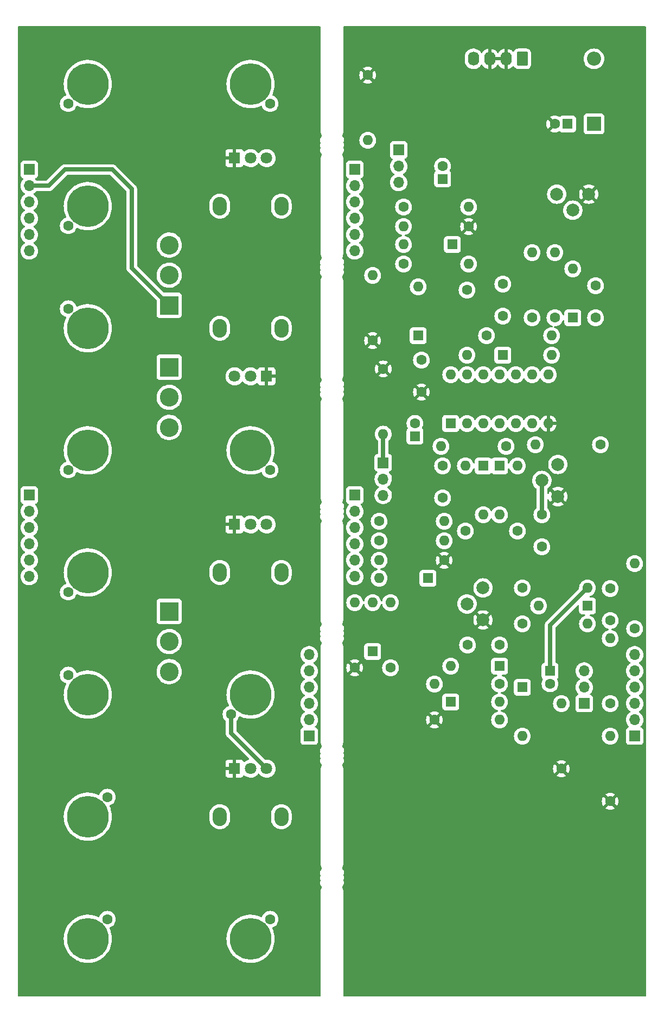
<source format=gbl>
%TF.GenerationSoftware,KiCad,Pcbnew,(6.0.6-0)*%
%TF.CreationDate,2022-09-03T02:13:52+01:00*%
%TF.ProjectId,serge-r5-triple-wave-shaper,73657267-652d-4723-952d-747269706c65,rev?*%
%TF.SameCoordinates,Original*%
%TF.FileFunction,Copper,L2,Bot*%
%TF.FilePolarity,Positive*%
%FSLAX46Y46*%
G04 Gerber Fmt 4.6, Leading zero omitted, Abs format (unit mm)*
G04 Created by KiCad (PCBNEW (6.0.6-0)) date 2022-09-03 02:13:52*
%MOMM*%
%LPD*%
G01*
G04 APERTURE LIST*
G04 Aperture macros list*
%AMRoundRect*
0 Rectangle with rounded corners*
0 $1 Rounding radius*
0 $2 $3 $4 $5 $6 $7 $8 $9 X,Y pos of 4 corners*
0 Add a 4 corners polygon primitive as box body*
4,1,4,$2,$3,$4,$5,$6,$7,$8,$9,$2,$3,0*
0 Add four circle primitives for the rounded corners*
1,1,$1+$1,$2,$3*
1,1,$1+$1,$4,$5*
1,1,$1+$1,$6,$7*
1,1,$1+$1,$8,$9*
0 Add four rect primitives between the rounded corners*
20,1,$1+$1,$2,$3,$4,$5,0*
20,1,$1+$1,$4,$5,$6,$7,0*
20,1,$1+$1,$6,$7,$8,$9,0*
20,1,$1+$1,$8,$9,$2,$3,0*%
G04 Aperture macros list end*
%TA.AperFunction,ComponentPad*%
%ADD10R,2.200000X2.200000*%
%TD*%
%TA.AperFunction,ComponentPad*%
%ADD11O,2.200000X2.200000*%
%TD*%
%TA.AperFunction,ComponentPad*%
%ADD12C,1.600000*%
%TD*%
%TA.AperFunction,ComponentPad*%
%ADD13O,1.600000X1.600000*%
%TD*%
%TA.AperFunction,ComponentPad*%
%ADD14C,2.000000*%
%TD*%
%TA.AperFunction,ComponentPad*%
%ADD15R,1.600000X1.600000*%
%TD*%
%TA.AperFunction,ComponentPad*%
%ADD16RoundRect,0.250000X0.620000X0.845000X-0.620000X0.845000X-0.620000X-0.845000X0.620000X-0.845000X0*%
%TD*%
%TA.AperFunction,ComponentPad*%
%ADD17O,1.740000X2.190000*%
%TD*%
%TA.AperFunction,ComponentPad*%
%ADD18R,1.700000X1.700000*%
%TD*%
%TA.AperFunction,ComponentPad*%
%ADD19O,1.700000X1.700000*%
%TD*%
%TA.AperFunction,ComponentPad*%
%ADD20C,6.500000*%
%TD*%
%TA.AperFunction,ComponentPad*%
%ADD21O,2.200000X2.900000*%
%TD*%
%TA.AperFunction,ComponentPad*%
%ADD22R,1.800000X1.800000*%
%TD*%
%TA.AperFunction,ComponentPad*%
%ADD23C,1.800000*%
%TD*%
%TA.AperFunction,ComponentPad*%
%ADD24R,2.921000X2.921000*%
%TD*%
%TA.AperFunction,ComponentPad*%
%ADD25C,2.921000*%
%TD*%
%TA.AperFunction,Conductor*%
%ADD26C,0.635000*%
%TD*%
G04 APERTURE END LIST*
D10*
%TO.P,D13,1,K*%
%TO.N,+12V*%
X115824000Y-46228000D03*
D11*
%TO.P,D13,2,A*%
%TO.N,Net-(D13-Pad2)*%
X115824000Y-36068000D03*
%TD*%
D12*
%TO.P,R16,1*%
%TO.N,GND*%
X110744000Y-146812000D03*
D13*
%TO.P,R16,2*%
%TO.N,Net-(C5-Pad2)*%
X110744000Y-136652000D03*
%TD*%
D14*
%TO.P,RV7,1,1*%
%TO.N,GND*%
X110196000Y-104354000D03*
%TO.P,RV7,2,2*%
%TO.N,Net-(C9-Pad2)*%
X107696000Y-101854000D03*
%TO.P,RV7,3,3*%
%TO.N,Net-(R25-Pad2)*%
X110196000Y-99354000D03*
%TD*%
D12*
%TO.P,R23,1*%
%TO.N,Net-(D10-Pad1)*%
X95758000Y-109728000D03*
D13*
%TO.P,R23,2*%
%TO.N,Net-(C7-Pad2)*%
X95758000Y-99568000D03*
%TD*%
D12*
%TO.P,R13,1*%
%TO.N,Net-(C3-Pad1)*%
X116840000Y-96266000D03*
D13*
%TO.P,R13,2*%
%TO.N,Net-(R13-Pad2)*%
X106680000Y-96266000D03*
%TD*%
D12*
%TO.P,R1,1*%
%TO.N,GND*%
X90932000Y-139192000D03*
D13*
%TO.P,R1,2*%
%TO.N,Net-(D1-Pad2)*%
X101092000Y-139192000D03*
%TD*%
D15*
%TO.P,D8,1,K*%
%TO.N,Net-(C4-Pad1)*%
X112522000Y-76454000D03*
D13*
%TO.P,D8,2,A*%
%TO.N,Net-(C4-Pad2)*%
X112522000Y-68834000D03*
%TD*%
D12*
%TO.P,R10,1*%
%TO.N,Net-(J12-Pad5)*%
X86106000Y-68072000D03*
D13*
%TO.P,R10,2*%
%TO.N,Net-(C2-Pad1)*%
X96266000Y-68072000D03*
%TD*%
D12*
%TO.P,R27,1*%
%TO.N,GND*%
X82931000Y-84455000D03*
D13*
%TO.P,R27,2*%
%TO.N,Net-(C11-Pad2)*%
X82931000Y-94615000D03*
%TD*%
D12*
%TO.P,R21,1*%
%TO.N,Net-(J18-Pad3)*%
X82296000Y-108204000D03*
D13*
%TO.P,R21,2*%
%TO.N,Net-(C7-Pad1)*%
X92456000Y-108204000D03*
%TD*%
D15*
%TO.P,D2,1,K*%
%TO.N,Net-(D2-Pad1)*%
X104648000Y-134112000D03*
D13*
%TO.P,D2,2,A*%
%TO.N,Net-(D2-Pad2)*%
X104648000Y-141732000D03*
%TD*%
D12*
%TO.P,R11,1*%
%TO.N,Net-(D4-Pad1)*%
X96012000Y-72136000D03*
D13*
%TO.P,R11,2*%
%TO.N,Net-(C2-Pad2)*%
X96012000Y-82296000D03*
%TD*%
D12*
%TO.P,C1,1*%
%TO.N,Net-(C1-Pad1)*%
X118364000Y-123698000D03*
%TO.P,C1,2*%
%TO.N,Net-(C1-Pad2)*%
X118364000Y-118698000D03*
%TD*%
%TO.P,R17,1*%
%TO.N,Net-(R14-Pad2)*%
X106172000Y-76454000D03*
D13*
%TO.P,R17,2*%
%TO.N,Net-(C6-Pad1)*%
X106172000Y-66294000D03*
%TD*%
D12*
%TO.P,R26,1*%
%TO.N,Net-(R25-Pad2)*%
X102108000Y-96520000D03*
D13*
%TO.P,R26,2*%
%TO.N,Net-(C11-Pad1)*%
X91948000Y-96520000D03*
%TD*%
D15*
%TO.P,D3,1,K*%
%TO.N,Net-(D3-Pad1)*%
X88392000Y-79248000D03*
D13*
%TO.P,D3,2,A*%
%TO.N,Net-(D3-Pad2)*%
X88392000Y-71628000D03*
%TD*%
D16*
%TO.P,J19,1,+12V*%
%TO.N,Net-(D13-Pad2)*%
X104648000Y-36068000D03*
D17*
%TO.P,J19,2,GND*%
%TO.N,GND*%
X102108000Y-36068000D03*
%TO.P,J19,3,GND*%
X99568000Y-36068000D03*
%TO.P,J19,4,-12V*%
%TO.N,unconnected-(J19-Pad4)*%
X97028000Y-36068000D03*
%TD*%
D12*
%TO.P,R4,1*%
%TO.N,Net-(J10-Pad6)*%
X122174000Y-124968000D03*
D13*
%TO.P,R4,2*%
%TO.N,Net-(C1-Pad1)*%
X122174000Y-114808000D03*
%TD*%
D12*
%TO.P,R8,1*%
%TO.N,Net-(D1-Pad1)*%
X101092000Y-133604000D03*
D13*
%TO.P,R8,2*%
%TO.N,Net-(C3-Pad1)*%
X90932000Y-133604000D03*
%TD*%
D12*
%TO.P,R15,1*%
%TO.N,Net-(R13-Pad2)*%
X104648000Y-118618000D03*
D13*
%TO.P,R15,2*%
%TO.N,Net-(C5-Pad1)*%
X114808000Y-118618000D03*
%TD*%
D12*
%TO.P,C4,1*%
%TO.N,Net-(C4-Pad1)*%
X116078000Y-76454000D03*
%TO.P,C4,2*%
%TO.N,Net-(C4-Pad2)*%
X116078000Y-71454000D03*
%TD*%
D18*
%TO.P,JP3,1,A*%
%TO.N,Net-(C11-Pad2)*%
X82931000Y-99075000D03*
D19*
%TO.P,JP3,2,C*%
%TO.N,Net-(J18-Pad1)*%
X82931000Y-101615000D03*
%TO.P,JP3,3,B*%
%TO.N,Net-(C11-Pad1)*%
X82931000Y-104155000D03*
%TD*%
D15*
%TO.P,D6,1,K*%
%TO.N,Net-(C3-Pad1)*%
X101092000Y-130810000D03*
D13*
%TO.P,D6,2,A*%
%TO.N,Net-(C3-Pad2)*%
X93472000Y-130810000D03*
%TD*%
D18*
%TO.P,J11,1,Pin_1*%
%TO.N,Net-(J11-Pad1)*%
X27686000Y-53340000D03*
D19*
%TO.P,J11,2,Pin_2*%
%TO.N,Net-(J11-Pad2)*%
X27686000Y-55880000D03*
%TO.P,J11,3,Pin_3*%
%TO.N,Net-(J11-Pad3)*%
X27686000Y-58420000D03*
%TO.P,J11,4,Pin_4*%
%TO.N,Net-(J11-Pad4)*%
X27686000Y-60960000D03*
%TO.P,J11,5,Pin_5*%
%TO.N,Net-(J11-Pad5)*%
X27686000Y-63500000D03*
%TO.P,J11,6,Pin_6*%
%TO.N,Net-(J11-Pad6)*%
X27686000Y-66040000D03*
%TD*%
D12*
%TO.P,C9,1*%
%TO.N,Net-(C9-Pad1)*%
X107696000Y-112188000D03*
%TO.P,C9,2*%
%TO.N,Net-(C9-Pad2)*%
X107696000Y-107188000D03*
%TD*%
%TO.P,C3,1*%
%TO.N,Net-(C3-Pad1)*%
X101092000Y-127508000D03*
%TO.P,C3,2*%
%TO.N,Net-(C3-Pad2)*%
X96092000Y-127508000D03*
%TD*%
%TO.P,R22,1*%
%TO.N,Net-(J18-Pad4)*%
X82296000Y-111252000D03*
D13*
%TO.P,R22,2*%
%TO.N,Net-(C7-Pad1)*%
X92456000Y-111252000D03*
%TD*%
D14*
%TO.P,RV5,1,1*%
%TO.N,GND*%
X115022000Y-57190000D03*
%TO.P,RV5,2,2*%
%TO.N,Net-(C4-Pad2)*%
X112522000Y-59690000D03*
%TO.P,RV5,3,3*%
%TO.N,Net-(R14-Pad2)*%
X110022000Y-57190000D03*
%TD*%
D15*
%TO.P,C10,1*%
%TO.N,+12V*%
X111699112Y-46228000D03*
D12*
%TO.P,C10,2*%
%TO.N,GND*%
X109699112Y-46228000D03*
%TD*%
%TO.P,R19,1*%
%TO.N,GND*%
X78486000Y-131064000D03*
D13*
%TO.P,R19,2*%
%TO.N,Net-(D9-Pad2)*%
X78486000Y-120904000D03*
%TD*%
D15*
%TO.P,D7,1,K*%
%TO.N,Net-(C2-Pad2)*%
X101600000Y-82296000D03*
D13*
%TO.P,D7,2,A*%
%TO.N,Net-(C4-Pad1)*%
X109220000Y-82296000D03*
%TD*%
D12*
%TO.P,R24,1*%
%TO.N,Net-(D9-Pad1)*%
X84074000Y-131064000D03*
D13*
%TO.P,R24,2*%
%TO.N,Net-(C9-Pad1)*%
X84074000Y-120904000D03*
%TD*%
D12*
%TO.P,R9,1*%
%TO.N,Net-(J12-Pad3)*%
X86106000Y-59182000D03*
D13*
%TO.P,R9,2*%
%TO.N,Net-(C2-Pad1)*%
X96266000Y-59182000D03*
%TD*%
D15*
%TO.P,D4,1,K*%
%TO.N,Net-(D4-Pad1)*%
X93726000Y-65024000D03*
D13*
%TO.P,D4,2,A*%
%TO.N,Net-(D4-Pad2)*%
X86106000Y-65024000D03*
%TD*%
D15*
%TO.P,C11,1*%
%TO.N,Net-(C11-Pad1)*%
X87884000Y-94935113D03*
D12*
%TO.P,C11,2*%
%TO.N,Net-(C11-Pad2)*%
X87884000Y-92935113D03*
%TD*%
D15*
%TO.P,D10,1,K*%
%TO.N,Net-(D10-Pad1)*%
X89916000Y-117094000D03*
D13*
%TO.P,D10,2,A*%
%TO.N,Net-(D10-Pad2)*%
X82296000Y-117094000D03*
%TD*%
D18*
%TO.P,J17,1,Pin_1*%
%TO.N,Net-(J13-Pad1)*%
X27686000Y-104140000D03*
D19*
%TO.P,J17,2,Pin_2*%
%TO.N,Net-(J17-Pad2)*%
X27686000Y-106680000D03*
%TO.P,J17,3,Pin_3*%
%TO.N,Net-(J17-Pad3)*%
X27686000Y-109220000D03*
%TO.P,J17,4,Pin_4*%
%TO.N,Net-(J17-Pad4)*%
X27686000Y-111760000D03*
%TO.P,J17,5,Pin_5*%
%TO.N,Net-(J15-Pad1)*%
X27686000Y-114300000D03*
%TO.P,J17,6,Pin_6*%
%TO.N,Net-(J14-Pad1)*%
X27686000Y-116840000D03*
%TD*%
D18*
%TO.P,JP2,1,A*%
%TO.N,Net-(C6-Pad2)*%
X85344000Y-50292000D03*
D19*
%TO.P,JP2,2,C*%
%TO.N,Net-(J12-Pad1)*%
X85344000Y-52832000D03*
%TO.P,JP2,3,B*%
%TO.N,Net-(C6-Pad1)*%
X85344000Y-55372000D03*
%TD*%
D14*
%TO.P,RV4,1,1*%
%TO.N,GND*%
X98512000Y-123618000D03*
%TO.P,RV4,2,2*%
%TO.N,Net-(C3-Pad2)*%
X96012000Y-121118000D03*
%TO.P,RV4,3,3*%
%TO.N,Net-(R13-Pad2)*%
X98512000Y-118618000D03*
%TD*%
D12*
%TO.P,R18,1*%
%TO.N,GND*%
X80518000Y-38608000D03*
D13*
%TO.P,R18,2*%
%TO.N,Net-(C6-Pad2)*%
X80518000Y-48768000D03*
%TD*%
D12*
%TO.P,R7,1*%
%TO.N,Net-(D2-Pad1)*%
X104648000Y-124206000D03*
D13*
%TO.P,R7,2*%
%TO.N,Net-(C1-Pad2)*%
X114808000Y-124206000D03*
%TD*%
D15*
%TO.P,U1,1,+*%
%TO.N,Net-(C1-Pad2)*%
X93467000Y-92954000D03*
D13*
%TO.P,U1,2,+*%
%TO.N,Net-(C7-Pad2)*%
X96007000Y-92954000D03*
%TO.P,U1,3,-*%
%TO.N,Net-(C9-Pad1)*%
X98547000Y-92954000D03*
%TO.P,U1,4*%
%TO.N,Net-(R25-Pad2)*%
X101087000Y-92954000D03*
%TO.P,U1,5*%
%TO.N,Net-(R13-Pad2)*%
X103627000Y-92954000D03*
%TO.P,U1,6,-*%
%TO.N,Net-(C3-Pad1)*%
X106167000Y-92954000D03*
%TO.P,U1,7,GND*%
%TO.N,GND*%
X108707000Y-92954000D03*
%TO.P,U1,8,-*%
%TO.N,Net-(C4-Pad1)*%
X108707000Y-85334000D03*
%TO.P,U1,9*%
%TO.N,Net-(R14-Pad2)*%
X106167000Y-85334000D03*
%TO.P,U1,10*%
%TO.N,unconnected-(U1-Pad10)*%
X103627000Y-85334000D03*
%TO.P,U1,11,-*%
%TO.N,unconnected-(U1-Pad11)*%
X101087000Y-85334000D03*
%TO.P,U1,12,+*%
%TO.N,unconnected-(U1-Pad12)*%
X98547000Y-85334000D03*
%TO.P,U1,13,+*%
%TO.N,Net-(C2-Pad2)*%
X96007000Y-85334000D03*
%TO.P,U1,14,V+*%
%TO.N,+12V*%
X93467000Y-85334000D03*
%TD*%
D12*
%TO.P,R3,1*%
%TO.N,Net-(J10-Pad3)*%
X118364000Y-136652000D03*
D13*
%TO.P,R3,2*%
%TO.N,Net-(C1-Pad1)*%
X118364000Y-126492000D03*
%TD*%
D12*
%TO.P,R2,1*%
%TO.N,GND*%
X118364000Y-151892000D03*
D13*
%TO.P,R2,2*%
%TO.N,Net-(D2-Pad2)*%
X118364000Y-141732000D03*
%TD*%
D15*
%TO.P,C5,1*%
%TO.N,Net-(C5-Pad1)*%
X108966000Y-131572000D03*
D12*
%TO.P,C5,2*%
%TO.N,Net-(C5-Pad2)*%
X108966000Y-133572000D03*
%TD*%
D15*
%TO.P,D1,1,K*%
%TO.N,Net-(D1-Pad1)*%
X93472000Y-136398000D03*
D13*
%TO.P,D1,2,A*%
%TO.N,Net-(D1-Pad2)*%
X101092000Y-136398000D03*
%TD*%
D12*
%TO.P,R14,1*%
%TO.N,Net-(C4-Pad1)*%
X109728000Y-76454000D03*
D13*
%TO.P,R14,2*%
%TO.N,Net-(R14-Pad2)*%
X109728000Y-66294000D03*
%TD*%
D12*
%TO.P,C8,1*%
%TO.N,+12V*%
X88900000Y-83058000D03*
%TO.P,C8,2*%
%TO.N,GND*%
X88900000Y-88058000D03*
%TD*%
%TO.P,C7,1*%
%TO.N,Net-(C7-Pad1)*%
X92202000Y-104568000D03*
%TO.P,C7,2*%
%TO.N,Net-(C7-Pad2)*%
X92202000Y-99568000D03*
%TD*%
%TO.P,R25,1*%
%TO.N,Net-(C9-Pad1)*%
X103886000Y-109728000D03*
D13*
%TO.P,R25,2*%
%TO.N,Net-(R25-Pad2)*%
X103886000Y-99568000D03*
%TD*%
D18*
%TO.P,JP1,1,A*%
%TO.N,Net-(C5-Pad2)*%
X114300000Y-136652000D03*
D19*
%TO.P,JP1,2,C*%
%TO.N,Net-(J10-Pad4)*%
X114300000Y-134112000D03*
%TO.P,JP1,3,B*%
%TO.N,Net-(C5-Pad1)*%
X114300000Y-131572000D03*
%TD*%
D12*
%TO.P,R12,1*%
%TO.N,Net-(D3-Pad1)*%
X99060000Y-79248000D03*
D13*
%TO.P,R12,2*%
%TO.N,Net-(C4-Pad1)*%
X109220000Y-79248000D03*
%TD*%
D18*
%TO.P,J9,1,Pin_1*%
%TO.N,Net-(J3-Pad1)*%
X71374000Y-141732000D03*
D19*
%TO.P,J9,2,Pin_2*%
%TO.N,Net-(J2-Pad1)*%
X71374000Y-139192000D03*
%TO.P,J9,3,Pin_3*%
%TO.N,Net-(J9-Pad3)*%
X71374000Y-136652000D03*
%TO.P,J9,4,Pin_4*%
%TO.N,Net-(J1-Pad1)*%
X71374000Y-134112000D03*
%TO.P,J9,5,Pin_5*%
%TO.N,Net-(J9-Pad5)*%
X71374000Y-131572000D03*
%TO.P,J9,6,Pin_6*%
%TO.N,Net-(J9-Pad6)*%
X71374000Y-129032000D03*
%TD*%
D15*
%TO.P,D12,1,K*%
%TO.N,Net-(C9-Pad1)*%
X101092000Y-99568000D03*
D13*
%TO.P,D12,2,A*%
%TO.N,Net-(C9-Pad2)*%
X101092000Y-107188000D03*
%TD*%
D15*
%TO.P,D5,1,K*%
%TO.N,Net-(C1-Pad2)*%
X114808000Y-121412000D03*
D13*
%TO.P,D5,2,A*%
%TO.N,Net-(C3-Pad1)*%
X107188000Y-121412000D03*
%TD*%
D12*
%TO.P,R5,1*%
%TO.N,GND*%
X81280000Y-80010000D03*
D13*
%TO.P,R5,2*%
%TO.N,Net-(D3-Pad2)*%
X81280000Y-69850000D03*
%TD*%
D15*
%TO.P,C6,1*%
%TO.N,Net-(C6-Pad1)*%
X92202000Y-54803113D03*
D12*
%TO.P,C6,2*%
%TO.N,Net-(C6-Pad2)*%
X92202000Y-52803113D03*
%TD*%
%TO.P,C2,1*%
%TO.N,Net-(C2-Pad1)*%
X101600000Y-71200000D03*
%TO.P,C2,2*%
%TO.N,Net-(C2-Pad2)*%
X101600000Y-76200000D03*
%TD*%
%TO.P,R20,1*%
%TO.N,GND*%
X92456000Y-114300000D03*
D13*
%TO.P,R20,2*%
%TO.N,Net-(D10-Pad2)*%
X82296000Y-114300000D03*
%TD*%
D15*
%TO.P,D11,1,K*%
%TO.N,Net-(C7-Pad2)*%
X98552000Y-99568000D03*
D13*
%TO.P,D11,2,A*%
%TO.N,Net-(C9-Pad1)*%
X98552000Y-107188000D03*
%TD*%
D12*
%TO.P,R6,1*%
%TO.N,GND*%
X96266000Y-62230000D03*
D13*
%TO.P,R6,2*%
%TO.N,Net-(D4-Pad2)*%
X86106000Y-62230000D03*
%TD*%
D15*
%TO.P,D9,1,K*%
%TO.N,Net-(D9-Pad1)*%
X81280000Y-128524000D03*
D13*
%TO.P,D9,2,A*%
%TO.N,Net-(D9-Pad2)*%
X81280000Y-120904000D03*
%TD*%
D20*
%TO.P,J6,1*%
%TO.N,Net-(J11-Pad6)*%
X36830000Y-78105000D03*
D12*
X33782000Y-75057000D03*
%TD*%
D18*
%TO.P,J12,1,Pin_1*%
%TO.N,Net-(J12-Pad1)*%
X78486000Y-53340000D03*
D19*
%TO.P,J12,2,Pin_2*%
%TO.N,Net-(C6-Pad1)*%
X78486000Y-55880000D03*
%TO.P,J12,3,Pin_3*%
%TO.N,Net-(J12-Pad3)*%
X78486000Y-58420000D03*
%TO.P,J12,4,Pin_4*%
%TO.N,Net-(D4-Pad2)*%
X78486000Y-60960000D03*
%TO.P,J12,5,Pin_5*%
%TO.N,Net-(J12-Pad5)*%
X78486000Y-63500000D03*
%TO.P,J12,6,Pin_6*%
%TO.N,Net-(D3-Pad2)*%
X78486000Y-66040000D03*
%TD*%
D18*
%TO.P,J18,1,Pin_1*%
%TO.N,Net-(J18-Pad1)*%
X78486000Y-104140000D03*
D19*
%TO.P,J18,2,Pin_2*%
%TO.N,Net-(C11-Pad1)*%
X78486000Y-106680000D03*
%TO.P,J18,3,Pin_3*%
%TO.N,Net-(J18-Pad3)*%
X78486000Y-109220000D03*
%TO.P,J18,4,Pin_4*%
%TO.N,Net-(J18-Pad4)*%
X78486000Y-111760000D03*
%TO.P,J18,5,Pin_5*%
%TO.N,Net-(D10-Pad2)*%
X78486000Y-114300000D03*
%TO.P,J18,6,Pin_6*%
%TO.N,Net-(D9-Pad2)*%
X78486000Y-116840000D03*
%TD*%
D21*
%TO.P,RV6,*%
%TO.N,*%
X57430000Y-116205000D03*
X67030000Y-116205000D03*
D22*
%TO.P,RV6,1,1*%
%TO.N,GND*%
X59730000Y-108705000D03*
D23*
%TO.P,RV6,2,2*%
%TO.N,Net-(J17-Pad3)*%
X62230000Y-108705000D03*
%TO.P,RV6,3,3*%
%TO.N,Net-(J16-Pad1)*%
X64730000Y-108705000D03*
%TD*%
D12*
%TO.P,J16,1*%
%TO.N,Net-(J16-Pad1)*%
X65278000Y-100203000D03*
D20*
X62230000Y-97155000D03*
%TD*%
%TO.P,J3,1*%
%TO.N,Net-(J3-Pad1)*%
X62230000Y-173355000D03*
D12*
X65278000Y-170307000D03*
%TD*%
D24*
%TO.P,SW2,1,A*%
%TO.N,Net-(J11-Pad5)*%
X49530000Y-84175600D03*
D25*
%TO.P,SW2,2,B*%
%TO.N,Net-(J17-Pad2)*%
X49530000Y-88874600D03*
%TO.P,SW2,3,C*%
%TO.N,unconnected-(SW2-Pad3)*%
X49530000Y-93573600D03*
%TD*%
D24*
%TO.P,SW3,1,A*%
%TO.N,Net-(J17-Pad4)*%
X49530000Y-122275600D03*
D25*
%TO.P,SW3,2,B*%
%TO.N,Net-(J9-Pad5)*%
X49530000Y-126974600D03*
%TO.P,SW3,3,C*%
%TO.N,unconnected-(SW3-Pad3)*%
X49530000Y-131673600D03*
%TD*%
D12*
%TO.P,J4,1*%
%TO.N,Net-(J4-Pad1)*%
X59182000Y-138303000D03*
D20*
X62230000Y-135255000D03*
%TD*%
%TO.P,J15,1*%
%TO.N,Net-(J15-Pad1)*%
X36830000Y-116205000D03*
D12*
X33782000Y-119253000D03*
%TD*%
%TO.P,J1,1*%
%TO.N,Net-(J1-Pad1)*%
X39878000Y-151257000D03*
D20*
X36830000Y-154305000D03*
%TD*%
D12*
%TO.P,J5,1*%
%TO.N,Net-(J11-Pad1)*%
X33782000Y-43053000D03*
D20*
X36830000Y-40005000D03*
%TD*%
%TO.P,J13,1*%
%TO.N,Net-(J13-Pad1)*%
X36830000Y-97155000D03*
D12*
X33782000Y-100203000D03*
%TD*%
%TO.P,J7,1*%
%TO.N,Net-(J11-Pad4)*%
X33782000Y-62103000D03*
D20*
X36830000Y-59055000D03*
%TD*%
D21*
%TO.P,RV2,*%
%TO.N,*%
X57430000Y-78105000D03*
X67030000Y-78105000D03*
D22*
%TO.P,RV2,1,1*%
%TO.N,GND*%
X64730000Y-85605000D03*
D23*
%TO.P,RV2,2,2*%
%TO.N,Net-(J9-Pad6)*%
X62230000Y-85605000D03*
%TO.P,RV2,3,3*%
%TO.N,Net-(RV2-Pad3)*%
X59730000Y-85605000D03*
%TD*%
D24*
%TO.P,SW1,1,A*%
%TO.N,Net-(J11-Pad2)*%
X49530000Y-74523600D03*
D25*
%TO.P,SW1,2,B*%
%TO.N,Net-(RV2-Pad3)*%
X49530000Y-69824600D03*
%TO.P,SW1,3,C*%
%TO.N,Net-(J17-Pad2)*%
X49530000Y-65125600D03*
%TD*%
D12*
%TO.P,J14,1*%
%TO.N,Net-(J14-Pad1)*%
X33782000Y-132207000D03*
D20*
X36830000Y-135255000D03*
%TD*%
D12*
%TO.P,J8,1*%
%TO.N,Net-(J8-Pad1)*%
X65278000Y-43053000D03*
D20*
X62230000Y-40005000D03*
%TD*%
D21*
%TO.P,RV1,*%
%TO.N,*%
X67030000Y-154305000D03*
X57430000Y-154305000D03*
D22*
%TO.P,RV1,1,1*%
%TO.N,GND*%
X59730000Y-146805000D03*
D23*
%TO.P,RV1,2,2*%
%TO.N,Net-(J9-Pad3)*%
X62230000Y-146805000D03*
%TO.P,RV1,3,3*%
%TO.N,Net-(J4-Pad1)*%
X64730000Y-146805000D03*
%TD*%
D21*
%TO.P,RV3,*%
%TO.N,*%
X67030000Y-59055000D03*
X57430000Y-59055000D03*
D22*
%TO.P,RV3,1,1*%
%TO.N,GND*%
X59730000Y-51555000D03*
D23*
%TO.P,RV3,2,2*%
%TO.N,Net-(J11-Pad3)*%
X62230000Y-51555000D03*
%TO.P,RV3,3,3*%
%TO.N,Net-(J8-Pad1)*%
X64730000Y-51555000D03*
%TD*%
D12*
%TO.P,J2,1*%
%TO.N,Net-(J2-Pad1)*%
X39878000Y-170307000D03*
D20*
X36830000Y-173355000D03*
%TD*%
D18*
%TO.P,J10,1,Pin_1*%
%TO.N,Net-(D2-Pad2)*%
X122174000Y-141732000D03*
D19*
%TO.P,J10,2,Pin_2*%
%TO.N,Net-(D1-Pad2)*%
X122174000Y-139192000D03*
%TO.P,J10,3,Pin_3*%
%TO.N,Net-(J10-Pad3)*%
X122174000Y-136652000D03*
%TO.P,J10,4,Pin_4*%
%TO.N,Net-(J10-Pad4)*%
X122174000Y-134112000D03*
%TO.P,J10,5,Pin_5*%
%TO.N,Net-(C5-Pad1)*%
X122174000Y-131572000D03*
%TO.P,J10,6,Pin_6*%
%TO.N,Net-(J10-Pad6)*%
X122174000Y-129032000D03*
%TD*%
D26*
%TO.N,Net-(C5-Pad1)*%
X108966000Y-124460000D02*
X108966000Y-131572000D01*
X114808000Y-118618000D02*
X108966000Y-124460000D01*
%TO.N,Net-(C9-Pad2)*%
X107696000Y-107188000D02*
X107696000Y-101854000D01*
%TO.N,Net-(C11-Pad2)*%
X82931000Y-99075011D02*
X82931000Y-94615000D01*
%TO.N,Net-(J4-Pad1)*%
X59182000Y-138303000D02*
X59182000Y-141257000D01*
X59182000Y-141257000D02*
X64730000Y-146805000D01*
%TO.N,Net-(J11-Pad2)*%
X33274000Y-53340000D02*
X40640000Y-53340000D01*
X43688000Y-56388000D02*
X43688000Y-68681600D01*
X27686000Y-55880000D02*
X30734000Y-55880000D01*
X30734000Y-55880000D02*
X33274000Y-53340000D01*
X40640000Y-53340000D02*
X43688000Y-56388000D01*
X43688000Y-68681600D02*
X49530000Y-74523600D01*
%TD*%
%TA.AperFunction,Conductor*%
%TO.N,GND*%
G36*
X123795018Y-30990000D02*
G01*
X123809853Y-30992310D01*
X123809855Y-30992310D01*
X123818724Y-30993691D01*
X123824508Y-30992935D01*
X123890868Y-31013307D01*
X123936700Y-31067528D01*
X123945165Y-31108873D01*
X123946309Y-31108723D01*
X123946309Y-31108724D01*
X123946329Y-31108873D01*
X123950436Y-31140283D01*
X123951500Y-31156621D01*
X123951500Y-182195633D01*
X123950000Y-182215018D01*
X123946309Y-182238724D01*
X123947065Y-182244508D01*
X123926693Y-182310868D01*
X123872472Y-182356700D01*
X123831127Y-182365165D01*
X123831277Y-182366309D01*
X123831276Y-182366309D01*
X123799714Y-182370436D01*
X123783379Y-182371500D01*
X76884367Y-182371500D01*
X76864982Y-182370000D01*
X76850148Y-182367690D01*
X76850145Y-182367690D01*
X76841276Y-182366309D01*
X76836065Y-182366990D01*
X76769984Y-182346706D01*
X76724150Y-182292486D01*
X76713671Y-182249778D01*
X76713729Y-182245000D01*
X76709773Y-182217376D01*
X76708500Y-182199514D01*
X76708500Y-166169250D01*
X76710246Y-166148345D01*
X76712770Y-166133344D01*
X76712770Y-166133341D01*
X76713576Y-166128552D01*
X76713729Y-166116000D01*
X76712992Y-166110851D01*
X76712041Y-166101984D01*
X76695215Y-165866735D01*
X76694894Y-165862247D01*
X76640817Y-165613659D01*
X76551913Y-165375297D01*
X76528904Y-165333159D01*
X76513813Y-165263786D01*
X76538624Y-165197266D01*
X76548020Y-165186122D01*
X76636452Y-165092772D01*
X76636455Y-165092768D01*
X76641490Y-165087453D01*
X76730326Y-164934510D01*
X76781595Y-164765233D01*
X76792547Y-164588702D01*
X76762594Y-164414386D01*
X76704919Y-164278841D01*
X76696653Y-164208328D01*
X76711906Y-164166222D01*
X76726650Y-164140839D01*
X76726651Y-164140838D01*
X76730326Y-164134510D01*
X76781595Y-163965233D01*
X76792547Y-163788702D01*
X76762594Y-163614386D01*
X76704919Y-163478841D01*
X76696653Y-163408328D01*
X76711906Y-163366222D01*
X76726650Y-163340839D01*
X76726651Y-163340838D01*
X76730326Y-163334510D01*
X76738085Y-163308894D01*
X76779473Y-163172239D01*
X76781595Y-163165233D01*
X76792547Y-162988702D01*
X76775851Y-162891534D01*
X76763834Y-162821602D01*
X76763834Y-162821601D01*
X76762594Y-162814386D01*
X76693343Y-162651636D01*
X76689010Y-162645748D01*
X76689007Y-162645743D01*
X76592846Y-162515077D01*
X76588508Y-162509182D01*
X76557934Y-162483207D01*
X76518971Y-162423860D01*
X76518278Y-162352867D01*
X76528927Y-162326799D01*
X76549759Y-162288648D01*
X76549760Y-162288647D01*
X76551913Y-162284703D01*
X76640817Y-162046341D01*
X76694894Y-161797753D01*
X76710659Y-161577332D01*
X76712084Y-161565418D01*
X76712768Y-161561355D01*
X76712768Y-161561353D01*
X76713576Y-161556552D01*
X76713729Y-161544000D01*
X76709773Y-161516376D01*
X76708500Y-161498514D01*
X76708500Y-152978062D01*
X117642493Y-152978062D01*
X117651789Y-152990077D01*
X117702994Y-153025931D01*
X117712489Y-153031414D01*
X117909947Y-153123490D01*
X117920239Y-153127236D01*
X118130688Y-153183625D01*
X118141481Y-153185528D01*
X118358525Y-153204517D01*
X118369475Y-153204517D01*
X118586519Y-153185528D01*
X118597312Y-153183625D01*
X118807761Y-153127236D01*
X118818053Y-153123490D01*
X119015511Y-153031414D01*
X119025006Y-153025931D01*
X119077048Y-152989491D01*
X119085424Y-152979012D01*
X119078356Y-152965566D01*
X118376812Y-152264022D01*
X118362868Y-152256408D01*
X118361035Y-152256539D01*
X118354420Y-152260790D01*
X117648923Y-152966287D01*
X117642493Y-152978062D01*
X76708500Y-152978062D01*
X76708500Y-151897475D01*
X117051483Y-151897475D01*
X117070472Y-152114519D01*
X117072375Y-152125312D01*
X117128764Y-152335761D01*
X117132510Y-152346053D01*
X117224586Y-152543511D01*
X117230069Y-152553006D01*
X117266509Y-152605048D01*
X117276988Y-152613424D01*
X117290434Y-152606356D01*
X117991978Y-151904812D01*
X117998356Y-151893132D01*
X118728408Y-151893132D01*
X118728539Y-151894965D01*
X118732790Y-151901580D01*
X119438287Y-152607077D01*
X119450062Y-152613507D01*
X119462077Y-152604211D01*
X119497931Y-152553006D01*
X119503414Y-152543511D01*
X119595490Y-152346053D01*
X119599236Y-152335761D01*
X119655625Y-152125312D01*
X119657528Y-152114519D01*
X119676517Y-151897475D01*
X119676517Y-151886525D01*
X119657528Y-151669481D01*
X119655625Y-151658688D01*
X119599236Y-151448239D01*
X119595490Y-151437947D01*
X119503414Y-151240489D01*
X119497931Y-151230994D01*
X119461491Y-151178952D01*
X119451012Y-151170576D01*
X119437566Y-151177644D01*
X118736022Y-151879188D01*
X118728408Y-151893132D01*
X117998356Y-151893132D01*
X117999592Y-151890868D01*
X117999461Y-151889035D01*
X117995210Y-151882420D01*
X117289713Y-151176923D01*
X117277938Y-151170493D01*
X117265923Y-151179789D01*
X117230069Y-151230994D01*
X117224586Y-151240489D01*
X117132510Y-151437947D01*
X117128764Y-151448239D01*
X117072375Y-151658688D01*
X117070472Y-151669481D01*
X117051483Y-151886525D01*
X117051483Y-151897475D01*
X76708500Y-151897475D01*
X76708500Y-150804988D01*
X117642576Y-150804988D01*
X117649644Y-150818434D01*
X118351188Y-151519978D01*
X118365132Y-151527592D01*
X118366965Y-151527461D01*
X118373580Y-151523210D01*
X119079077Y-150817713D01*
X119085507Y-150805938D01*
X119076211Y-150793923D01*
X119025006Y-150758069D01*
X119015511Y-150752586D01*
X118818053Y-150660510D01*
X118807761Y-150656764D01*
X118597312Y-150600375D01*
X118586519Y-150598472D01*
X118369475Y-150579483D01*
X118358525Y-150579483D01*
X118141481Y-150598472D01*
X118130688Y-150600375D01*
X117920239Y-150656764D01*
X117909947Y-150660510D01*
X117712489Y-150752586D01*
X117702994Y-150758069D01*
X117650952Y-150794509D01*
X117642576Y-150804988D01*
X76708500Y-150804988D01*
X76708500Y-147898062D01*
X110022493Y-147898062D01*
X110031789Y-147910077D01*
X110082994Y-147945931D01*
X110092489Y-147951414D01*
X110289947Y-148043490D01*
X110300239Y-148047236D01*
X110510688Y-148103625D01*
X110521481Y-148105528D01*
X110738525Y-148124517D01*
X110749475Y-148124517D01*
X110966519Y-148105528D01*
X110977312Y-148103625D01*
X111187761Y-148047236D01*
X111198053Y-148043490D01*
X111395511Y-147951414D01*
X111405006Y-147945931D01*
X111457048Y-147909491D01*
X111465424Y-147899012D01*
X111458356Y-147885566D01*
X110756812Y-147184022D01*
X110742868Y-147176408D01*
X110741035Y-147176539D01*
X110734420Y-147180790D01*
X110028923Y-147886287D01*
X110022493Y-147898062D01*
X76708500Y-147898062D01*
X76708500Y-147119250D01*
X76710246Y-147098345D01*
X76712770Y-147083344D01*
X76712770Y-147083341D01*
X76713576Y-147078552D01*
X76713729Y-147066000D01*
X76712992Y-147060851D01*
X76712041Y-147051984D01*
X76695268Y-146817475D01*
X109431483Y-146817475D01*
X109450472Y-147034519D01*
X109452375Y-147045312D01*
X109508764Y-147255761D01*
X109512510Y-147266053D01*
X109604586Y-147463511D01*
X109610069Y-147473006D01*
X109646509Y-147525048D01*
X109656988Y-147533424D01*
X109670434Y-147526356D01*
X110371978Y-146824812D01*
X110378356Y-146813132D01*
X111108408Y-146813132D01*
X111108539Y-146814965D01*
X111112790Y-146821580D01*
X111818287Y-147527077D01*
X111830062Y-147533507D01*
X111842077Y-147524211D01*
X111877931Y-147473006D01*
X111883414Y-147463511D01*
X111975490Y-147266053D01*
X111979236Y-147255761D01*
X112035625Y-147045312D01*
X112037528Y-147034519D01*
X112056517Y-146817475D01*
X112056517Y-146806525D01*
X112037528Y-146589481D01*
X112035625Y-146578688D01*
X111979236Y-146368239D01*
X111975490Y-146357947D01*
X111883414Y-146160489D01*
X111877931Y-146150994D01*
X111841491Y-146098952D01*
X111831012Y-146090576D01*
X111817566Y-146097644D01*
X111116022Y-146799188D01*
X111108408Y-146813132D01*
X110378356Y-146813132D01*
X110379592Y-146810868D01*
X110379461Y-146809035D01*
X110375210Y-146802420D01*
X109669713Y-146096923D01*
X109657938Y-146090493D01*
X109645923Y-146099789D01*
X109610069Y-146150994D01*
X109604586Y-146160489D01*
X109512510Y-146357947D01*
X109508764Y-146368239D01*
X109452375Y-146578688D01*
X109450472Y-146589481D01*
X109431483Y-146806525D01*
X109431483Y-146817475D01*
X76695268Y-146817475D01*
X76695215Y-146816735D01*
X76694894Y-146812247D01*
X76652726Y-146618402D01*
X76641774Y-146568056D01*
X76641772Y-146568050D01*
X76640817Y-146563659D01*
X76551913Y-146325297D01*
X76528904Y-146283159D01*
X76513813Y-146213786D01*
X76538624Y-146147266D01*
X76548020Y-146136122D01*
X76636452Y-146042772D01*
X76636455Y-146042768D01*
X76641490Y-146037453D01*
X76730326Y-145884510D01*
X76778640Y-145724988D01*
X110022576Y-145724988D01*
X110029644Y-145738434D01*
X110731188Y-146439978D01*
X110745132Y-146447592D01*
X110746965Y-146447461D01*
X110753580Y-146443210D01*
X111459077Y-145737713D01*
X111465507Y-145725938D01*
X111456211Y-145713923D01*
X111405006Y-145678069D01*
X111395511Y-145672586D01*
X111198053Y-145580510D01*
X111187761Y-145576764D01*
X110977312Y-145520375D01*
X110966519Y-145518472D01*
X110749475Y-145499483D01*
X110738525Y-145499483D01*
X110521481Y-145518472D01*
X110510688Y-145520375D01*
X110300239Y-145576764D01*
X110289947Y-145580510D01*
X110092489Y-145672586D01*
X110082994Y-145678069D01*
X110030952Y-145714509D01*
X110022576Y-145724988D01*
X76778640Y-145724988D01*
X76781595Y-145715233D01*
X76792547Y-145538702D01*
X76762594Y-145364386D01*
X76704919Y-145228841D01*
X76696653Y-145158328D01*
X76711906Y-145116222D01*
X76726650Y-145090839D01*
X76726651Y-145090838D01*
X76730326Y-145084510D01*
X76781595Y-144915233D01*
X76792547Y-144738702D01*
X76762594Y-144564386D01*
X76704919Y-144428841D01*
X76696653Y-144358328D01*
X76711906Y-144316222D01*
X76726650Y-144290839D01*
X76726651Y-144290838D01*
X76730326Y-144284510D01*
X76738085Y-144258894D01*
X76779473Y-144122239D01*
X76781595Y-144115233D01*
X76792547Y-143938702D01*
X76775851Y-143841534D01*
X76763834Y-143771602D01*
X76763834Y-143771601D01*
X76762594Y-143764386D01*
X76693343Y-143601636D01*
X76689010Y-143595748D01*
X76689007Y-143595743D01*
X76592846Y-143465077D01*
X76588508Y-143459182D01*
X76557934Y-143433207D01*
X76518971Y-143373860D01*
X76518278Y-143302867D01*
X76528927Y-143276799D01*
X76549759Y-143238648D01*
X76549760Y-143238647D01*
X76551913Y-143234703D01*
X76617109Y-143059905D01*
X76639244Y-143000559D01*
X76639245Y-143000556D01*
X76640817Y-142996341D01*
X76647356Y-142966284D01*
X76693938Y-142752147D01*
X76694894Y-142747753D01*
X76710659Y-142527332D01*
X76712084Y-142515418D01*
X76712768Y-142511355D01*
X76712768Y-142511353D01*
X76713576Y-142506552D01*
X76713729Y-142494000D01*
X76709773Y-142466376D01*
X76708500Y-142448514D01*
X76708500Y-141732000D01*
X103334502Y-141732000D01*
X103354457Y-141960087D01*
X103413716Y-142181243D01*
X103416039Y-142186224D01*
X103416039Y-142186225D01*
X103508151Y-142383762D01*
X103508154Y-142383767D01*
X103510477Y-142388749D01*
X103641802Y-142576300D01*
X103803700Y-142738198D01*
X103808208Y-142741355D01*
X103808211Y-142741357D01*
X103823621Y-142752147D01*
X103991251Y-142869523D01*
X103996233Y-142871846D01*
X103996238Y-142871849D01*
X104165212Y-142950642D01*
X104198757Y-142966284D01*
X104204065Y-142967706D01*
X104204067Y-142967707D01*
X104414598Y-143024119D01*
X104414600Y-143024119D01*
X104419913Y-143025543D01*
X104648000Y-143045498D01*
X104876087Y-143025543D01*
X104881400Y-143024119D01*
X104881402Y-143024119D01*
X105091933Y-142967707D01*
X105091935Y-142967706D01*
X105097243Y-142966284D01*
X105130788Y-142950642D01*
X105299762Y-142871849D01*
X105299767Y-142871846D01*
X105304749Y-142869523D01*
X105472379Y-142752147D01*
X105487789Y-142741357D01*
X105487792Y-142741355D01*
X105492300Y-142738198D01*
X105654198Y-142576300D01*
X105785523Y-142388749D01*
X105787846Y-142383767D01*
X105787849Y-142383762D01*
X105879961Y-142186225D01*
X105879961Y-142186224D01*
X105882284Y-142181243D01*
X105941543Y-141960087D01*
X105961498Y-141732000D01*
X117050502Y-141732000D01*
X117070457Y-141960087D01*
X117129716Y-142181243D01*
X117132039Y-142186224D01*
X117132039Y-142186225D01*
X117224151Y-142383762D01*
X117224154Y-142383767D01*
X117226477Y-142388749D01*
X117357802Y-142576300D01*
X117519700Y-142738198D01*
X117524208Y-142741355D01*
X117524211Y-142741357D01*
X117539621Y-142752147D01*
X117707251Y-142869523D01*
X117712233Y-142871846D01*
X117712238Y-142871849D01*
X117881212Y-142950642D01*
X117914757Y-142966284D01*
X117920065Y-142967706D01*
X117920067Y-142967707D01*
X118130598Y-143024119D01*
X118130600Y-143024119D01*
X118135913Y-143025543D01*
X118364000Y-143045498D01*
X118592087Y-143025543D01*
X118597400Y-143024119D01*
X118597402Y-143024119D01*
X118807933Y-142967707D01*
X118807935Y-142967706D01*
X118813243Y-142966284D01*
X118846788Y-142950642D01*
X119015762Y-142871849D01*
X119015767Y-142871846D01*
X119020749Y-142869523D01*
X119188379Y-142752147D01*
X119203789Y-142741357D01*
X119203792Y-142741355D01*
X119208300Y-142738198D01*
X119370198Y-142576300D01*
X119501523Y-142388749D01*
X119503846Y-142383767D01*
X119503849Y-142383762D01*
X119595961Y-142186225D01*
X119595961Y-142186224D01*
X119598284Y-142181243D01*
X119657543Y-141960087D01*
X119677498Y-141732000D01*
X119657543Y-141503913D01*
X119598284Y-141282757D01*
X119595961Y-141277775D01*
X119503849Y-141080238D01*
X119503846Y-141080233D01*
X119501523Y-141075251D01*
X119370198Y-140887700D01*
X119208300Y-140725802D01*
X119203792Y-140722645D01*
X119203789Y-140722643D01*
X119068780Y-140628109D01*
X119020749Y-140594477D01*
X119015767Y-140592154D01*
X119015762Y-140592151D01*
X118818225Y-140500039D01*
X118818224Y-140500039D01*
X118813243Y-140497716D01*
X118807935Y-140496294D01*
X118807933Y-140496293D01*
X118597402Y-140439881D01*
X118597400Y-140439881D01*
X118592087Y-140438457D01*
X118364000Y-140418502D01*
X118135913Y-140438457D01*
X118130600Y-140439881D01*
X118130598Y-140439881D01*
X117920067Y-140496293D01*
X117920065Y-140496294D01*
X117914757Y-140497716D01*
X117909776Y-140500039D01*
X117909775Y-140500039D01*
X117712238Y-140592151D01*
X117712233Y-140592154D01*
X117707251Y-140594477D01*
X117659220Y-140628109D01*
X117524211Y-140722643D01*
X117524208Y-140722645D01*
X117519700Y-140725802D01*
X117357802Y-140887700D01*
X117226477Y-141075251D01*
X117224154Y-141080233D01*
X117224151Y-141080238D01*
X117132039Y-141277775D01*
X117129716Y-141282757D01*
X117070457Y-141503913D01*
X117050502Y-141732000D01*
X105961498Y-141732000D01*
X105941543Y-141503913D01*
X105882284Y-141282757D01*
X105879961Y-141277775D01*
X105787849Y-141080238D01*
X105787846Y-141080233D01*
X105785523Y-141075251D01*
X105654198Y-140887700D01*
X105492300Y-140725802D01*
X105487792Y-140722645D01*
X105487789Y-140722643D01*
X105352780Y-140628109D01*
X105304749Y-140594477D01*
X105299767Y-140592154D01*
X105299762Y-140592151D01*
X105102225Y-140500039D01*
X105102224Y-140500039D01*
X105097243Y-140497716D01*
X105091935Y-140496294D01*
X105091933Y-140496293D01*
X104881402Y-140439881D01*
X104881400Y-140439881D01*
X104876087Y-140438457D01*
X104648000Y-140418502D01*
X104419913Y-140438457D01*
X104414600Y-140439881D01*
X104414598Y-140439881D01*
X104204067Y-140496293D01*
X104204065Y-140496294D01*
X104198757Y-140497716D01*
X104193776Y-140500039D01*
X104193775Y-140500039D01*
X103996238Y-140592151D01*
X103996233Y-140592154D01*
X103991251Y-140594477D01*
X103943220Y-140628109D01*
X103808211Y-140722643D01*
X103808208Y-140722645D01*
X103803700Y-140725802D01*
X103641802Y-140887700D01*
X103510477Y-141075251D01*
X103508154Y-141080233D01*
X103508151Y-141080238D01*
X103416039Y-141277775D01*
X103413716Y-141282757D01*
X103354457Y-141503913D01*
X103334502Y-141732000D01*
X76708500Y-141732000D01*
X76708500Y-140278062D01*
X90210493Y-140278062D01*
X90219789Y-140290077D01*
X90270994Y-140325931D01*
X90280489Y-140331414D01*
X90477947Y-140423490D01*
X90488239Y-140427236D01*
X90698688Y-140483625D01*
X90709481Y-140485528D01*
X90926525Y-140504517D01*
X90937475Y-140504517D01*
X91154519Y-140485528D01*
X91165312Y-140483625D01*
X91375761Y-140427236D01*
X91386053Y-140423490D01*
X91583511Y-140331414D01*
X91593006Y-140325931D01*
X91645048Y-140289491D01*
X91653424Y-140279012D01*
X91646356Y-140265566D01*
X90944812Y-139564022D01*
X90930868Y-139556408D01*
X90929035Y-139556539D01*
X90922420Y-139560790D01*
X90216923Y-140266287D01*
X90210493Y-140278062D01*
X76708500Y-140278062D01*
X76708500Y-139197475D01*
X89619483Y-139197475D01*
X89638472Y-139414519D01*
X89640375Y-139425312D01*
X89696764Y-139635761D01*
X89700510Y-139646053D01*
X89792586Y-139843511D01*
X89798069Y-139853006D01*
X89834509Y-139905048D01*
X89844988Y-139913424D01*
X89858434Y-139906356D01*
X90559978Y-139204812D01*
X90566356Y-139193132D01*
X91296408Y-139193132D01*
X91296539Y-139194965D01*
X91300790Y-139201580D01*
X92006287Y-139907077D01*
X92018062Y-139913507D01*
X92030077Y-139904211D01*
X92065931Y-139853006D01*
X92071414Y-139843511D01*
X92163490Y-139646053D01*
X92167236Y-139635761D01*
X92223625Y-139425312D01*
X92225528Y-139414519D01*
X92244517Y-139197475D01*
X92244517Y-139192000D01*
X99778502Y-139192000D01*
X99798457Y-139420087D01*
X99799881Y-139425400D01*
X99799881Y-139425402D01*
X99847851Y-139604425D01*
X99857716Y-139641243D01*
X99860039Y-139646224D01*
X99860039Y-139646225D01*
X99952151Y-139843762D01*
X99952154Y-139843767D01*
X99954477Y-139848749D01*
X99957634Y-139853257D01*
X100061078Y-140000990D01*
X100085802Y-140036300D01*
X100247700Y-140198198D01*
X100252208Y-140201355D01*
X100252211Y-140201357D01*
X100297649Y-140233173D01*
X100435251Y-140329523D01*
X100440233Y-140331846D01*
X100440238Y-140331849D01*
X100636765Y-140423490D01*
X100642757Y-140426284D01*
X100648065Y-140427706D01*
X100648067Y-140427707D01*
X100858598Y-140484119D01*
X100858600Y-140484119D01*
X100863913Y-140485543D01*
X101092000Y-140505498D01*
X101320087Y-140485543D01*
X101325400Y-140484119D01*
X101325402Y-140484119D01*
X101535933Y-140427707D01*
X101535935Y-140427706D01*
X101541243Y-140426284D01*
X101547235Y-140423490D01*
X101743762Y-140331849D01*
X101743767Y-140331846D01*
X101748749Y-140329523D01*
X101886351Y-140233173D01*
X101931789Y-140201357D01*
X101931792Y-140201355D01*
X101936300Y-140198198D01*
X102098198Y-140036300D01*
X102122923Y-140000990D01*
X102226366Y-139853257D01*
X102229523Y-139848749D01*
X102231846Y-139843767D01*
X102231849Y-139843762D01*
X102323961Y-139646225D01*
X102323961Y-139646224D01*
X102326284Y-139641243D01*
X102336150Y-139604425D01*
X102384119Y-139425402D01*
X102384119Y-139425400D01*
X102385543Y-139420087D01*
X102405498Y-139192000D01*
X102402584Y-139158695D01*
X120811251Y-139158695D01*
X120811548Y-139163848D01*
X120811548Y-139163851D01*
X120817011Y-139258590D01*
X120824110Y-139381715D01*
X120825247Y-139386761D01*
X120825248Y-139386767D01*
X120833935Y-139425312D01*
X120873222Y-139599639D01*
X120957266Y-139806616D01*
X121073987Y-139997088D01*
X121220250Y-140165938D01*
X121224230Y-140169242D01*
X121228981Y-140173187D01*
X121268616Y-140232090D01*
X121270113Y-140303071D01*
X121232997Y-140363593D01*
X121192724Y-140388112D01*
X121077295Y-140431385D01*
X120960739Y-140518739D01*
X120873385Y-140635295D01*
X120822255Y-140771684D01*
X120815500Y-140833866D01*
X120815500Y-142630134D01*
X120822255Y-142692316D01*
X120873385Y-142828705D01*
X120960739Y-142945261D01*
X121077295Y-143032615D01*
X121213684Y-143083745D01*
X121275866Y-143090500D01*
X123072134Y-143090500D01*
X123134316Y-143083745D01*
X123270705Y-143032615D01*
X123387261Y-142945261D01*
X123474615Y-142828705D01*
X123525745Y-142692316D01*
X123532500Y-142630134D01*
X123532500Y-140833866D01*
X123525745Y-140771684D01*
X123474615Y-140635295D01*
X123387261Y-140518739D01*
X123270705Y-140431385D01*
X123249645Y-140423490D01*
X123152203Y-140386960D01*
X123095439Y-140344318D01*
X123070739Y-140277756D01*
X123085947Y-140208408D01*
X123107493Y-140179727D01*
X123208435Y-140079137D01*
X123212096Y-140075489D01*
X123243498Y-140031789D01*
X123339435Y-139898277D01*
X123342453Y-139894077D01*
X123362628Y-139853257D01*
X123439136Y-139698453D01*
X123439137Y-139698451D01*
X123441430Y-139693811D01*
X123506370Y-139480069D01*
X123535529Y-139258590D01*
X123537156Y-139192000D01*
X123518852Y-138969361D01*
X123464431Y-138752702D01*
X123375354Y-138547840D01*
X123254014Y-138360277D01*
X123103670Y-138195051D01*
X123099619Y-138191852D01*
X123099615Y-138191848D01*
X122932414Y-138059800D01*
X122932410Y-138059798D01*
X122928359Y-138056598D01*
X122887053Y-138033796D01*
X122837084Y-137983364D01*
X122822312Y-137913921D01*
X122847428Y-137847516D01*
X122874780Y-137820909D01*
X122940395Y-137774106D01*
X123053860Y-137693173D01*
X123085788Y-137661357D01*
X123197400Y-137550134D01*
X123212096Y-137535489D01*
X123243498Y-137491789D01*
X123339435Y-137358277D01*
X123342453Y-137354077D01*
X123362628Y-137313257D01*
X123439136Y-137158453D01*
X123439137Y-137158451D01*
X123441430Y-137153811D01*
X123506370Y-136940069D01*
X123535529Y-136718590D01*
X123537156Y-136652000D01*
X123518852Y-136429361D01*
X123464431Y-136212702D01*
X123375354Y-136007840D01*
X123254014Y-135820277D01*
X123103670Y-135655051D01*
X123099619Y-135651852D01*
X123099615Y-135651848D01*
X122932414Y-135519800D01*
X122932410Y-135519798D01*
X122928359Y-135516598D01*
X122887053Y-135493796D01*
X122837084Y-135443364D01*
X122822312Y-135373921D01*
X122847428Y-135307516D01*
X122874780Y-135280909D01*
X122939508Y-135234739D01*
X123053860Y-135153173D01*
X123062832Y-135144233D01*
X123185175Y-135022316D01*
X123212096Y-134995489D01*
X123271594Y-134912689D01*
X123339435Y-134818277D01*
X123342453Y-134814077D01*
X123345602Y-134807707D01*
X123439136Y-134618453D01*
X123439137Y-134618451D01*
X123441430Y-134613811D01*
X123506370Y-134400069D01*
X123535529Y-134178590D01*
X123537156Y-134112000D01*
X123518852Y-133889361D01*
X123464431Y-133672702D01*
X123375354Y-133467840D01*
X123254014Y-133280277D01*
X123103670Y-133115051D01*
X123099619Y-133111852D01*
X123099615Y-133111848D01*
X122932414Y-132979800D01*
X122932410Y-132979798D01*
X122928359Y-132976598D01*
X122887053Y-132953796D01*
X122837084Y-132903364D01*
X122822312Y-132833921D01*
X122847428Y-132767516D01*
X122874780Y-132740909D01*
X122918603Y-132709650D01*
X123053860Y-132613173D01*
X123212096Y-132455489D01*
X123271594Y-132372689D01*
X123339435Y-132278277D01*
X123342453Y-132274077D01*
X123348209Y-132262432D01*
X123439136Y-132078453D01*
X123439137Y-132078451D01*
X123441430Y-132073811D01*
X123506370Y-131860069D01*
X123535529Y-131638590D01*
X123537156Y-131572000D01*
X123518852Y-131349361D01*
X123464431Y-131132702D01*
X123375354Y-130927840D01*
X123254014Y-130740277D01*
X123103670Y-130575051D01*
X123099619Y-130571852D01*
X123099615Y-130571848D01*
X122932414Y-130439800D01*
X122932410Y-130439798D01*
X122928359Y-130436598D01*
X122887053Y-130413796D01*
X122837084Y-130363364D01*
X122822312Y-130293921D01*
X122847428Y-130227516D01*
X122874780Y-130200909D01*
X122918603Y-130169650D01*
X123053860Y-130073173D01*
X123212096Y-129915489D01*
X123271995Y-129832131D01*
X123339435Y-129738277D01*
X123342453Y-129734077D01*
X123362932Y-129692642D01*
X123439136Y-129538453D01*
X123439137Y-129538451D01*
X123441430Y-129533811D01*
X123506370Y-129320069D01*
X123535529Y-129098590D01*
X123537156Y-129032000D01*
X123518852Y-128809361D01*
X123464431Y-128592702D01*
X123375354Y-128387840D01*
X123254014Y-128200277D01*
X123103670Y-128035051D01*
X123099619Y-128031852D01*
X123099615Y-128031848D01*
X122932414Y-127899800D01*
X122932410Y-127899798D01*
X122928359Y-127896598D01*
X122732789Y-127788638D01*
X122727920Y-127786914D01*
X122727916Y-127786912D01*
X122527087Y-127715795D01*
X122527083Y-127715794D01*
X122522212Y-127714069D01*
X122517119Y-127713162D01*
X122517116Y-127713161D01*
X122307373Y-127675800D01*
X122307367Y-127675799D01*
X122302284Y-127674894D01*
X122228452Y-127673992D01*
X122084081Y-127672228D01*
X122084079Y-127672228D01*
X122078911Y-127672165D01*
X121858091Y-127705955D01*
X121645756Y-127775357D01*
X121447607Y-127878507D01*
X121443474Y-127881610D01*
X121443471Y-127881612D01*
X121273100Y-128009530D01*
X121268965Y-128012635D01*
X121114629Y-128174138D01*
X120988743Y-128358680D01*
X120894688Y-128561305D01*
X120834989Y-128776570D01*
X120811251Y-128998695D01*
X120811548Y-129003848D01*
X120811548Y-129003851D01*
X120817011Y-129098590D01*
X120824110Y-129221715D01*
X120825247Y-129226761D01*
X120825248Y-129226767D01*
X120845119Y-129314939D01*
X120873222Y-129439639D01*
X120957266Y-129646616D01*
X120959965Y-129651020D01*
X121071182Y-129832510D01*
X121073987Y-129837088D01*
X121220250Y-130005938D01*
X121392126Y-130148632D01*
X121462595Y-130189811D01*
X121465445Y-130191476D01*
X121514169Y-130243114D01*
X121527240Y-130312897D01*
X121500509Y-130378669D01*
X121460055Y-130412027D01*
X121447607Y-130418507D01*
X121443474Y-130421610D01*
X121443471Y-130421612D01*
X121294180Y-130533703D01*
X121268965Y-130552635D01*
X121214361Y-130609775D01*
X121135806Y-130691978D01*
X121114629Y-130714138D01*
X120988743Y-130898680D01*
X120973003Y-130932590D01*
X120913381Y-131061035D01*
X120894688Y-131101305D01*
X120834989Y-131316570D01*
X120811251Y-131538695D01*
X120811548Y-131543848D01*
X120811548Y-131543851D01*
X120821270Y-131712460D01*
X120824110Y-131761715D01*
X120825247Y-131766761D01*
X120825248Y-131766767D01*
X120835510Y-131812301D01*
X120873222Y-131979639D01*
X120957266Y-132186616D01*
X121003726Y-132262432D01*
X121062001Y-132357528D01*
X121073987Y-132377088D01*
X121220250Y-132545938D01*
X121392126Y-132688632D01*
X121459635Y-132728081D01*
X121465445Y-132731476D01*
X121514169Y-132783114D01*
X121527240Y-132852897D01*
X121500509Y-132918669D01*
X121460055Y-132952027D01*
X121447607Y-132958507D01*
X121443474Y-132961610D01*
X121443471Y-132961612D01*
X121294180Y-133073703D01*
X121268965Y-133092635D01*
X121114629Y-133254138D01*
X120988743Y-133438680D01*
X120973003Y-133472590D01*
X120929400Y-133566525D01*
X120894688Y-133641305D01*
X120834989Y-133856570D01*
X120811251Y-134078695D01*
X120811548Y-134083848D01*
X120811548Y-134083851D01*
X120817011Y-134178590D01*
X120824110Y-134301715D01*
X120825247Y-134306761D01*
X120825248Y-134306767D01*
X120845119Y-134394939D01*
X120873222Y-134519639D01*
X120957266Y-134726616D01*
X121004663Y-134803961D01*
X121054629Y-134885498D01*
X121073987Y-134917088D01*
X121220250Y-135085938D01*
X121392126Y-135228632D01*
X121452025Y-135263634D01*
X121465445Y-135271476D01*
X121514169Y-135323114D01*
X121527240Y-135392897D01*
X121500509Y-135458669D01*
X121460055Y-135492027D01*
X121453307Y-135495540D01*
X121447607Y-135498507D01*
X121443474Y-135501610D01*
X121443471Y-135501612D01*
X121273100Y-135629530D01*
X121268965Y-135632635D01*
X121114629Y-135794138D01*
X121111715Y-135798410D01*
X121111714Y-135798411D01*
X121102300Y-135812211D01*
X120988743Y-135978680D01*
X120894688Y-136181305D01*
X120834989Y-136396570D01*
X120811251Y-136618695D01*
X120811548Y-136623848D01*
X120811548Y-136623851D01*
X120817011Y-136718590D01*
X120824110Y-136841715D01*
X120825247Y-136846761D01*
X120825248Y-136846767D01*
X120833955Y-136885402D01*
X120873222Y-137059639D01*
X120911461Y-137153811D01*
X120950329Y-137249531D01*
X120957266Y-137266616D01*
X120959965Y-137271020D01*
X121066399Y-137444705D01*
X121073987Y-137457088D01*
X121220250Y-137625938D01*
X121392126Y-137768632D01*
X121462595Y-137809811D01*
X121465445Y-137811476D01*
X121514169Y-137863114D01*
X121527240Y-137932897D01*
X121500509Y-137998669D01*
X121460055Y-138032027D01*
X121447607Y-138038507D01*
X121443474Y-138041610D01*
X121443471Y-138041612D01*
X121373019Y-138094509D01*
X121268965Y-138172635D01*
X121114629Y-138334138D01*
X121111715Y-138338410D01*
X121111714Y-138338411D01*
X121102300Y-138352211D01*
X120988743Y-138518680D01*
X120894688Y-138721305D01*
X120834989Y-138936570D01*
X120811251Y-139158695D01*
X102402584Y-139158695D01*
X102385543Y-138963913D01*
X102379593Y-138941707D01*
X102327707Y-138748067D01*
X102327706Y-138748065D01*
X102326284Y-138742757D01*
X102314092Y-138716610D01*
X102231849Y-138540238D01*
X102231846Y-138540233D01*
X102229523Y-138535251D01*
X102156098Y-138430389D01*
X102101357Y-138352211D01*
X102101355Y-138352208D01*
X102098198Y-138347700D01*
X101936300Y-138185802D01*
X101931792Y-138182645D01*
X101931789Y-138182643D01*
X101805920Y-138094509D01*
X101748749Y-138054477D01*
X101743767Y-138052154D01*
X101743762Y-138052151D01*
X101546225Y-137960039D01*
X101546224Y-137960039D01*
X101541243Y-137957716D01*
X101535935Y-137956294D01*
X101535933Y-137956293D01*
X101388196Y-137916707D01*
X101327573Y-137879755D01*
X101296552Y-137815894D01*
X101304980Y-137745400D01*
X101350183Y-137690653D01*
X101388196Y-137673293D01*
X101535933Y-137633707D01*
X101535935Y-137633706D01*
X101541243Y-137632284D01*
X101563231Y-137622031D01*
X101743762Y-137537849D01*
X101743767Y-137537846D01*
X101748749Y-137535523D01*
X101855193Y-137460990D01*
X101931789Y-137407357D01*
X101931792Y-137407355D01*
X101936300Y-137404198D01*
X102098198Y-137242300D01*
X102229523Y-137054749D01*
X102231846Y-137049767D01*
X102231849Y-137049762D01*
X102323961Y-136852225D01*
X102323961Y-136852224D01*
X102326284Y-136847243D01*
X102361655Y-136715240D01*
X102378600Y-136652000D01*
X109430502Y-136652000D01*
X109450457Y-136880087D01*
X109451881Y-136885400D01*
X109451881Y-136885402D01*
X109499851Y-137064425D01*
X109509716Y-137101243D01*
X109512039Y-137106224D01*
X109512039Y-137106225D01*
X109604151Y-137303762D01*
X109604154Y-137303767D01*
X109606477Y-137308749D01*
X109609634Y-137313257D01*
X109713078Y-137460990D01*
X109737802Y-137496300D01*
X109899700Y-137658198D01*
X109904208Y-137661355D01*
X109904211Y-137661357D01*
X109944445Y-137689529D01*
X110087251Y-137789523D01*
X110092233Y-137791846D01*
X110092238Y-137791849D01*
X110261212Y-137870642D01*
X110294757Y-137886284D01*
X110300065Y-137887706D01*
X110300067Y-137887707D01*
X110510598Y-137944119D01*
X110510600Y-137944119D01*
X110515913Y-137945543D01*
X110744000Y-137965498D01*
X110972087Y-137945543D01*
X110977400Y-137944119D01*
X110977402Y-137944119D01*
X111187933Y-137887707D01*
X111187935Y-137887706D01*
X111193243Y-137886284D01*
X111226788Y-137870642D01*
X111395762Y-137791849D01*
X111395767Y-137791846D01*
X111400749Y-137789523D01*
X111543555Y-137689529D01*
X111583789Y-137661357D01*
X111583792Y-137661355D01*
X111588300Y-137658198D01*
X111750198Y-137496300D01*
X111774923Y-137460990D01*
X111878366Y-137313257D01*
X111881523Y-137308749D01*
X111883846Y-137303767D01*
X111883849Y-137303762D01*
X111975961Y-137106225D01*
X111975961Y-137106224D01*
X111978284Y-137101243D01*
X111988150Y-137064425D01*
X112036119Y-136885402D01*
X112036119Y-136885400D01*
X112037543Y-136880087D01*
X112057498Y-136652000D01*
X112037543Y-136423913D01*
X112030600Y-136398000D01*
X111979707Y-136208067D01*
X111979706Y-136208065D01*
X111978284Y-136202757D01*
X111960490Y-136164598D01*
X111883849Y-136000238D01*
X111883846Y-136000233D01*
X111881523Y-135995251D01*
X111808098Y-135890389D01*
X111753357Y-135812211D01*
X111753355Y-135812208D01*
X111750198Y-135807700D01*
X111588300Y-135645802D01*
X111583792Y-135642645D01*
X111583789Y-135642643D01*
X111456765Y-135553700D01*
X111400749Y-135514477D01*
X111395767Y-135512154D01*
X111395762Y-135512151D01*
X111198225Y-135420039D01*
X111198224Y-135420039D01*
X111193243Y-135417716D01*
X111187935Y-135416294D01*
X111187933Y-135416293D01*
X110977402Y-135359881D01*
X110977400Y-135359881D01*
X110972087Y-135358457D01*
X110744000Y-135338502D01*
X110515913Y-135358457D01*
X110510600Y-135359881D01*
X110510598Y-135359881D01*
X110300067Y-135416293D01*
X110300065Y-135416294D01*
X110294757Y-135417716D01*
X110289776Y-135420039D01*
X110289775Y-135420039D01*
X110092238Y-135512151D01*
X110092233Y-135512154D01*
X110087251Y-135514477D01*
X110031235Y-135553700D01*
X109904211Y-135642643D01*
X109904208Y-135642645D01*
X109899700Y-135645802D01*
X109737802Y-135807700D01*
X109734645Y-135812208D01*
X109734643Y-135812211D01*
X109679902Y-135890389D01*
X109606477Y-135995251D01*
X109604154Y-136000233D01*
X109604151Y-136000238D01*
X109527510Y-136164598D01*
X109509716Y-136202757D01*
X109508294Y-136208065D01*
X109508293Y-136208067D01*
X109457400Y-136398000D01*
X109450457Y-136423913D01*
X109430502Y-136652000D01*
X102378600Y-136652000D01*
X102384119Y-136631402D01*
X102384119Y-136631400D01*
X102385543Y-136626087D01*
X102405498Y-136398000D01*
X102385543Y-136169913D01*
X102343388Y-136012590D01*
X102327707Y-135954067D01*
X102327706Y-135954065D01*
X102326284Y-135948757D01*
X102268397Y-135824617D01*
X102231849Y-135746238D01*
X102231846Y-135746233D01*
X102229523Y-135741251D01*
X102151295Y-135629530D01*
X102101357Y-135558211D01*
X102101355Y-135558208D01*
X102098198Y-135553700D01*
X101936300Y-135391802D01*
X101931792Y-135388645D01*
X101931789Y-135388643D01*
X101838204Y-135323114D01*
X101748749Y-135260477D01*
X101743767Y-135258154D01*
X101743762Y-135258151D01*
X101546225Y-135166039D01*
X101546224Y-135166039D01*
X101541243Y-135163716D01*
X101535935Y-135162294D01*
X101535933Y-135162293D01*
X101446348Y-135138289D01*
X101388196Y-135122707D01*
X101327573Y-135085755D01*
X101296552Y-135021894D01*
X101303936Y-134960134D01*
X103339500Y-134960134D01*
X103346255Y-135022316D01*
X103397385Y-135158705D01*
X103484739Y-135275261D01*
X103601295Y-135362615D01*
X103737684Y-135413745D01*
X103799866Y-135420500D01*
X105496134Y-135420500D01*
X105558316Y-135413745D01*
X105694705Y-135362615D01*
X105811261Y-135275261D01*
X105898615Y-135158705D01*
X105949745Y-135022316D01*
X105956500Y-134960134D01*
X105956500Y-133572000D01*
X107652502Y-133572000D01*
X107672457Y-133800087D01*
X107673881Y-133805400D01*
X107673881Y-133805402D01*
X107682456Y-133837402D01*
X107731716Y-134021243D01*
X107734039Y-134026224D01*
X107734039Y-134026225D01*
X107826151Y-134223762D01*
X107826154Y-134223767D01*
X107828477Y-134228749D01*
X107883106Y-134306767D01*
X107951906Y-134405023D01*
X107959802Y-134416300D01*
X108121700Y-134578198D01*
X108126208Y-134581355D01*
X108126211Y-134581357D01*
X108171912Y-134613357D01*
X108309251Y-134709523D01*
X108314233Y-134711846D01*
X108314238Y-134711849D01*
X108511775Y-134803961D01*
X108516757Y-134806284D01*
X108522065Y-134807706D01*
X108522067Y-134807707D01*
X108732598Y-134864119D01*
X108732600Y-134864119D01*
X108737913Y-134865543D01*
X108966000Y-134885498D01*
X109194087Y-134865543D01*
X109199400Y-134864119D01*
X109199402Y-134864119D01*
X109409933Y-134807707D01*
X109409935Y-134807706D01*
X109415243Y-134806284D01*
X109420225Y-134803961D01*
X109617762Y-134711849D01*
X109617767Y-134711846D01*
X109622749Y-134709523D01*
X109760088Y-134613357D01*
X109805789Y-134581357D01*
X109805792Y-134581355D01*
X109810300Y-134578198D01*
X109972198Y-134416300D01*
X109980095Y-134405023D01*
X110048894Y-134306767D01*
X110103523Y-134228749D01*
X110105846Y-134223767D01*
X110105849Y-134223762D01*
X110173494Y-134078695D01*
X112937251Y-134078695D01*
X112937548Y-134083848D01*
X112937548Y-134083851D01*
X112943011Y-134178590D01*
X112950110Y-134301715D01*
X112951247Y-134306761D01*
X112951248Y-134306767D01*
X112971119Y-134394939D01*
X112999222Y-134519639D01*
X113083266Y-134726616D01*
X113130663Y-134803961D01*
X113180629Y-134885498D01*
X113199987Y-134917088D01*
X113346250Y-135085938D01*
X113350985Y-135089869D01*
X113354981Y-135093187D01*
X113394616Y-135152090D01*
X113396113Y-135223071D01*
X113358997Y-135283593D01*
X113318725Y-135308112D01*
X113237660Y-135338502D01*
X113203295Y-135351385D01*
X113086739Y-135438739D01*
X112999385Y-135555295D01*
X112948255Y-135691684D01*
X112941500Y-135753866D01*
X112941500Y-137550134D01*
X112948255Y-137612316D01*
X112999385Y-137748705D01*
X113086739Y-137865261D01*
X113203295Y-137952615D01*
X113339684Y-138003745D01*
X113401866Y-138010500D01*
X115198134Y-138010500D01*
X115260316Y-138003745D01*
X115396705Y-137952615D01*
X115513261Y-137865261D01*
X115600615Y-137748705D01*
X115651745Y-137612316D01*
X115658500Y-137550134D01*
X115658500Y-136652000D01*
X117050502Y-136652000D01*
X117070457Y-136880087D01*
X117071881Y-136885400D01*
X117071881Y-136885402D01*
X117119851Y-137064425D01*
X117129716Y-137101243D01*
X117132039Y-137106224D01*
X117132039Y-137106225D01*
X117224151Y-137303762D01*
X117224154Y-137303767D01*
X117226477Y-137308749D01*
X117229634Y-137313257D01*
X117333078Y-137460990D01*
X117357802Y-137496300D01*
X117519700Y-137658198D01*
X117524208Y-137661355D01*
X117524211Y-137661357D01*
X117564445Y-137689529D01*
X117707251Y-137789523D01*
X117712233Y-137791846D01*
X117712238Y-137791849D01*
X117881212Y-137870642D01*
X117914757Y-137886284D01*
X117920065Y-137887706D01*
X117920067Y-137887707D01*
X118130598Y-137944119D01*
X118130600Y-137944119D01*
X118135913Y-137945543D01*
X118364000Y-137965498D01*
X118592087Y-137945543D01*
X118597400Y-137944119D01*
X118597402Y-137944119D01*
X118807933Y-137887707D01*
X118807935Y-137887706D01*
X118813243Y-137886284D01*
X118846788Y-137870642D01*
X119015762Y-137791849D01*
X119015767Y-137791846D01*
X119020749Y-137789523D01*
X119163555Y-137689529D01*
X119203789Y-137661357D01*
X119203792Y-137661355D01*
X119208300Y-137658198D01*
X119370198Y-137496300D01*
X119394923Y-137460990D01*
X119498366Y-137313257D01*
X119501523Y-137308749D01*
X119503846Y-137303767D01*
X119503849Y-137303762D01*
X119595961Y-137106225D01*
X119595961Y-137106224D01*
X119598284Y-137101243D01*
X119608150Y-137064425D01*
X119656119Y-136885402D01*
X119656119Y-136885400D01*
X119657543Y-136880087D01*
X119677498Y-136652000D01*
X119657543Y-136423913D01*
X119650600Y-136398000D01*
X119599707Y-136208067D01*
X119599706Y-136208065D01*
X119598284Y-136202757D01*
X119580490Y-136164598D01*
X119503849Y-136000238D01*
X119503846Y-136000233D01*
X119501523Y-135995251D01*
X119428098Y-135890389D01*
X119373357Y-135812211D01*
X119373355Y-135812208D01*
X119370198Y-135807700D01*
X119208300Y-135645802D01*
X119203792Y-135642645D01*
X119203789Y-135642643D01*
X119076765Y-135553700D01*
X119020749Y-135514477D01*
X119015767Y-135512154D01*
X119015762Y-135512151D01*
X118818225Y-135420039D01*
X118818224Y-135420039D01*
X118813243Y-135417716D01*
X118807935Y-135416294D01*
X118807933Y-135416293D01*
X118597402Y-135359881D01*
X118597400Y-135359881D01*
X118592087Y-135358457D01*
X118364000Y-135338502D01*
X118135913Y-135358457D01*
X118130600Y-135359881D01*
X118130598Y-135359881D01*
X117920067Y-135416293D01*
X117920065Y-135416294D01*
X117914757Y-135417716D01*
X117909776Y-135420039D01*
X117909775Y-135420039D01*
X117712238Y-135512151D01*
X117712233Y-135512154D01*
X117707251Y-135514477D01*
X117651235Y-135553700D01*
X117524211Y-135642643D01*
X117524208Y-135642645D01*
X117519700Y-135645802D01*
X117357802Y-135807700D01*
X117354645Y-135812208D01*
X117354643Y-135812211D01*
X117299902Y-135890389D01*
X117226477Y-135995251D01*
X117224154Y-136000233D01*
X117224151Y-136000238D01*
X117147510Y-136164598D01*
X117129716Y-136202757D01*
X117128294Y-136208065D01*
X117128293Y-136208067D01*
X117077400Y-136398000D01*
X117070457Y-136423913D01*
X117050502Y-136652000D01*
X115658500Y-136652000D01*
X115658500Y-135753866D01*
X115651745Y-135691684D01*
X115600615Y-135555295D01*
X115513261Y-135438739D01*
X115396705Y-135351385D01*
X115369905Y-135341338D01*
X115278203Y-135306960D01*
X115221439Y-135264318D01*
X115196739Y-135197756D01*
X115211947Y-135128408D01*
X115233493Y-135099727D01*
X115338096Y-134995489D01*
X115397594Y-134912689D01*
X115465435Y-134818277D01*
X115468453Y-134814077D01*
X115471602Y-134807707D01*
X115565136Y-134618453D01*
X115565137Y-134618451D01*
X115567430Y-134613811D01*
X115632370Y-134400069D01*
X115661529Y-134178590D01*
X115663156Y-134112000D01*
X115644852Y-133889361D01*
X115590431Y-133672702D01*
X115501354Y-133467840D01*
X115380014Y-133280277D01*
X115229670Y-133115051D01*
X115225619Y-133111852D01*
X115225615Y-133111848D01*
X115058414Y-132979800D01*
X115058410Y-132979798D01*
X115054359Y-132976598D01*
X115013053Y-132953796D01*
X114963084Y-132903364D01*
X114948312Y-132833921D01*
X114973428Y-132767516D01*
X115000780Y-132740909D01*
X115044603Y-132709650D01*
X115179860Y-132613173D01*
X115338096Y-132455489D01*
X115397594Y-132372689D01*
X115465435Y-132278277D01*
X115468453Y-132274077D01*
X115474209Y-132262432D01*
X115565136Y-132078453D01*
X115565137Y-132078451D01*
X115567430Y-132073811D01*
X115632370Y-131860069D01*
X115661529Y-131638590D01*
X115663156Y-131572000D01*
X115644852Y-131349361D01*
X115590431Y-131132702D01*
X115501354Y-130927840D01*
X115380014Y-130740277D01*
X115229670Y-130575051D01*
X115225619Y-130571852D01*
X115225615Y-130571848D01*
X115058414Y-130439800D01*
X115058410Y-130439798D01*
X115054359Y-130436598D01*
X115010686Y-130412489D01*
X114993485Y-130402994D01*
X114858789Y-130328638D01*
X114853920Y-130326914D01*
X114853916Y-130326912D01*
X114653087Y-130255795D01*
X114653083Y-130255794D01*
X114648212Y-130254069D01*
X114643119Y-130253162D01*
X114643116Y-130253161D01*
X114433373Y-130215800D01*
X114433367Y-130215799D01*
X114428284Y-130214894D01*
X114354452Y-130213992D01*
X114210081Y-130212228D01*
X114210079Y-130212228D01*
X114204911Y-130212165D01*
X113984091Y-130245955D01*
X113771756Y-130315357D01*
X113741443Y-130331137D01*
X113585650Y-130412238D01*
X113573607Y-130418507D01*
X113569474Y-130421610D01*
X113569471Y-130421612D01*
X113420180Y-130533703D01*
X113394965Y-130552635D01*
X113340361Y-130609775D01*
X113261806Y-130691978D01*
X113240629Y-130714138D01*
X113114743Y-130898680D01*
X113099003Y-130932590D01*
X113039381Y-131061035D01*
X113020688Y-131101305D01*
X112960989Y-131316570D01*
X112937251Y-131538695D01*
X112937548Y-131543848D01*
X112937548Y-131543851D01*
X112947270Y-131712460D01*
X112950110Y-131761715D01*
X112951247Y-131766761D01*
X112951248Y-131766767D01*
X112961510Y-131812301D01*
X112999222Y-131979639D01*
X113083266Y-132186616D01*
X113129726Y-132262432D01*
X113188001Y-132357528D01*
X113199987Y-132377088D01*
X113346250Y-132545938D01*
X113518126Y-132688632D01*
X113585635Y-132728081D01*
X113591445Y-132731476D01*
X113640169Y-132783114D01*
X113653240Y-132852897D01*
X113626509Y-132918669D01*
X113586055Y-132952027D01*
X113573607Y-132958507D01*
X113569474Y-132961610D01*
X113569471Y-132961612D01*
X113420180Y-133073703D01*
X113394965Y-133092635D01*
X113240629Y-133254138D01*
X113114743Y-133438680D01*
X113099003Y-133472590D01*
X113055400Y-133566525D01*
X113020688Y-133641305D01*
X112960989Y-133856570D01*
X112937251Y-134078695D01*
X110173494Y-134078695D01*
X110197961Y-134026225D01*
X110197961Y-134026224D01*
X110200284Y-134021243D01*
X110249545Y-133837402D01*
X110258119Y-133805402D01*
X110258119Y-133805400D01*
X110259543Y-133800087D01*
X110279498Y-133572000D01*
X110259543Y-133343913D01*
X110235488Y-133254138D01*
X110201707Y-133128067D01*
X110201706Y-133128065D01*
X110200284Y-133122757D01*
X110173489Y-133065295D01*
X110105849Y-132920238D01*
X110105846Y-132920233D01*
X110103523Y-132915251D01*
X110099705Y-132909798D01*
X110099541Y-132909314D01*
X110097617Y-132905981D01*
X110098287Y-132905594D01*
X110077012Y-132842526D01*
X110094293Y-132773665D01*
X110117002Y-132748263D01*
X110115731Y-132746992D01*
X110122081Y-132740642D01*
X110129261Y-132735261D01*
X110216615Y-132618705D01*
X110267745Y-132482316D01*
X110274500Y-132420134D01*
X110274500Y-130723866D01*
X110267745Y-130661684D01*
X110216615Y-130525295D01*
X110129261Y-130408739D01*
X110012705Y-130321385D01*
X109876316Y-130270255D01*
X109877295Y-130267644D01*
X109827219Y-130239045D01*
X109794390Y-130176095D01*
X109792000Y-130151668D01*
X109792000Y-126492000D01*
X117050502Y-126492000D01*
X117070457Y-126720087D01*
X117071881Y-126725400D01*
X117071881Y-126725402D01*
X117105603Y-126851251D01*
X117129716Y-126941243D01*
X117132039Y-126946224D01*
X117132039Y-126946225D01*
X117224151Y-127143762D01*
X117224154Y-127143767D01*
X117226477Y-127148749D01*
X117229634Y-127153257D01*
X117326622Y-127291770D01*
X117357802Y-127336300D01*
X117519700Y-127498198D01*
X117524208Y-127501355D01*
X117524211Y-127501357D01*
X117548060Y-127518056D01*
X117707251Y-127629523D01*
X117712233Y-127631846D01*
X117712238Y-127631849D01*
X117892263Y-127715795D01*
X117914757Y-127726284D01*
X117920065Y-127727706D01*
X117920067Y-127727707D01*
X118130598Y-127784119D01*
X118130600Y-127784119D01*
X118135913Y-127785543D01*
X118364000Y-127805498D01*
X118592087Y-127785543D01*
X118597400Y-127784119D01*
X118597402Y-127784119D01*
X118807933Y-127727707D01*
X118807935Y-127727706D01*
X118813243Y-127726284D01*
X118835737Y-127715795D01*
X119015762Y-127631849D01*
X119015767Y-127631846D01*
X119020749Y-127629523D01*
X119179940Y-127518056D01*
X119203789Y-127501357D01*
X119203792Y-127501355D01*
X119208300Y-127498198D01*
X119370198Y-127336300D01*
X119401379Y-127291770D01*
X119498366Y-127153257D01*
X119501523Y-127148749D01*
X119503846Y-127143767D01*
X119503849Y-127143762D01*
X119595961Y-126946225D01*
X119595961Y-126946224D01*
X119598284Y-126941243D01*
X119622398Y-126851251D01*
X119656119Y-126725402D01*
X119656119Y-126725400D01*
X119657543Y-126720087D01*
X119677498Y-126492000D01*
X119657543Y-126263913D01*
X119656119Y-126258598D01*
X119599707Y-126048067D01*
X119599706Y-126048065D01*
X119598284Y-126042757D01*
X119595961Y-126037775D01*
X119503849Y-125840238D01*
X119503846Y-125840233D01*
X119501523Y-125835251D01*
X119370198Y-125647700D01*
X119208300Y-125485802D01*
X119203792Y-125482645D01*
X119203789Y-125482643D01*
X119055544Y-125378841D01*
X119020749Y-125354477D01*
X119015767Y-125352154D01*
X119015762Y-125352151D01*
X118818225Y-125260039D01*
X118818224Y-125260039D01*
X118813243Y-125257716D01*
X118807935Y-125256294D01*
X118807933Y-125256293D01*
X118718348Y-125232289D01*
X118660196Y-125216707D01*
X118599573Y-125179755D01*
X118568552Y-125115894D01*
X118576980Y-125045400D01*
X118622183Y-124990653D01*
X118660196Y-124973293D01*
X118679950Y-124968000D01*
X120860502Y-124968000D01*
X120880457Y-125196087D01*
X120881881Y-125201400D01*
X120881881Y-125201402D01*
X120922275Y-125352151D01*
X120939716Y-125417243D01*
X120942039Y-125422224D01*
X120942039Y-125422225D01*
X121034151Y-125619762D01*
X121034154Y-125619767D01*
X121036477Y-125624749D01*
X121167802Y-125812300D01*
X121329700Y-125974198D01*
X121334208Y-125977355D01*
X121334211Y-125977357D01*
X121405826Y-126027502D01*
X121517251Y-126105523D01*
X121522233Y-126107846D01*
X121522238Y-126107849D01*
X121719775Y-126199961D01*
X121724757Y-126202284D01*
X121730065Y-126203706D01*
X121730067Y-126203707D01*
X121940598Y-126260119D01*
X121940600Y-126260119D01*
X121945913Y-126261543D01*
X122174000Y-126281498D01*
X122402087Y-126261543D01*
X122407400Y-126260119D01*
X122407402Y-126260119D01*
X122617933Y-126203707D01*
X122617935Y-126203706D01*
X122623243Y-126202284D01*
X122628225Y-126199961D01*
X122825762Y-126107849D01*
X122825767Y-126107846D01*
X122830749Y-126105523D01*
X122942174Y-126027502D01*
X123013789Y-125977357D01*
X123013792Y-125977355D01*
X123018300Y-125974198D01*
X123180198Y-125812300D01*
X123311523Y-125624749D01*
X123313846Y-125619767D01*
X123313849Y-125619762D01*
X123405961Y-125422225D01*
X123405961Y-125422224D01*
X123408284Y-125417243D01*
X123425726Y-125352151D01*
X123466119Y-125201402D01*
X123466119Y-125201400D01*
X123467543Y-125196087D01*
X123487498Y-124968000D01*
X123467543Y-124739913D01*
X123460703Y-124714386D01*
X123409707Y-124524067D01*
X123409706Y-124524065D01*
X123408284Y-124518757D01*
X123390264Y-124480113D01*
X123313849Y-124316238D01*
X123313846Y-124316233D01*
X123311523Y-124311251D01*
X123221877Y-124183223D01*
X123183357Y-124128211D01*
X123183355Y-124128208D01*
X123180198Y-124123700D01*
X123018300Y-123961802D01*
X123013792Y-123958645D01*
X123013789Y-123958643D01*
X122919234Y-123892435D01*
X122830749Y-123830477D01*
X122825767Y-123828154D01*
X122825762Y-123828151D01*
X122628225Y-123736039D01*
X122628224Y-123736039D01*
X122623243Y-123733716D01*
X122617935Y-123732294D01*
X122617933Y-123732293D01*
X122407402Y-123675881D01*
X122407400Y-123675881D01*
X122402087Y-123674457D01*
X122174000Y-123654502D01*
X121945913Y-123674457D01*
X121940600Y-123675881D01*
X121940598Y-123675881D01*
X121730067Y-123732293D01*
X121730065Y-123732294D01*
X121724757Y-123733716D01*
X121719776Y-123736039D01*
X121719775Y-123736039D01*
X121522238Y-123828151D01*
X121522233Y-123828154D01*
X121517251Y-123830477D01*
X121428766Y-123892435D01*
X121334211Y-123958643D01*
X121334208Y-123958645D01*
X121329700Y-123961802D01*
X121167802Y-124123700D01*
X121164645Y-124128208D01*
X121164643Y-124128211D01*
X121126123Y-124183223D01*
X121036477Y-124311251D01*
X121034154Y-124316233D01*
X121034151Y-124316238D01*
X120957736Y-124480113D01*
X120939716Y-124518757D01*
X120938294Y-124524065D01*
X120938293Y-124524067D01*
X120887297Y-124714386D01*
X120880457Y-124739913D01*
X120860502Y-124968000D01*
X118679950Y-124968000D01*
X118807933Y-124933707D01*
X118807935Y-124933706D01*
X118813243Y-124932284D01*
X118818225Y-124929961D01*
X119015762Y-124837849D01*
X119015767Y-124837846D01*
X119020749Y-124835523D01*
X119157294Y-124739913D01*
X119203789Y-124707357D01*
X119203792Y-124707355D01*
X119208300Y-124704198D01*
X119370198Y-124542300D01*
X119390172Y-124513775D01*
X119489314Y-124372185D01*
X119501523Y-124354749D01*
X119503846Y-124349767D01*
X119503849Y-124349762D01*
X119595961Y-124152225D01*
X119595961Y-124152224D01*
X119598284Y-124147243D01*
X119604593Y-124123700D01*
X119656119Y-123931402D01*
X119656119Y-123931400D01*
X119657543Y-123926087D01*
X119677498Y-123698000D01*
X119657543Y-123469913D01*
X119635139Y-123386301D01*
X119599707Y-123254067D01*
X119599706Y-123254065D01*
X119598284Y-123248757D01*
X119554739Y-123155373D01*
X119503849Y-123046238D01*
X119503846Y-123046233D01*
X119501523Y-123041251D01*
X119397368Y-122892502D01*
X119373357Y-122858211D01*
X119373355Y-122858208D01*
X119370198Y-122853700D01*
X119208300Y-122691802D01*
X119203792Y-122688645D01*
X119203789Y-122688643D01*
X119121702Y-122631165D01*
X119020749Y-122560477D01*
X119015767Y-122558154D01*
X119015762Y-122558151D01*
X118818225Y-122466039D01*
X118818224Y-122466039D01*
X118813243Y-122463716D01*
X118807935Y-122462294D01*
X118807933Y-122462293D01*
X118597402Y-122405881D01*
X118597400Y-122405881D01*
X118592087Y-122404457D01*
X118364000Y-122384502D01*
X118135913Y-122404457D01*
X118130600Y-122405881D01*
X118130598Y-122405881D01*
X117920067Y-122462293D01*
X117920065Y-122462294D01*
X117914757Y-122463716D01*
X117909776Y-122466039D01*
X117909775Y-122466039D01*
X117712238Y-122558151D01*
X117712233Y-122558154D01*
X117707251Y-122560477D01*
X117606298Y-122631165D01*
X117524211Y-122688643D01*
X117524208Y-122688645D01*
X117519700Y-122691802D01*
X117357802Y-122853700D01*
X117354645Y-122858208D01*
X117354643Y-122858211D01*
X117330632Y-122892502D01*
X117226477Y-123041251D01*
X117224154Y-123046233D01*
X117224151Y-123046238D01*
X117173261Y-123155373D01*
X117129716Y-123248757D01*
X117128294Y-123254065D01*
X117128293Y-123254067D01*
X117092861Y-123386301D01*
X117070457Y-123469913D01*
X117050502Y-123698000D01*
X117070457Y-123926087D01*
X117071881Y-123931400D01*
X117071881Y-123931402D01*
X117123408Y-124123700D01*
X117129716Y-124147243D01*
X117132039Y-124152224D01*
X117132039Y-124152225D01*
X117224151Y-124349762D01*
X117224154Y-124349767D01*
X117226477Y-124354749D01*
X117238686Y-124372185D01*
X117337829Y-124513775D01*
X117357802Y-124542300D01*
X117519700Y-124704198D01*
X117524208Y-124707355D01*
X117524211Y-124707357D01*
X117570706Y-124739913D01*
X117707251Y-124835523D01*
X117712233Y-124837846D01*
X117712238Y-124837849D01*
X117909775Y-124929961D01*
X117914757Y-124932284D01*
X117920065Y-124933706D01*
X117920067Y-124933707D01*
X118067804Y-124973293D01*
X118128427Y-125010245D01*
X118159448Y-125074106D01*
X118151020Y-125144600D01*
X118105817Y-125199347D01*
X118067805Y-125216707D01*
X118009652Y-125232289D01*
X117920067Y-125256293D01*
X117920065Y-125256294D01*
X117914757Y-125257716D01*
X117909776Y-125260039D01*
X117909775Y-125260039D01*
X117712238Y-125352151D01*
X117712233Y-125352154D01*
X117707251Y-125354477D01*
X117672456Y-125378841D01*
X117524211Y-125482643D01*
X117524208Y-125482645D01*
X117519700Y-125485802D01*
X117357802Y-125647700D01*
X117226477Y-125835251D01*
X117224154Y-125840233D01*
X117224151Y-125840238D01*
X117132039Y-126037775D01*
X117129716Y-126042757D01*
X117128294Y-126048065D01*
X117128293Y-126048067D01*
X117071881Y-126258598D01*
X117070457Y-126263913D01*
X117050502Y-126492000D01*
X109792000Y-126492000D01*
X109792000Y-124854331D01*
X109812002Y-124786210D01*
X109828905Y-124765236D01*
X111552890Y-123041251D01*
X113284405Y-121309735D01*
X113346717Y-121275709D01*
X113417532Y-121280774D01*
X113474368Y-121323321D01*
X113499179Y-121389841D01*
X113499500Y-121398830D01*
X113499500Y-122260134D01*
X113506255Y-122322316D01*
X113557385Y-122458705D01*
X113644739Y-122575261D01*
X113761295Y-122662615D01*
X113897684Y-122713745D01*
X113959866Y-122720500D01*
X114339242Y-122720500D01*
X114407363Y-122740502D01*
X114453856Y-122794158D01*
X114463960Y-122864432D01*
X114434466Y-122929012D01*
X114371853Y-122968207D01*
X114364067Y-122970293D01*
X114364065Y-122970294D01*
X114358757Y-122971716D01*
X114353776Y-122974039D01*
X114353775Y-122974039D01*
X114156238Y-123066151D01*
X114156233Y-123066154D01*
X114151251Y-123068477D01*
X114046389Y-123141902D01*
X113968211Y-123196643D01*
X113968208Y-123196645D01*
X113963700Y-123199802D01*
X113801802Y-123361700D01*
X113798645Y-123366208D01*
X113798643Y-123366211D01*
X113763517Y-123416376D01*
X113670477Y-123549251D01*
X113668154Y-123554233D01*
X113668151Y-123554238D01*
X113585124Y-123732293D01*
X113573716Y-123756757D01*
X113572294Y-123762065D01*
X113572293Y-123762067D01*
X113521538Y-123951486D01*
X113514457Y-123977913D01*
X113494502Y-124206000D01*
X113514457Y-124434087D01*
X113515881Y-124439400D01*
X113515881Y-124439402D01*
X113542339Y-124538142D01*
X113573716Y-124655243D01*
X113576039Y-124660224D01*
X113576039Y-124660225D01*
X113668151Y-124857762D01*
X113668154Y-124857767D01*
X113670477Y-124862749D01*
X113740341Y-124962525D01*
X113760037Y-124990653D01*
X113801802Y-125050300D01*
X113963700Y-125212198D01*
X113968208Y-125215355D01*
X113968211Y-125215357D01*
X114004603Y-125240839D01*
X114151251Y-125343523D01*
X114156233Y-125345846D01*
X114156238Y-125345849D01*
X114309345Y-125417243D01*
X114358757Y-125440284D01*
X114364065Y-125441706D01*
X114364067Y-125441707D01*
X114574598Y-125498119D01*
X114574600Y-125498119D01*
X114579913Y-125499543D01*
X114808000Y-125519498D01*
X115036087Y-125499543D01*
X115041400Y-125498119D01*
X115041402Y-125498119D01*
X115251933Y-125441707D01*
X115251935Y-125441706D01*
X115257243Y-125440284D01*
X115306655Y-125417243D01*
X115459762Y-125345849D01*
X115459767Y-125345846D01*
X115464749Y-125343523D01*
X115611397Y-125240839D01*
X115647789Y-125215357D01*
X115647792Y-125215355D01*
X115652300Y-125212198D01*
X115814198Y-125050300D01*
X115855964Y-124990653D01*
X115875659Y-124962525D01*
X115945523Y-124862749D01*
X115947846Y-124857767D01*
X115947849Y-124857762D01*
X116039961Y-124660225D01*
X116039961Y-124660224D01*
X116042284Y-124655243D01*
X116073662Y-124538142D01*
X116100119Y-124439402D01*
X116100119Y-124439400D01*
X116101543Y-124434087D01*
X116121498Y-124206000D01*
X116101543Y-123977913D01*
X116094462Y-123951486D01*
X116043707Y-123762067D01*
X116043706Y-123762065D01*
X116042284Y-123756757D01*
X116030876Y-123732293D01*
X115947849Y-123554238D01*
X115947846Y-123554233D01*
X115945523Y-123549251D01*
X115852483Y-123416376D01*
X115817357Y-123366211D01*
X115817355Y-123366208D01*
X115814198Y-123361700D01*
X115652300Y-123199802D01*
X115647792Y-123196645D01*
X115647789Y-123196643D01*
X115569611Y-123141902D01*
X115464749Y-123068477D01*
X115459767Y-123066154D01*
X115459762Y-123066151D01*
X115262225Y-122974039D01*
X115262224Y-122974039D01*
X115257243Y-122971716D01*
X115251935Y-122970294D01*
X115251933Y-122970293D01*
X115244147Y-122968207D01*
X115183525Y-122931256D01*
X115152503Y-122867395D01*
X115160931Y-122796901D01*
X115206134Y-122742154D01*
X115276758Y-122720500D01*
X115656134Y-122720500D01*
X115718316Y-122713745D01*
X115854705Y-122662615D01*
X115971261Y-122575261D01*
X116058615Y-122458705D01*
X116109745Y-122322316D01*
X116116500Y-122260134D01*
X116116500Y-120563866D01*
X116109745Y-120501684D01*
X116058615Y-120365295D01*
X115971261Y-120248739D01*
X115854705Y-120161385D01*
X115718316Y-120110255D01*
X115656134Y-120103500D01*
X115276758Y-120103500D01*
X115208637Y-120083498D01*
X115162144Y-120029842D01*
X115152040Y-119959568D01*
X115181534Y-119894988D01*
X115244147Y-119855793D01*
X115251933Y-119853707D01*
X115251935Y-119853706D01*
X115257243Y-119852284D01*
X115285806Y-119838965D01*
X115459762Y-119757849D01*
X115459767Y-119757846D01*
X115464749Y-119755523D01*
X115589326Y-119668293D01*
X115647789Y-119627357D01*
X115647792Y-119627355D01*
X115652300Y-119624198D01*
X115814198Y-119462300D01*
X115945523Y-119274749D01*
X115947846Y-119269767D01*
X115947849Y-119269762D01*
X116039961Y-119072225D01*
X116039961Y-119072224D01*
X116042284Y-119067243D01*
X116101543Y-118846087D01*
X116114499Y-118698000D01*
X117050502Y-118698000D01*
X117070457Y-118926087D01*
X117129716Y-119147243D01*
X117132039Y-119152224D01*
X117132039Y-119152225D01*
X117224151Y-119349762D01*
X117224154Y-119349767D01*
X117226477Y-119354749D01*
X117357802Y-119542300D01*
X117519700Y-119704198D01*
X117524208Y-119707355D01*
X117524211Y-119707357D01*
X117588491Y-119752366D01*
X117707251Y-119835523D01*
X117712233Y-119837846D01*
X117712238Y-119837849D01*
X117887993Y-119919804D01*
X117914757Y-119932284D01*
X117920065Y-119933706D01*
X117920067Y-119933707D01*
X118130598Y-119990119D01*
X118130600Y-119990119D01*
X118135913Y-119991543D01*
X118364000Y-120011498D01*
X118592087Y-119991543D01*
X118597400Y-119990119D01*
X118597402Y-119990119D01*
X118807933Y-119933707D01*
X118807935Y-119933706D01*
X118813243Y-119932284D01*
X118840007Y-119919804D01*
X119015762Y-119837849D01*
X119015767Y-119837846D01*
X119020749Y-119835523D01*
X119139509Y-119752366D01*
X119203789Y-119707357D01*
X119203792Y-119707355D01*
X119208300Y-119704198D01*
X119370198Y-119542300D01*
X119501523Y-119354749D01*
X119503846Y-119349767D01*
X119503849Y-119349762D01*
X119595961Y-119152225D01*
X119595961Y-119152224D01*
X119598284Y-119147243D01*
X119657543Y-118926087D01*
X119677498Y-118698000D01*
X119657543Y-118469913D01*
X119640819Y-118407498D01*
X119599707Y-118254067D01*
X119599706Y-118254065D01*
X119598284Y-118248757D01*
X119563130Y-118173368D01*
X119503849Y-118046238D01*
X119503846Y-118046233D01*
X119501523Y-118041251D01*
X119389435Y-117881173D01*
X119373357Y-117858211D01*
X119373355Y-117858208D01*
X119370198Y-117853700D01*
X119208300Y-117691802D01*
X119203792Y-117688645D01*
X119203789Y-117688643D01*
X119089537Y-117608643D01*
X119020749Y-117560477D01*
X119015767Y-117558154D01*
X119015762Y-117558151D01*
X118818225Y-117466039D01*
X118818224Y-117466039D01*
X118813243Y-117463716D01*
X118807935Y-117462294D01*
X118807933Y-117462293D01*
X118597402Y-117405881D01*
X118597400Y-117405881D01*
X118592087Y-117404457D01*
X118364000Y-117384502D01*
X118135913Y-117404457D01*
X118130600Y-117405881D01*
X118130598Y-117405881D01*
X117920067Y-117462293D01*
X117920065Y-117462294D01*
X117914757Y-117463716D01*
X117909776Y-117466039D01*
X117909775Y-117466039D01*
X117712238Y-117558151D01*
X117712233Y-117558154D01*
X117707251Y-117560477D01*
X117638463Y-117608643D01*
X117524211Y-117688643D01*
X117524208Y-117688645D01*
X117519700Y-117691802D01*
X117357802Y-117853700D01*
X117354645Y-117858208D01*
X117354643Y-117858211D01*
X117338565Y-117881173D01*
X117226477Y-118041251D01*
X117224154Y-118046233D01*
X117224151Y-118046238D01*
X117164870Y-118173368D01*
X117129716Y-118248757D01*
X117128294Y-118254065D01*
X117128293Y-118254067D01*
X117087181Y-118407498D01*
X117070457Y-118469913D01*
X117050502Y-118698000D01*
X116114499Y-118698000D01*
X116121498Y-118618000D01*
X116101543Y-118389913D01*
X116090250Y-118347767D01*
X116043707Y-118174067D01*
X116043706Y-118174065D01*
X116042284Y-118168757D01*
X116033727Y-118150406D01*
X115947849Y-117966238D01*
X115947846Y-117966233D01*
X115945523Y-117961251D01*
X115842373Y-117813938D01*
X115817357Y-117778211D01*
X115817355Y-117778208D01*
X115814198Y-117773700D01*
X115652300Y-117611802D01*
X115647792Y-117608645D01*
X115647789Y-117608643D01*
X115546804Y-117537933D01*
X115464749Y-117480477D01*
X115459767Y-117478154D01*
X115459762Y-117478151D01*
X115262225Y-117386039D01*
X115262224Y-117386039D01*
X115257243Y-117383716D01*
X115251935Y-117382294D01*
X115251933Y-117382293D01*
X115041402Y-117325881D01*
X115041400Y-117325881D01*
X115036087Y-117324457D01*
X114808000Y-117304502D01*
X114579913Y-117324457D01*
X114574600Y-117325881D01*
X114574598Y-117325881D01*
X114364067Y-117382293D01*
X114364065Y-117382294D01*
X114358757Y-117383716D01*
X114353776Y-117386039D01*
X114353775Y-117386039D01*
X114156238Y-117478151D01*
X114156233Y-117478154D01*
X114151251Y-117480477D01*
X114069196Y-117537933D01*
X113968211Y-117608643D01*
X113968208Y-117608645D01*
X113963700Y-117611802D01*
X113801802Y-117773700D01*
X113798645Y-117778208D01*
X113798643Y-117778211D01*
X113773627Y-117813938D01*
X113670477Y-117961251D01*
X113668154Y-117966233D01*
X113668151Y-117966238D01*
X113582273Y-118150406D01*
X113573716Y-118168757D01*
X113572294Y-118174065D01*
X113572293Y-118174067D01*
X113525750Y-118347767D01*
X113514457Y-118389913D01*
X113494502Y-118618000D01*
X113494981Y-118623475D01*
X113494981Y-118623476D01*
X113501075Y-118693135D01*
X113487085Y-118762740D01*
X113464649Y-118793211D01*
X108410245Y-123847615D01*
X108402478Y-123854758D01*
X108364307Y-123887015D01*
X108360164Y-123892434D01*
X108360163Y-123892435D01*
X108316869Y-123949062D01*
X108314971Y-123951482D01*
X108266031Y-124012350D01*
X108262998Y-124018460D01*
X108261696Y-124020496D01*
X108261377Y-124020952D01*
X108260967Y-124021610D01*
X108260698Y-124022100D01*
X108259447Y-124024166D01*
X108255303Y-124029586D01*
X108227126Y-124090012D01*
X108222305Y-124100351D01*
X108220971Y-124103122D01*
X108186233Y-124173102D01*
X108184581Y-124179727D01*
X108183747Y-124181994D01*
X108183528Y-124182519D01*
X108183279Y-124183223D01*
X108183117Y-124183773D01*
X108182339Y-124186057D01*
X108179457Y-124192239D01*
X108177969Y-124198897D01*
X108177966Y-124198905D01*
X108162419Y-124268458D01*
X108161711Y-124271454D01*
X108150545Y-124316238D01*
X108142816Y-124347238D01*
X108142625Y-124354059D01*
X108142297Y-124356456D01*
X108142096Y-124357570D01*
X108141434Y-124362344D01*
X108140307Y-124367384D01*
X108140000Y-124372875D01*
X108140000Y-124446287D01*
X108139951Y-124449805D01*
X108137805Y-124526635D01*
X108139084Y-124533342D01*
X108139594Y-124539677D01*
X108140000Y-124549784D01*
X108140000Y-130151668D01*
X108119998Y-130219789D01*
X108066342Y-130266282D01*
X108055580Y-130269978D01*
X108055684Y-130270255D01*
X107919295Y-130321385D01*
X107802739Y-130408739D01*
X107715385Y-130525295D01*
X107664255Y-130661684D01*
X107657500Y-130723866D01*
X107657500Y-132420134D01*
X107664255Y-132482316D01*
X107715385Y-132618705D01*
X107802739Y-132735261D01*
X107809919Y-132740642D01*
X107816269Y-132746992D01*
X107814029Y-132749232D01*
X107847171Y-132793565D01*
X107852190Y-132864384D01*
X107834051Y-132905790D01*
X107834383Y-132905981D01*
X107832661Y-132908964D01*
X107832296Y-132909797D01*
X107828477Y-132915251D01*
X107826154Y-132920233D01*
X107826151Y-132920238D01*
X107758511Y-133065295D01*
X107731716Y-133122757D01*
X107730294Y-133128065D01*
X107730293Y-133128067D01*
X107696512Y-133254138D01*
X107672457Y-133343913D01*
X107652502Y-133572000D01*
X105956500Y-133572000D01*
X105956500Y-133263866D01*
X105949745Y-133201684D01*
X105898615Y-133065295D01*
X105811261Y-132948739D01*
X105694705Y-132861385D01*
X105558316Y-132810255D01*
X105496134Y-132803500D01*
X103799866Y-132803500D01*
X103737684Y-132810255D01*
X103601295Y-132861385D01*
X103484739Y-132948739D01*
X103397385Y-133065295D01*
X103346255Y-133201684D01*
X103339500Y-133263866D01*
X103339500Y-134960134D01*
X101303936Y-134960134D01*
X101304980Y-134951400D01*
X101350183Y-134896653D01*
X101388196Y-134879293D01*
X101535933Y-134839707D01*
X101535935Y-134839706D01*
X101541243Y-134838284D01*
X101546225Y-134835961D01*
X101743762Y-134743849D01*
X101743767Y-134743846D01*
X101748749Y-134741523D01*
X101924511Y-134618453D01*
X101931789Y-134613357D01*
X101931792Y-134613355D01*
X101936300Y-134610198D01*
X102098198Y-134448300D01*
X102123764Y-134411789D01*
X102156098Y-134365611D01*
X102229523Y-134260749D01*
X102231846Y-134255767D01*
X102231849Y-134255762D01*
X102323961Y-134058225D01*
X102323961Y-134058224D01*
X102326284Y-134053243D01*
X102334859Y-134021243D01*
X102384119Y-133837402D01*
X102384119Y-133837400D01*
X102385543Y-133832087D01*
X102405498Y-133604000D01*
X102385543Y-133375913D01*
X102376969Y-133343913D01*
X102327707Y-133160067D01*
X102327706Y-133160065D01*
X102326284Y-133154757D01*
X102323961Y-133149775D01*
X102231849Y-132952238D01*
X102231846Y-132952233D01*
X102229523Y-132947251D01*
X102150168Y-132833921D01*
X102101357Y-132764211D01*
X102101355Y-132764208D01*
X102098198Y-132759700D01*
X101936300Y-132597802D01*
X101931792Y-132594645D01*
X101931789Y-132594643D01*
X101771369Y-132482316D01*
X101748749Y-132466477D01*
X101743767Y-132464154D01*
X101743762Y-132464151D01*
X101546225Y-132372039D01*
X101546224Y-132372039D01*
X101541243Y-132369716D01*
X101535935Y-132368294D01*
X101535933Y-132368293D01*
X101528147Y-132366207D01*
X101467525Y-132329256D01*
X101436503Y-132265395D01*
X101444931Y-132194901D01*
X101490134Y-132140154D01*
X101560758Y-132118500D01*
X101940134Y-132118500D01*
X102002316Y-132111745D01*
X102138705Y-132060615D01*
X102255261Y-131973261D01*
X102342615Y-131856705D01*
X102393745Y-131720316D01*
X102400500Y-131658134D01*
X102400500Y-129961866D01*
X102393745Y-129899684D01*
X102342615Y-129763295D01*
X102255261Y-129646739D01*
X102138705Y-129559385D01*
X102002316Y-129508255D01*
X101940134Y-129501500D01*
X100243866Y-129501500D01*
X100181684Y-129508255D01*
X100045295Y-129559385D01*
X99928739Y-129646739D01*
X99841385Y-129763295D01*
X99790255Y-129899684D01*
X99783500Y-129961866D01*
X99783500Y-131658134D01*
X99790255Y-131720316D01*
X99841385Y-131856705D01*
X99928739Y-131973261D01*
X100045295Y-132060615D01*
X100181684Y-132111745D01*
X100243866Y-132118500D01*
X100623242Y-132118500D01*
X100691363Y-132138502D01*
X100737856Y-132192158D01*
X100747960Y-132262432D01*
X100718466Y-132327012D01*
X100655853Y-132366207D01*
X100648067Y-132368293D01*
X100648065Y-132368294D01*
X100642757Y-132369716D01*
X100637776Y-132372039D01*
X100637775Y-132372039D01*
X100440238Y-132464151D01*
X100440233Y-132464154D01*
X100435251Y-132466477D01*
X100412631Y-132482316D01*
X100252211Y-132594643D01*
X100252208Y-132594645D01*
X100247700Y-132597802D01*
X100085802Y-132759700D01*
X100082645Y-132764208D01*
X100082643Y-132764211D01*
X100033832Y-132833921D01*
X99954477Y-132947251D01*
X99952154Y-132952233D01*
X99952151Y-132952238D01*
X99860039Y-133149775D01*
X99857716Y-133154757D01*
X99856294Y-133160065D01*
X99856293Y-133160067D01*
X99807031Y-133343913D01*
X99798457Y-133375913D01*
X99778502Y-133604000D01*
X99798457Y-133832087D01*
X99799881Y-133837400D01*
X99799881Y-133837402D01*
X99849142Y-134021243D01*
X99857716Y-134053243D01*
X99860039Y-134058224D01*
X99860039Y-134058225D01*
X99952151Y-134255762D01*
X99952154Y-134255767D01*
X99954477Y-134260749D01*
X100027902Y-134365611D01*
X100060237Y-134411789D01*
X100085802Y-134448300D01*
X100247700Y-134610198D01*
X100252208Y-134613355D01*
X100252211Y-134613357D01*
X100259489Y-134618453D01*
X100435251Y-134741523D01*
X100440233Y-134743846D01*
X100440238Y-134743849D01*
X100637775Y-134835961D01*
X100642757Y-134838284D01*
X100648065Y-134839706D01*
X100648067Y-134839707D01*
X100795804Y-134879293D01*
X100856427Y-134916245D01*
X100887448Y-134980106D01*
X100879020Y-135050600D01*
X100833817Y-135105347D01*
X100795805Y-135122707D01*
X100737652Y-135138289D01*
X100648067Y-135162293D01*
X100648065Y-135162294D01*
X100642757Y-135163716D01*
X100637776Y-135166039D01*
X100637775Y-135166039D01*
X100440238Y-135258151D01*
X100440233Y-135258154D01*
X100435251Y-135260477D01*
X100345796Y-135323114D01*
X100252211Y-135388643D01*
X100252208Y-135388645D01*
X100247700Y-135391802D01*
X100085802Y-135553700D01*
X100082645Y-135558208D01*
X100082643Y-135558211D01*
X100032705Y-135629530D01*
X99954477Y-135741251D01*
X99952154Y-135746233D01*
X99952151Y-135746238D01*
X99915603Y-135824617D01*
X99857716Y-135948757D01*
X99856294Y-135954065D01*
X99856293Y-135954067D01*
X99840612Y-136012590D01*
X99798457Y-136169913D01*
X99778502Y-136398000D01*
X99798457Y-136626087D01*
X99799881Y-136631400D01*
X99799881Y-136631402D01*
X99822346Y-136715240D01*
X99857716Y-136847243D01*
X99860039Y-136852224D01*
X99860039Y-136852225D01*
X99952151Y-137049762D01*
X99952154Y-137049767D01*
X99954477Y-137054749D01*
X100085802Y-137242300D01*
X100247700Y-137404198D01*
X100252208Y-137407355D01*
X100252211Y-137407357D01*
X100328807Y-137460990D01*
X100435251Y-137535523D01*
X100440233Y-137537846D01*
X100440238Y-137537849D01*
X100620769Y-137622031D01*
X100642757Y-137632284D01*
X100648065Y-137633706D01*
X100648067Y-137633707D01*
X100795804Y-137673293D01*
X100856427Y-137710245D01*
X100887448Y-137774106D01*
X100879020Y-137844600D01*
X100833817Y-137899347D01*
X100795804Y-137916707D01*
X100648067Y-137956293D01*
X100648065Y-137956294D01*
X100642757Y-137957716D01*
X100637776Y-137960039D01*
X100637775Y-137960039D01*
X100440238Y-138052151D01*
X100440233Y-138052154D01*
X100435251Y-138054477D01*
X100378080Y-138094509D01*
X100252211Y-138182643D01*
X100252208Y-138182645D01*
X100247700Y-138185802D01*
X100085802Y-138347700D01*
X100082645Y-138352208D01*
X100082643Y-138352211D01*
X100027902Y-138430389D01*
X99954477Y-138535251D01*
X99952154Y-138540233D01*
X99952151Y-138540238D01*
X99869908Y-138716610D01*
X99857716Y-138742757D01*
X99856294Y-138748065D01*
X99856293Y-138748067D01*
X99804407Y-138941707D01*
X99798457Y-138963913D01*
X99778502Y-139192000D01*
X92244517Y-139192000D01*
X92244517Y-139186525D01*
X92225528Y-138969481D01*
X92223625Y-138958688D01*
X92167236Y-138748239D01*
X92163490Y-138737947D01*
X92071414Y-138540489D01*
X92065931Y-138530994D01*
X92029491Y-138478952D01*
X92019012Y-138470576D01*
X92005566Y-138477644D01*
X91304022Y-139179188D01*
X91296408Y-139193132D01*
X90566356Y-139193132D01*
X90567592Y-139190868D01*
X90567461Y-139189035D01*
X90563210Y-139182420D01*
X89857713Y-138476923D01*
X89845938Y-138470493D01*
X89833923Y-138479789D01*
X89798069Y-138530994D01*
X89792586Y-138540489D01*
X89700510Y-138737947D01*
X89696764Y-138748239D01*
X89640375Y-138958688D01*
X89638472Y-138969481D01*
X89619483Y-139186525D01*
X89619483Y-139197475D01*
X76708500Y-139197475D01*
X76708500Y-138104988D01*
X90210576Y-138104988D01*
X90217644Y-138118434D01*
X90919188Y-138819978D01*
X90933132Y-138827592D01*
X90934965Y-138827461D01*
X90941580Y-138823210D01*
X91647077Y-138117713D01*
X91653507Y-138105938D01*
X91644211Y-138093923D01*
X91593006Y-138058069D01*
X91583511Y-138052586D01*
X91386053Y-137960510D01*
X91375761Y-137956764D01*
X91165312Y-137900375D01*
X91154519Y-137898472D01*
X90937475Y-137879483D01*
X90926525Y-137879483D01*
X90709481Y-137898472D01*
X90698688Y-137900375D01*
X90488239Y-137956764D01*
X90477947Y-137960510D01*
X90280489Y-138052586D01*
X90270994Y-138058069D01*
X90218952Y-138094509D01*
X90210576Y-138104988D01*
X76708500Y-138104988D01*
X76708500Y-137246134D01*
X92163500Y-137246134D01*
X92170255Y-137308316D01*
X92221385Y-137444705D01*
X92308739Y-137561261D01*
X92425295Y-137648615D01*
X92561684Y-137699745D01*
X92623866Y-137706500D01*
X94320134Y-137706500D01*
X94382316Y-137699745D01*
X94518705Y-137648615D01*
X94635261Y-137561261D01*
X94722615Y-137444705D01*
X94773745Y-137308316D01*
X94780500Y-137246134D01*
X94780500Y-135549866D01*
X94773745Y-135487684D01*
X94722615Y-135351295D01*
X94635261Y-135234739D01*
X94518705Y-135147385D01*
X94382316Y-135096255D01*
X94320134Y-135089500D01*
X92623866Y-135089500D01*
X92561684Y-135096255D01*
X92425295Y-135147385D01*
X92308739Y-135234739D01*
X92221385Y-135351295D01*
X92170255Y-135487684D01*
X92163500Y-135549866D01*
X92163500Y-137246134D01*
X76708500Y-137246134D01*
X76708500Y-133604000D01*
X89618502Y-133604000D01*
X89638457Y-133832087D01*
X89639881Y-133837400D01*
X89639881Y-133837402D01*
X89689142Y-134021243D01*
X89697716Y-134053243D01*
X89700039Y-134058224D01*
X89700039Y-134058225D01*
X89792151Y-134255762D01*
X89792154Y-134255767D01*
X89794477Y-134260749D01*
X89867902Y-134365611D01*
X89900237Y-134411789D01*
X89925802Y-134448300D01*
X90087700Y-134610198D01*
X90092208Y-134613355D01*
X90092211Y-134613357D01*
X90099489Y-134618453D01*
X90275251Y-134741523D01*
X90280233Y-134743846D01*
X90280238Y-134743849D01*
X90477775Y-134835961D01*
X90482757Y-134838284D01*
X90488065Y-134839706D01*
X90488067Y-134839707D01*
X90698598Y-134896119D01*
X90698600Y-134896119D01*
X90703913Y-134897543D01*
X90932000Y-134917498D01*
X91160087Y-134897543D01*
X91165400Y-134896119D01*
X91165402Y-134896119D01*
X91375933Y-134839707D01*
X91375935Y-134839706D01*
X91381243Y-134838284D01*
X91386225Y-134835961D01*
X91583762Y-134743849D01*
X91583767Y-134743846D01*
X91588749Y-134741523D01*
X91764511Y-134618453D01*
X91771789Y-134613357D01*
X91771792Y-134613355D01*
X91776300Y-134610198D01*
X91938198Y-134448300D01*
X91963764Y-134411789D01*
X91996098Y-134365611D01*
X92069523Y-134260749D01*
X92071846Y-134255767D01*
X92071849Y-134255762D01*
X92163961Y-134058225D01*
X92163961Y-134058224D01*
X92166284Y-134053243D01*
X92174859Y-134021243D01*
X92224119Y-133837402D01*
X92224119Y-133837400D01*
X92225543Y-133832087D01*
X92245498Y-133604000D01*
X92225543Y-133375913D01*
X92216969Y-133343913D01*
X92167707Y-133160067D01*
X92167706Y-133160065D01*
X92166284Y-133154757D01*
X92163961Y-133149775D01*
X92071849Y-132952238D01*
X92071846Y-132952233D01*
X92069523Y-132947251D01*
X91990168Y-132833921D01*
X91941357Y-132764211D01*
X91941355Y-132764208D01*
X91938198Y-132759700D01*
X91776300Y-132597802D01*
X91771792Y-132594645D01*
X91771789Y-132594643D01*
X91611369Y-132482316D01*
X91588749Y-132466477D01*
X91583767Y-132464154D01*
X91583762Y-132464151D01*
X91386225Y-132372039D01*
X91386224Y-132372039D01*
X91381243Y-132369716D01*
X91375935Y-132368294D01*
X91375933Y-132368293D01*
X91165402Y-132311881D01*
X91165400Y-132311881D01*
X91160087Y-132310457D01*
X90932000Y-132290502D01*
X90703913Y-132310457D01*
X90698600Y-132311881D01*
X90698598Y-132311881D01*
X90488067Y-132368293D01*
X90488065Y-132368294D01*
X90482757Y-132369716D01*
X90477776Y-132372039D01*
X90477775Y-132372039D01*
X90280238Y-132464151D01*
X90280233Y-132464154D01*
X90275251Y-132466477D01*
X90252631Y-132482316D01*
X90092211Y-132594643D01*
X90092208Y-132594645D01*
X90087700Y-132597802D01*
X89925802Y-132759700D01*
X89922645Y-132764208D01*
X89922643Y-132764211D01*
X89873832Y-132833921D01*
X89794477Y-132947251D01*
X89792154Y-132952233D01*
X89792151Y-132952238D01*
X89700039Y-133149775D01*
X89697716Y-133154757D01*
X89696294Y-133160065D01*
X89696293Y-133160067D01*
X89647031Y-133343913D01*
X89638457Y-133375913D01*
X89618502Y-133604000D01*
X76708500Y-133604000D01*
X76708500Y-132150062D01*
X77764493Y-132150062D01*
X77773789Y-132162077D01*
X77824994Y-132197931D01*
X77834489Y-132203414D01*
X78031947Y-132295490D01*
X78042239Y-132299236D01*
X78252688Y-132355625D01*
X78263481Y-132357528D01*
X78480525Y-132376517D01*
X78491475Y-132376517D01*
X78708519Y-132357528D01*
X78719312Y-132355625D01*
X78929761Y-132299236D01*
X78940053Y-132295490D01*
X79137511Y-132203414D01*
X79147006Y-132197931D01*
X79199048Y-132161491D01*
X79207424Y-132151012D01*
X79200356Y-132137566D01*
X78498812Y-131436022D01*
X78484868Y-131428408D01*
X78483035Y-131428539D01*
X78476420Y-131432790D01*
X77770923Y-132138287D01*
X77764493Y-132150062D01*
X76708500Y-132150062D01*
X76708500Y-131069475D01*
X77173483Y-131069475D01*
X77192472Y-131286519D01*
X77194375Y-131297312D01*
X77250764Y-131507761D01*
X77254510Y-131518053D01*
X77346586Y-131715511D01*
X77352069Y-131725006D01*
X77388509Y-131777048D01*
X77398988Y-131785424D01*
X77412434Y-131778356D01*
X78113978Y-131076812D01*
X78120356Y-131065132D01*
X78850408Y-131065132D01*
X78850539Y-131066965D01*
X78854790Y-131073580D01*
X79560287Y-131779077D01*
X79572062Y-131785507D01*
X79584077Y-131776211D01*
X79619931Y-131725006D01*
X79625414Y-131715511D01*
X79717490Y-131518053D01*
X79721236Y-131507761D01*
X79777625Y-131297312D01*
X79779528Y-131286519D01*
X79798517Y-131069475D01*
X79798517Y-131064000D01*
X82760502Y-131064000D01*
X82780457Y-131292087D01*
X82781881Y-131297400D01*
X82781881Y-131297402D01*
X82825922Y-131461762D01*
X82839716Y-131513243D01*
X82842039Y-131518224D01*
X82842039Y-131518225D01*
X82934151Y-131715762D01*
X82934154Y-131715767D01*
X82936477Y-131720749D01*
X83067802Y-131908300D01*
X83229700Y-132070198D01*
X83234208Y-132073355D01*
X83234211Y-132073357D01*
X83285073Y-132108971D01*
X83417251Y-132201523D01*
X83422233Y-132203846D01*
X83422238Y-132203849D01*
X83618765Y-132295490D01*
X83624757Y-132298284D01*
X83630065Y-132299706D01*
X83630067Y-132299707D01*
X83840598Y-132356119D01*
X83840600Y-132356119D01*
X83845913Y-132357543D01*
X84074000Y-132377498D01*
X84302087Y-132357543D01*
X84307400Y-132356119D01*
X84307402Y-132356119D01*
X84517933Y-132299707D01*
X84517935Y-132299706D01*
X84523243Y-132298284D01*
X84529235Y-132295490D01*
X84725762Y-132203849D01*
X84725767Y-132203846D01*
X84730749Y-132201523D01*
X84862927Y-132108971D01*
X84913789Y-132073357D01*
X84913792Y-132073355D01*
X84918300Y-132070198D01*
X85080198Y-131908300D01*
X85211523Y-131720749D01*
X85213846Y-131715767D01*
X85213849Y-131715762D01*
X85305961Y-131518225D01*
X85305961Y-131518224D01*
X85308284Y-131513243D01*
X85322079Y-131461762D01*
X85366119Y-131297402D01*
X85366119Y-131297400D01*
X85367543Y-131292087D01*
X85387498Y-131064000D01*
X85367543Y-130835913D01*
X85360600Y-130810000D01*
X92158502Y-130810000D01*
X92178457Y-131038087D01*
X92237716Y-131259243D01*
X92240039Y-131264224D01*
X92240039Y-131264225D01*
X92332151Y-131461762D01*
X92332154Y-131461767D01*
X92334477Y-131466749D01*
X92367033Y-131513243D01*
X92454802Y-131638590D01*
X92465802Y-131654300D01*
X92627700Y-131816198D01*
X92632208Y-131819355D01*
X92632211Y-131819357D01*
X92673542Y-131848297D01*
X92815251Y-131947523D01*
X92820233Y-131949846D01*
X92820238Y-131949849D01*
X93017775Y-132041961D01*
X93022757Y-132044284D01*
X93028065Y-132045706D01*
X93028067Y-132045707D01*
X93238598Y-132102119D01*
X93238600Y-132102119D01*
X93243913Y-132103543D01*
X93472000Y-132123498D01*
X93700087Y-132103543D01*
X93705400Y-132102119D01*
X93705402Y-132102119D01*
X93915933Y-132045707D01*
X93915935Y-132045706D01*
X93921243Y-132044284D01*
X93926225Y-132041961D01*
X94123762Y-131949849D01*
X94123767Y-131949846D01*
X94128749Y-131947523D01*
X94270458Y-131848297D01*
X94311789Y-131819357D01*
X94311792Y-131819355D01*
X94316300Y-131816198D01*
X94478198Y-131654300D01*
X94489199Y-131638590D01*
X94576967Y-131513243D01*
X94609523Y-131466749D01*
X94611846Y-131461767D01*
X94611849Y-131461762D01*
X94703961Y-131264225D01*
X94703961Y-131264224D01*
X94706284Y-131259243D01*
X94765543Y-131038087D01*
X94785498Y-130810000D01*
X94765543Y-130581913D01*
X94726606Y-130436598D01*
X94707707Y-130366067D01*
X94707706Y-130366065D01*
X94706284Y-130360757D01*
X94697806Y-130342576D01*
X94611849Y-130158238D01*
X94611846Y-130158233D01*
X94609523Y-130153251D01*
X94506373Y-130005938D01*
X94481357Y-129970211D01*
X94481355Y-129970208D01*
X94478198Y-129965700D01*
X94316300Y-129803802D01*
X94311792Y-129800645D01*
X94311789Y-129800643D01*
X94216723Y-129734077D01*
X94128749Y-129672477D01*
X94123767Y-129670154D01*
X94123762Y-129670151D01*
X93926225Y-129578039D01*
X93926224Y-129578039D01*
X93921243Y-129575716D01*
X93915935Y-129574294D01*
X93915933Y-129574293D01*
X93705402Y-129517881D01*
X93705400Y-129517881D01*
X93700087Y-129516457D01*
X93472000Y-129496502D01*
X93243913Y-129516457D01*
X93238600Y-129517881D01*
X93238598Y-129517881D01*
X93028067Y-129574293D01*
X93028065Y-129574294D01*
X93022757Y-129575716D01*
X93017776Y-129578039D01*
X93017775Y-129578039D01*
X92820238Y-129670151D01*
X92820233Y-129670154D01*
X92815251Y-129672477D01*
X92727277Y-129734077D01*
X92632211Y-129800643D01*
X92632208Y-129800645D01*
X92627700Y-129803802D01*
X92465802Y-129965700D01*
X92462645Y-129970208D01*
X92462643Y-129970211D01*
X92437627Y-130005938D01*
X92334477Y-130153251D01*
X92332154Y-130158233D01*
X92332151Y-130158238D01*
X92246194Y-130342576D01*
X92237716Y-130360757D01*
X92236294Y-130366065D01*
X92236293Y-130366067D01*
X92217394Y-130436598D01*
X92178457Y-130581913D01*
X92158502Y-130810000D01*
X85360600Y-130810000D01*
X85340894Y-130736457D01*
X85309707Y-130620067D01*
X85309706Y-130620065D01*
X85308284Y-130614757D01*
X85289769Y-130575051D01*
X85213849Y-130412238D01*
X85213846Y-130412233D01*
X85211523Y-130407251D01*
X85110867Y-130263500D01*
X85083357Y-130224211D01*
X85083355Y-130224208D01*
X85080198Y-130219700D01*
X84918300Y-130057802D01*
X84913792Y-130054645D01*
X84913789Y-130054643D01*
X84787920Y-129966509D01*
X84730749Y-129926477D01*
X84725767Y-129924154D01*
X84725762Y-129924151D01*
X84528225Y-129832039D01*
X84528224Y-129832039D01*
X84523243Y-129829716D01*
X84517935Y-129828294D01*
X84517933Y-129828293D01*
X84307402Y-129771881D01*
X84307400Y-129771881D01*
X84302087Y-129770457D01*
X84074000Y-129750502D01*
X83845913Y-129770457D01*
X83840600Y-129771881D01*
X83840598Y-129771881D01*
X83630067Y-129828293D01*
X83630065Y-129828294D01*
X83624757Y-129829716D01*
X83619776Y-129832039D01*
X83619775Y-129832039D01*
X83422238Y-129924151D01*
X83422233Y-129924154D01*
X83417251Y-129926477D01*
X83360080Y-129966509D01*
X83234211Y-130054643D01*
X83234208Y-130054645D01*
X83229700Y-130057802D01*
X83067802Y-130219700D01*
X83064645Y-130224208D01*
X83064643Y-130224211D01*
X83037133Y-130263500D01*
X82936477Y-130407251D01*
X82934154Y-130412233D01*
X82934151Y-130412238D01*
X82858231Y-130575051D01*
X82839716Y-130614757D01*
X82838294Y-130620065D01*
X82838293Y-130620067D01*
X82807106Y-130736457D01*
X82780457Y-130835913D01*
X82760502Y-131064000D01*
X79798517Y-131064000D01*
X79798517Y-131058525D01*
X79779528Y-130841481D01*
X79777625Y-130830688D01*
X79721236Y-130620239D01*
X79717490Y-130609947D01*
X79625414Y-130412489D01*
X79619931Y-130402994D01*
X79583491Y-130350952D01*
X79573012Y-130342576D01*
X79559566Y-130349644D01*
X78858022Y-131051188D01*
X78850408Y-131065132D01*
X78120356Y-131065132D01*
X78121592Y-131062868D01*
X78121461Y-131061035D01*
X78117210Y-131054420D01*
X77411713Y-130348923D01*
X77399938Y-130342493D01*
X77387923Y-130351789D01*
X77352069Y-130402994D01*
X77346586Y-130412489D01*
X77254510Y-130609947D01*
X77250764Y-130620239D01*
X77194375Y-130830688D01*
X77192472Y-130841481D01*
X77173483Y-131058525D01*
X77173483Y-131069475D01*
X76708500Y-131069475D01*
X76708500Y-129976988D01*
X77764576Y-129976988D01*
X77771644Y-129990434D01*
X78473188Y-130691978D01*
X78487132Y-130699592D01*
X78488965Y-130699461D01*
X78495580Y-130695210D01*
X79201077Y-129989713D01*
X79207507Y-129977938D01*
X79198211Y-129965923D01*
X79147006Y-129930069D01*
X79137511Y-129924586D01*
X78940053Y-129832510D01*
X78929761Y-129828764D01*
X78719312Y-129772375D01*
X78708519Y-129770472D01*
X78491475Y-129751483D01*
X78480525Y-129751483D01*
X78263481Y-129770472D01*
X78252688Y-129772375D01*
X78042239Y-129828764D01*
X78031947Y-129832510D01*
X77834489Y-129924586D01*
X77824994Y-129930069D01*
X77772952Y-129966509D01*
X77764576Y-129976988D01*
X76708500Y-129976988D01*
X76708500Y-129372134D01*
X79971500Y-129372134D01*
X79978255Y-129434316D01*
X80029385Y-129570705D01*
X80116739Y-129687261D01*
X80233295Y-129774615D01*
X80369684Y-129825745D01*
X80431866Y-129832500D01*
X82128134Y-129832500D01*
X82190316Y-129825745D01*
X82326705Y-129774615D01*
X82443261Y-129687261D01*
X82530615Y-129570705D01*
X82581745Y-129434316D01*
X82588500Y-129372134D01*
X82588500Y-127675866D01*
X82581745Y-127613684D01*
X82542126Y-127508000D01*
X94778502Y-127508000D01*
X94798457Y-127736087D01*
X94799881Y-127741400D01*
X94799881Y-127741402D01*
X94837451Y-127881612D01*
X94857716Y-127957243D01*
X94860039Y-127962224D01*
X94860039Y-127962225D01*
X94952151Y-128159762D01*
X94952154Y-128159767D01*
X94954477Y-128164749D01*
X94979354Y-128200277D01*
X95051474Y-128303274D01*
X95085802Y-128352300D01*
X95247700Y-128514198D01*
X95252208Y-128517355D01*
X95252211Y-128517357D01*
X95322105Y-128566297D01*
X95435251Y-128645523D01*
X95440233Y-128647846D01*
X95440238Y-128647849D01*
X95637775Y-128739961D01*
X95642757Y-128742284D01*
X95648065Y-128743706D01*
X95648067Y-128743707D01*
X95858598Y-128800119D01*
X95858600Y-128800119D01*
X95863913Y-128801543D01*
X96092000Y-128821498D01*
X96320087Y-128801543D01*
X96325400Y-128800119D01*
X96325402Y-128800119D01*
X96535933Y-128743707D01*
X96535935Y-128743706D01*
X96541243Y-128742284D01*
X96546225Y-128739961D01*
X96743762Y-128647849D01*
X96743767Y-128647846D01*
X96748749Y-128645523D01*
X96861895Y-128566297D01*
X96931789Y-128517357D01*
X96931792Y-128517355D01*
X96936300Y-128514198D01*
X97098198Y-128352300D01*
X97132527Y-128303274D01*
X97204646Y-128200277D01*
X97229523Y-128164749D01*
X97231846Y-128159767D01*
X97231849Y-128159762D01*
X97323961Y-127962225D01*
X97323961Y-127962224D01*
X97326284Y-127957243D01*
X97346550Y-127881612D01*
X97384119Y-127741402D01*
X97384119Y-127741400D01*
X97385543Y-127736087D01*
X97405498Y-127508000D01*
X99778502Y-127508000D01*
X99798457Y-127736087D01*
X99799881Y-127741400D01*
X99799881Y-127741402D01*
X99837451Y-127881612D01*
X99857716Y-127957243D01*
X99860039Y-127962224D01*
X99860039Y-127962225D01*
X99952151Y-128159762D01*
X99952154Y-128159767D01*
X99954477Y-128164749D01*
X99979354Y-128200277D01*
X100051474Y-128303274D01*
X100085802Y-128352300D01*
X100247700Y-128514198D01*
X100252208Y-128517355D01*
X100252211Y-128517357D01*
X100322105Y-128566297D01*
X100435251Y-128645523D01*
X100440233Y-128647846D01*
X100440238Y-128647849D01*
X100637775Y-128739961D01*
X100642757Y-128742284D01*
X100648065Y-128743706D01*
X100648067Y-128743707D01*
X100858598Y-128800119D01*
X100858600Y-128800119D01*
X100863913Y-128801543D01*
X101092000Y-128821498D01*
X101320087Y-128801543D01*
X101325400Y-128800119D01*
X101325402Y-128800119D01*
X101535933Y-128743707D01*
X101535935Y-128743706D01*
X101541243Y-128742284D01*
X101546225Y-128739961D01*
X101743762Y-128647849D01*
X101743767Y-128647846D01*
X101748749Y-128645523D01*
X101861895Y-128566297D01*
X101931789Y-128517357D01*
X101931792Y-128517355D01*
X101936300Y-128514198D01*
X102098198Y-128352300D01*
X102132527Y-128303274D01*
X102204646Y-128200277D01*
X102229523Y-128164749D01*
X102231846Y-128159767D01*
X102231849Y-128159762D01*
X102323961Y-127962225D01*
X102323961Y-127962224D01*
X102326284Y-127957243D01*
X102346550Y-127881612D01*
X102384119Y-127741402D01*
X102384119Y-127741400D01*
X102385543Y-127736087D01*
X102405498Y-127508000D01*
X102385543Y-127279913D01*
X102382949Y-127270233D01*
X102327707Y-127064067D01*
X102327706Y-127064065D01*
X102326284Y-127058757D01*
X102293035Y-126987453D01*
X102231849Y-126856238D01*
X102231846Y-126856233D01*
X102229523Y-126851251D01*
X102104177Y-126672239D01*
X102101357Y-126668211D01*
X102101355Y-126668208D01*
X102098198Y-126663700D01*
X101936300Y-126501802D01*
X101931792Y-126498645D01*
X101931789Y-126498643D01*
X101782467Y-126394087D01*
X101748749Y-126370477D01*
X101743767Y-126368154D01*
X101743762Y-126368151D01*
X101546225Y-126276039D01*
X101546224Y-126276039D01*
X101541243Y-126273716D01*
X101535935Y-126272294D01*
X101535933Y-126272293D01*
X101325402Y-126215881D01*
X101325400Y-126215881D01*
X101320087Y-126214457D01*
X101092000Y-126194502D01*
X100863913Y-126214457D01*
X100858600Y-126215881D01*
X100858598Y-126215881D01*
X100648067Y-126272293D01*
X100648065Y-126272294D01*
X100642757Y-126273716D01*
X100637776Y-126276039D01*
X100637775Y-126276039D01*
X100440238Y-126368151D01*
X100440233Y-126368154D01*
X100435251Y-126370477D01*
X100401533Y-126394087D01*
X100252211Y-126498643D01*
X100252208Y-126498645D01*
X100247700Y-126501802D01*
X100085802Y-126663700D01*
X100082645Y-126668208D01*
X100082643Y-126668211D01*
X100079823Y-126672239D01*
X99954477Y-126851251D01*
X99952154Y-126856233D01*
X99952151Y-126856238D01*
X99890965Y-126987453D01*
X99857716Y-127058757D01*
X99856294Y-127064065D01*
X99856293Y-127064067D01*
X99801051Y-127270233D01*
X99798457Y-127279913D01*
X99778502Y-127508000D01*
X97405498Y-127508000D01*
X97385543Y-127279913D01*
X97382949Y-127270233D01*
X97327707Y-127064067D01*
X97327706Y-127064065D01*
X97326284Y-127058757D01*
X97293035Y-126987453D01*
X97231849Y-126856238D01*
X97231846Y-126856233D01*
X97229523Y-126851251D01*
X97104177Y-126672239D01*
X97101357Y-126668211D01*
X97101355Y-126668208D01*
X97098198Y-126663700D01*
X96936300Y-126501802D01*
X96931792Y-126498645D01*
X96931789Y-126498643D01*
X96782467Y-126394087D01*
X96748749Y-126370477D01*
X96743767Y-126368154D01*
X96743762Y-126368151D01*
X96546225Y-126276039D01*
X96546224Y-126276039D01*
X96541243Y-126273716D01*
X96535935Y-126272294D01*
X96535933Y-126272293D01*
X96325402Y-126215881D01*
X96325400Y-126215881D01*
X96320087Y-126214457D01*
X96092000Y-126194502D01*
X95863913Y-126214457D01*
X95858600Y-126215881D01*
X95858598Y-126215881D01*
X95648067Y-126272293D01*
X95648065Y-126272294D01*
X95642757Y-126273716D01*
X95637776Y-126276039D01*
X95637775Y-126276039D01*
X95440238Y-126368151D01*
X95440233Y-126368154D01*
X95435251Y-126370477D01*
X95401533Y-126394087D01*
X95252211Y-126498643D01*
X95252208Y-126498645D01*
X95247700Y-126501802D01*
X95085802Y-126663700D01*
X95082645Y-126668208D01*
X95082643Y-126668211D01*
X95079823Y-126672239D01*
X94954477Y-126851251D01*
X94952154Y-126856233D01*
X94952151Y-126856238D01*
X94890965Y-126987453D01*
X94857716Y-127058757D01*
X94856294Y-127064065D01*
X94856293Y-127064067D01*
X94801051Y-127270233D01*
X94798457Y-127279913D01*
X94778502Y-127508000D01*
X82542126Y-127508000D01*
X82530615Y-127477295D01*
X82443261Y-127360739D01*
X82326705Y-127273385D01*
X82190316Y-127222255D01*
X82128134Y-127215500D01*
X80431866Y-127215500D01*
X80369684Y-127222255D01*
X80233295Y-127273385D01*
X80116739Y-127360739D01*
X80029385Y-127477295D01*
X79978255Y-127613684D01*
X79971500Y-127675866D01*
X79971500Y-129372134D01*
X76708500Y-129372134D01*
X76708500Y-128069250D01*
X76710246Y-128048345D01*
X76712770Y-128033344D01*
X76712770Y-128033341D01*
X76713576Y-128028552D01*
X76713729Y-128016000D01*
X76712992Y-128010851D01*
X76712041Y-128001984D01*
X76695215Y-127766735D01*
X76694894Y-127762247D01*
X76640817Y-127513659D01*
X76638707Y-127508000D01*
X76558057Y-127291770D01*
X76551913Y-127275297D01*
X76528904Y-127233159D01*
X76513813Y-127163786D01*
X76538624Y-127097266D01*
X76548020Y-127086122D01*
X76636452Y-126992772D01*
X76636455Y-126992768D01*
X76641490Y-126987453D01*
X76730326Y-126834510D01*
X76781595Y-126665233D01*
X76792547Y-126488702D01*
X76762594Y-126314386D01*
X76719870Y-126213978D01*
X76704919Y-126178841D01*
X76696653Y-126108328D01*
X76711906Y-126066222D01*
X76726650Y-126040839D01*
X76726651Y-126040838D01*
X76730326Y-126034510D01*
X76781595Y-125865233D01*
X76792547Y-125688702D01*
X76782333Y-125629257D01*
X76763834Y-125521602D01*
X76763834Y-125521601D01*
X76762594Y-125514386D01*
X76704919Y-125378841D01*
X76696653Y-125308328D01*
X76711906Y-125266222D01*
X76715498Y-125260039D01*
X76730326Y-125234510D01*
X76738085Y-125208894D01*
X76779473Y-125072239D01*
X76781595Y-125065233D01*
X76792547Y-124888702D01*
X76788088Y-124862749D01*
X76786012Y-124850670D01*
X97644160Y-124850670D01*
X97649887Y-124858320D01*
X97821042Y-124963205D01*
X97829837Y-124967687D01*
X98039988Y-125054734D01*
X98049373Y-125057783D01*
X98270554Y-125110885D01*
X98280301Y-125112428D01*
X98507070Y-125130275D01*
X98516930Y-125130275D01*
X98743699Y-125112428D01*
X98753446Y-125110885D01*
X98974627Y-125057783D01*
X98984012Y-125054734D01*
X99194163Y-124967687D01*
X99202958Y-124963205D01*
X99370445Y-124860568D01*
X99379907Y-124850110D01*
X99376124Y-124841334D01*
X98524812Y-123990022D01*
X98510868Y-123982408D01*
X98509035Y-123982539D01*
X98502420Y-123986790D01*
X97650920Y-124838290D01*
X97644160Y-124850670D01*
X76786012Y-124850670D01*
X76763834Y-124721602D01*
X76763834Y-124721601D01*
X76762594Y-124714386D01*
X76693343Y-124551636D01*
X76689010Y-124545748D01*
X76689007Y-124545743D01*
X76615814Y-124446287D01*
X76588508Y-124409182D01*
X76557934Y-124383207D01*
X76518971Y-124323860D01*
X76518278Y-124252867D01*
X76528927Y-124226799D01*
X76549759Y-124188648D01*
X76549760Y-124188647D01*
X76551913Y-124184703D01*
X76607462Y-124035770D01*
X76639244Y-123950559D01*
X76639245Y-123950556D01*
X76640817Y-123946341D01*
X76646416Y-123920607D01*
X76693938Y-123702147D01*
X76694894Y-123697753D01*
X76699913Y-123627580D01*
X76700246Y-123622930D01*
X96999725Y-123622930D01*
X97017572Y-123849699D01*
X97019115Y-123859446D01*
X97072217Y-124080627D01*
X97075266Y-124090012D01*
X97162313Y-124300163D01*
X97166795Y-124308958D01*
X97269432Y-124476445D01*
X97279890Y-124485907D01*
X97288666Y-124482124D01*
X98139978Y-123630812D01*
X98146356Y-123619132D01*
X98876408Y-123619132D01*
X98876539Y-123620965D01*
X98880790Y-123627580D01*
X99732290Y-124479080D01*
X99744670Y-124485840D01*
X99752320Y-124480113D01*
X99857205Y-124308958D01*
X99861687Y-124300163D01*
X99900690Y-124206000D01*
X103334502Y-124206000D01*
X103354457Y-124434087D01*
X103355881Y-124439400D01*
X103355881Y-124439402D01*
X103382339Y-124538142D01*
X103413716Y-124655243D01*
X103416039Y-124660224D01*
X103416039Y-124660225D01*
X103508151Y-124857762D01*
X103508154Y-124857767D01*
X103510477Y-124862749D01*
X103580341Y-124962525D01*
X103600037Y-124990653D01*
X103641802Y-125050300D01*
X103803700Y-125212198D01*
X103808208Y-125215355D01*
X103808211Y-125215357D01*
X103844603Y-125240839D01*
X103991251Y-125343523D01*
X103996233Y-125345846D01*
X103996238Y-125345849D01*
X104149345Y-125417243D01*
X104198757Y-125440284D01*
X104204065Y-125441706D01*
X104204067Y-125441707D01*
X104414598Y-125498119D01*
X104414600Y-125498119D01*
X104419913Y-125499543D01*
X104648000Y-125519498D01*
X104876087Y-125499543D01*
X104881400Y-125498119D01*
X104881402Y-125498119D01*
X105091933Y-125441707D01*
X105091935Y-125441706D01*
X105097243Y-125440284D01*
X105146655Y-125417243D01*
X105299762Y-125345849D01*
X105299767Y-125345846D01*
X105304749Y-125343523D01*
X105451397Y-125240839D01*
X105487789Y-125215357D01*
X105487792Y-125215355D01*
X105492300Y-125212198D01*
X105654198Y-125050300D01*
X105695964Y-124990653D01*
X105715659Y-124962525D01*
X105785523Y-124862749D01*
X105787846Y-124857767D01*
X105787849Y-124857762D01*
X105879961Y-124660225D01*
X105879961Y-124660224D01*
X105882284Y-124655243D01*
X105913662Y-124538142D01*
X105940119Y-124439402D01*
X105940119Y-124439400D01*
X105941543Y-124434087D01*
X105961498Y-124206000D01*
X105941543Y-123977913D01*
X105934462Y-123951486D01*
X105883707Y-123762067D01*
X105883706Y-123762065D01*
X105882284Y-123756757D01*
X105870876Y-123732293D01*
X105787849Y-123554238D01*
X105787846Y-123554233D01*
X105785523Y-123549251D01*
X105692483Y-123416376D01*
X105657357Y-123366211D01*
X105657355Y-123366208D01*
X105654198Y-123361700D01*
X105492300Y-123199802D01*
X105487792Y-123196645D01*
X105487789Y-123196643D01*
X105409611Y-123141902D01*
X105304749Y-123068477D01*
X105299767Y-123066154D01*
X105299762Y-123066151D01*
X105102225Y-122974039D01*
X105102224Y-122974039D01*
X105097243Y-122971716D01*
X105091935Y-122970294D01*
X105091933Y-122970293D01*
X104881402Y-122913881D01*
X104881400Y-122913881D01*
X104876087Y-122912457D01*
X104648000Y-122892502D01*
X104419913Y-122912457D01*
X104414600Y-122913881D01*
X104414598Y-122913881D01*
X104204067Y-122970293D01*
X104204065Y-122970294D01*
X104198757Y-122971716D01*
X104193776Y-122974039D01*
X104193775Y-122974039D01*
X103996238Y-123066151D01*
X103996233Y-123066154D01*
X103991251Y-123068477D01*
X103886389Y-123141902D01*
X103808211Y-123196643D01*
X103808208Y-123196645D01*
X103803700Y-123199802D01*
X103641802Y-123361700D01*
X103638645Y-123366208D01*
X103638643Y-123366211D01*
X103603517Y-123416376D01*
X103510477Y-123549251D01*
X103508154Y-123554233D01*
X103508151Y-123554238D01*
X103425124Y-123732293D01*
X103413716Y-123756757D01*
X103412294Y-123762065D01*
X103412293Y-123762067D01*
X103361538Y-123951486D01*
X103354457Y-123977913D01*
X103334502Y-124206000D01*
X99900690Y-124206000D01*
X99948734Y-124090012D01*
X99951783Y-124080627D01*
X100004885Y-123859446D01*
X100006428Y-123849699D01*
X100024275Y-123622930D01*
X100024275Y-123613070D01*
X100006428Y-123386301D01*
X100004885Y-123376554D01*
X99951783Y-123155373D01*
X99948734Y-123145988D01*
X99861687Y-122935837D01*
X99857205Y-122927042D01*
X99754568Y-122759555D01*
X99744110Y-122750093D01*
X99735334Y-122753876D01*
X98884022Y-123605188D01*
X98876408Y-123619132D01*
X98146356Y-123619132D01*
X98147592Y-123616868D01*
X98147461Y-123615035D01*
X98143210Y-123608420D01*
X97291710Y-122756920D01*
X97279330Y-122750160D01*
X97271680Y-122755887D01*
X97166795Y-122927042D01*
X97162313Y-122935837D01*
X97075266Y-123145988D01*
X97072217Y-123155373D01*
X97019115Y-123376554D01*
X97017572Y-123386301D01*
X96999725Y-123613070D01*
X96999725Y-123622930D01*
X76700246Y-123622930D01*
X76710659Y-123477332D01*
X76712084Y-123465418D01*
X76712768Y-123461355D01*
X76712768Y-123461353D01*
X76713576Y-123456552D01*
X76713729Y-123444000D01*
X76709773Y-123416376D01*
X76708500Y-123398514D01*
X76708500Y-120904000D01*
X77172502Y-120904000D01*
X77192457Y-121132087D01*
X77251716Y-121353243D01*
X77254039Y-121358224D01*
X77254039Y-121358225D01*
X77346151Y-121555762D01*
X77346154Y-121555767D01*
X77348477Y-121560749D01*
X77479802Y-121748300D01*
X77641700Y-121910198D01*
X77646208Y-121913355D01*
X77646211Y-121913357D01*
X77724389Y-121968098D01*
X77829251Y-122041523D01*
X77834233Y-122043846D01*
X77834238Y-122043849D01*
X78031775Y-122135961D01*
X78036757Y-122138284D01*
X78042065Y-122139706D01*
X78042067Y-122139707D01*
X78252598Y-122196119D01*
X78252600Y-122196119D01*
X78257913Y-122197543D01*
X78486000Y-122217498D01*
X78714087Y-122197543D01*
X78719400Y-122196119D01*
X78719402Y-122196119D01*
X78929933Y-122139707D01*
X78929935Y-122139706D01*
X78935243Y-122138284D01*
X78940225Y-122135961D01*
X79137762Y-122043849D01*
X79137767Y-122043846D01*
X79142749Y-122041523D01*
X79247611Y-121968098D01*
X79325789Y-121913357D01*
X79325792Y-121913355D01*
X79330300Y-121910198D01*
X79492198Y-121748300D01*
X79623523Y-121560749D01*
X79625846Y-121555767D01*
X79625849Y-121555762D01*
X79717961Y-121358225D01*
X79717961Y-121358224D01*
X79720284Y-121353243D01*
X79761293Y-121200196D01*
X79798245Y-121139573D01*
X79862106Y-121108552D01*
X79932600Y-121116980D01*
X79987347Y-121162183D01*
X80004707Y-121200195D01*
X80045716Y-121353243D01*
X80048039Y-121358224D01*
X80048039Y-121358225D01*
X80140151Y-121555762D01*
X80140154Y-121555767D01*
X80142477Y-121560749D01*
X80273802Y-121748300D01*
X80435700Y-121910198D01*
X80440208Y-121913355D01*
X80440211Y-121913357D01*
X80518389Y-121968098D01*
X80623251Y-122041523D01*
X80628233Y-122043846D01*
X80628238Y-122043849D01*
X80825775Y-122135961D01*
X80830757Y-122138284D01*
X80836065Y-122139706D01*
X80836067Y-122139707D01*
X81046598Y-122196119D01*
X81046600Y-122196119D01*
X81051913Y-122197543D01*
X81280000Y-122217498D01*
X81508087Y-122197543D01*
X81513400Y-122196119D01*
X81513402Y-122196119D01*
X81723933Y-122139707D01*
X81723935Y-122139706D01*
X81729243Y-122138284D01*
X81734225Y-122135961D01*
X81931762Y-122043849D01*
X81931767Y-122043846D01*
X81936749Y-122041523D01*
X82041611Y-121968098D01*
X82119789Y-121913357D01*
X82119792Y-121913355D01*
X82124300Y-121910198D01*
X82286198Y-121748300D01*
X82417523Y-121560749D01*
X82419846Y-121555767D01*
X82419849Y-121555762D01*
X82511961Y-121358225D01*
X82511961Y-121358224D01*
X82514284Y-121353243D01*
X82555293Y-121200196D01*
X82592245Y-121139573D01*
X82656106Y-121108552D01*
X82726600Y-121116980D01*
X82781347Y-121162183D01*
X82798707Y-121200195D01*
X82839716Y-121353243D01*
X82842039Y-121358224D01*
X82842039Y-121358225D01*
X82934151Y-121555762D01*
X82934154Y-121555767D01*
X82936477Y-121560749D01*
X83067802Y-121748300D01*
X83229700Y-121910198D01*
X83234208Y-121913355D01*
X83234211Y-121913357D01*
X83312389Y-121968098D01*
X83417251Y-122041523D01*
X83422233Y-122043846D01*
X83422238Y-122043849D01*
X83619775Y-122135961D01*
X83624757Y-122138284D01*
X83630065Y-122139706D01*
X83630067Y-122139707D01*
X83840598Y-122196119D01*
X83840600Y-122196119D01*
X83845913Y-122197543D01*
X84074000Y-122217498D01*
X84302087Y-122197543D01*
X84307400Y-122196119D01*
X84307402Y-122196119D01*
X84517933Y-122139707D01*
X84517935Y-122139706D01*
X84523243Y-122138284D01*
X84528225Y-122135961D01*
X84725762Y-122043849D01*
X84725767Y-122043846D01*
X84730749Y-122041523D01*
X84835611Y-121968098D01*
X84913789Y-121913357D01*
X84913792Y-121913355D01*
X84918300Y-121910198D01*
X85080198Y-121748300D01*
X85211523Y-121560749D01*
X85213846Y-121555767D01*
X85213849Y-121555762D01*
X85305961Y-121358225D01*
X85305961Y-121358224D01*
X85308284Y-121353243D01*
X85367543Y-121132087D01*
X85368775Y-121118000D01*
X94498835Y-121118000D01*
X94517465Y-121354711D01*
X94572895Y-121585594D01*
X94574788Y-121590165D01*
X94574789Y-121590167D01*
X94641904Y-121752197D01*
X94663760Y-121804963D01*
X94666346Y-121809183D01*
X94785241Y-122003202D01*
X94785245Y-122003208D01*
X94787824Y-122007416D01*
X94942031Y-122187969D01*
X94945787Y-122191177D01*
X94966618Y-122208968D01*
X95122584Y-122342176D01*
X95126792Y-122344755D01*
X95126798Y-122344759D01*
X95312741Y-122458705D01*
X95325037Y-122466240D01*
X95329607Y-122468133D01*
X95329611Y-122468135D01*
X95539833Y-122555211D01*
X95544406Y-122557105D01*
X95620031Y-122575261D01*
X95770476Y-122611380D01*
X95770482Y-122611381D01*
X95775289Y-122612535D01*
X96012000Y-122631165D01*
X96248711Y-122612535D01*
X96253518Y-122611381D01*
X96253524Y-122611380D01*
X96403969Y-122575261D01*
X96479594Y-122557105D01*
X96484167Y-122555211D01*
X96694389Y-122468135D01*
X96694393Y-122468133D01*
X96698963Y-122466240D01*
X96711259Y-122458705D01*
X96830082Y-122385890D01*
X97644093Y-122385890D01*
X97647876Y-122394666D01*
X98499188Y-123245978D01*
X98513132Y-123253592D01*
X98514965Y-123253461D01*
X98521580Y-123249210D01*
X99373080Y-122397710D01*
X99379840Y-122385330D01*
X99374113Y-122377680D01*
X99202958Y-122272795D01*
X99194163Y-122268313D01*
X98984012Y-122181266D01*
X98974627Y-122178217D01*
X98753446Y-122125115D01*
X98743699Y-122123572D01*
X98516930Y-122105725D01*
X98507070Y-122105725D01*
X98280301Y-122123572D01*
X98270554Y-122125115D01*
X98049373Y-122178217D01*
X98039988Y-122181266D01*
X97829837Y-122268313D01*
X97821042Y-122272795D01*
X97653555Y-122375432D01*
X97644093Y-122385890D01*
X96830082Y-122385890D01*
X96897202Y-122344759D01*
X96897208Y-122344755D01*
X96901416Y-122342176D01*
X97057382Y-122208968D01*
X97078213Y-122191177D01*
X97081969Y-122187969D01*
X97236176Y-122007416D01*
X97238755Y-122003208D01*
X97238759Y-122003202D01*
X97357654Y-121809183D01*
X97360240Y-121804963D01*
X97382097Y-121752197D01*
X97449211Y-121590167D01*
X97449212Y-121590165D01*
X97451105Y-121585594D01*
X97492781Y-121412000D01*
X105874502Y-121412000D01*
X105894457Y-121640087D01*
X105953716Y-121861243D01*
X105956039Y-121866224D01*
X105956039Y-121866225D01*
X106048151Y-122063762D01*
X106048154Y-122063767D01*
X106050477Y-122068749D01*
X106181802Y-122256300D01*
X106343700Y-122418198D01*
X106348208Y-122421355D01*
X106348211Y-122421357D01*
X106389542Y-122450297D01*
X106531251Y-122549523D01*
X106536233Y-122551846D01*
X106536238Y-122551849D01*
X106705502Y-122630777D01*
X106738757Y-122646284D01*
X106744065Y-122647706D01*
X106744067Y-122647707D01*
X106954598Y-122704119D01*
X106954600Y-122704119D01*
X106959913Y-122705543D01*
X107188000Y-122725498D01*
X107416087Y-122705543D01*
X107421400Y-122704119D01*
X107421402Y-122704119D01*
X107631933Y-122647707D01*
X107631935Y-122647706D01*
X107637243Y-122646284D01*
X107670498Y-122630777D01*
X107839762Y-122551849D01*
X107839767Y-122551846D01*
X107844749Y-122549523D01*
X107986458Y-122450297D01*
X108027789Y-122421357D01*
X108027792Y-122421355D01*
X108032300Y-122418198D01*
X108194198Y-122256300D01*
X108325523Y-122068749D01*
X108327846Y-122063767D01*
X108327849Y-122063762D01*
X108419961Y-121866225D01*
X108419961Y-121866224D01*
X108422284Y-121861243D01*
X108481543Y-121640087D01*
X108501498Y-121412000D01*
X108481543Y-121183913D01*
X108480119Y-121178598D01*
X108423707Y-120968067D01*
X108423706Y-120968065D01*
X108422284Y-120962757D01*
X108419961Y-120957775D01*
X108327849Y-120760238D01*
X108327846Y-120760233D01*
X108325523Y-120755251D01*
X108194198Y-120567700D01*
X108032300Y-120405802D01*
X108027792Y-120402645D01*
X108027789Y-120402643D01*
X107949611Y-120347902D01*
X107844749Y-120274477D01*
X107839767Y-120272154D01*
X107839762Y-120272151D01*
X107642225Y-120180039D01*
X107642224Y-120180039D01*
X107637243Y-120177716D01*
X107631935Y-120176294D01*
X107631933Y-120176293D01*
X107421402Y-120119881D01*
X107421400Y-120119881D01*
X107416087Y-120118457D01*
X107188000Y-120098502D01*
X106959913Y-120118457D01*
X106954600Y-120119881D01*
X106954598Y-120119881D01*
X106744067Y-120176293D01*
X106744065Y-120176294D01*
X106738757Y-120177716D01*
X106733776Y-120180039D01*
X106733775Y-120180039D01*
X106536238Y-120272151D01*
X106536233Y-120272154D01*
X106531251Y-120274477D01*
X106426389Y-120347902D01*
X106348211Y-120402643D01*
X106348208Y-120402645D01*
X106343700Y-120405802D01*
X106181802Y-120567700D01*
X106050477Y-120755251D01*
X106048154Y-120760233D01*
X106048151Y-120760238D01*
X105956039Y-120957775D01*
X105953716Y-120962757D01*
X105952294Y-120968065D01*
X105952293Y-120968067D01*
X105895881Y-121178598D01*
X105894457Y-121183913D01*
X105874502Y-121412000D01*
X97492781Y-121412000D01*
X97506535Y-121354711D01*
X97525165Y-121118000D01*
X97506535Y-120881289D01*
X97451105Y-120650406D01*
X97418716Y-120572211D01*
X97362135Y-120435611D01*
X97362133Y-120435607D01*
X97360240Y-120431037D01*
X97342840Y-120402643D01*
X97238759Y-120232798D01*
X97238755Y-120232792D01*
X97236176Y-120228584D01*
X97081969Y-120048031D01*
X96901416Y-119893824D01*
X96897208Y-119891245D01*
X96897202Y-119891241D01*
X96703183Y-119772346D01*
X96698963Y-119769760D01*
X96694393Y-119767867D01*
X96694389Y-119767865D01*
X96484167Y-119680789D01*
X96484165Y-119680788D01*
X96479594Y-119678895D01*
X96399391Y-119659640D01*
X96253524Y-119624620D01*
X96253518Y-119624619D01*
X96248711Y-119623465D01*
X96012000Y-119604835D01*
X95775289Y-119623465D01*
X95770482Y-119624619D01*
X95770476Y-119624620D01*
X95624609Y-119659640D01*
X95544406Y-119678895D01*
X95539835Y-119680788D01*
X95539833Y-119680789D01*
X95329611Y-119767865D01*
X95329607Y-119767867D01*
X95325037Y-119769760D01*
X95320817Y-119772346D01*
X95126798Y-119891241D01*
X95126792Y-119891245D01*
X95122584Y-119893824D01*
X94942031Y-120048031D01*
X94787824Y-120228584D01*
X94785245Y-120232792D01*
X94785241Y-120232798D01*
X94681160Y-120402643D01*
X94663760Y-120431037D01*
X94661867Y-120435607D01*
X94661865Y-120435611D01*
X94605284Y-120572211D01*
X94572895Y-120650406D01*
X94517465Y-120881289D01*
X94498835Y-121118000D01*
X85368775Y-121118000D01*
X85387498Y-120904000D01*
X85367543Y-120675913D01*
X85361998Y-120655218D01*
X85309707Y-120460067D01*
X85309706Y-120460065D01*
X85308284Y-120454757D01*
X85297223Y-120431037D01*
X85213849Y-120252238D01*
X85213846Y-120252233D01*
X85211523Y-120247251D01*
X85138098Y-120142389D01*
X85083357Y-120064211D01*
X85083355Y-120064208D01*
X85080198Y-120059700D01*
X84918300Y-119897802D01*
X84913792Y-119894645D01*
X84913789Y-119894643D01*
X84824848Y-119832366D01*
X84730749Y-119766477D01*
X84725767Y-119764154D01*
X84725762Y-119764151D01*
X84528225Y-119672039D01*
X84528224Y-119672039D01*
X84523243Y-119669716D01*
X84517935Y-119668294D01*
X84517933Y-119668293D01*
X84307402Y-119611881D01*
X84307400Y-119611881D01*
X84302087Y-119610457D01*
X84074000Y-119590502D01*
X83845913Y-119610457D01*
X83840600Y-119611881D01*
X83840598Y-119611881D01*
X83630067Y-119668293D01*
X83630065Y-119668294D01*
X83624757Y-119669716D01*
X83619776Y-119672039D01*
X83619775Y-119672039D01*
X83422238Y-119764151D01*
X83422233Y-119764154D01*
X83417251Y-119766477D01*
X83323152Y-119832366D01*
X83234211Y-119894643D01*
X83234208Y-119894645D01*
X83229700Y-119897802D01*
X83067802Y-120059700D01*
X83064645Y-120064208D01*
X83064643Y-120064211D01*
X83009902Y-120142389D01*
X82936477Y-120247251D01*
X82934154Y-120252233D01*
X82934151Y-120252238D01*
X82850777Y-120431037D01*
X82839716Y-120454757D01*
X82838294Y-120460065D01*
X82838293Y-120460067D01*
X82798707Y-120607804D01*
X82761755Y-120668427D01*
X82697894Y-120699448D01*
X82627400Y-120691020D01*
X82572653Y-120645817D01*
X82555293Y-120607804D01*
X82515707Y-120460067D01*
X82515706Y-120460065D01*
X82514284Y-120454757D01*
X82503223Y-120431037D01*
X82419849Y-120252238D01*
X82419846Y-120252233D01*
X82417523Y-120247251D01*
X82344098Y-120142389D01*
X82289357Y-120064211D01*
X82289355Y-120064208D01*
X82286198Y-120059700D01*
X82124300Y-119897802D01*
X82119792Y-119894645D01*
X82119789Y-119894643D01*
X82030848Y-119832366D01*
X81936749Y-119766477D01*
X81931767Y-119764154D01*
X81931762Y-119764151D01*
X81734225Y-119672039D01*
X81734224Y-119672039D01*
X81729243Y-119669716D01*
X81723935Y-119668294D01*
X81723933Y-119668293D01*
X81513402Y-119611881D01*
X81513400Y-119611881D01*
X81508087Y-119610457D01*
X81280000Y-119590502D01*
X81051913Y-119610457D01*
X81046600Y-119611881D01*
X81046598Y-119611881D01*
X80836067Y-119668293D01*
X80836065Y-119668294D01*
X80830757Y-119669716D01*
X80825776Y-119672039D01*
X80825775Y-119672039D01*
X80628238Y-119764151D01*
X80628233Y-119764154D01*
X80623251Y-119766477D01*
X80529152Y-119832366D01*
X80440211Y-119894643D01*
X80440208Y-119894645D01*
X80435700Y-119897802D01*
X80273802Y-120059700D01*
X80270645Y-120064208D01*
X80270643Y-120064211D01*
X80215902Y-120142389D01*
X80142477Y-120247251D01*
X80140154Y-120252233D01*
X80140151Y-120252238D01*
X80056777Y-120431037D01*
X80045716Y-120454757D01*
X80044294Y-120460065D01*
X80044293Y-120460067D01*
X80004707Y-120607804D01*
X79967755Y-120668427D01*
X79903894Y-120699448D01*
X79833400Y-120691020D01*
X79778653Y-120645817D01*
X79761293Y-120607804D01*
X79721707Y-120460067D01*
X79721706Y-120460065D01*
X79720284Y-120454757D01*
X79709223Y-120431037D01*
X79625849Y-120252238D01*
X79625846Y-120252233D01*
X79623523Y-120247251D01*
X79550098Y-120142389D01*
X79495357Y-120064211D01*
X79495355Y-120064208D01*
X79492198Y-120059700D01*
X79330300Y-119897802D01*
X79325792Y-119894645D01*
X79325789Y-119894643D01*
X79236848Y-119832366D01*
X79142749Y-119766477D01*
X79137767Y-119764154D01*
X79137762Y-119764151D01*
X78940225Y-119672039D01*
X78940224Y-119672039D01*
X78935243Y-119669716D01*
X78929935Y-119668294D01*
X78929933Y-119668293D01*
X78719402Y-119611881D01*
X78719400Y-119611881D01*
X78714087Y-119610457D01*
X78486000Y-119590502D01*
X78257913Y-119610457D01*
X78252600Y-119611881D01*
X78252598Y-119611881D01*
X78042067Y-119668293D01*
X78042065Y-119668294D01*
X78036757Y-119669716D01*
X78031776Y-119672039D01*
X78031775Y-119672039D01*
X77834238Y-119764151D01*
X77834233Y-119764154D01*
X77829251Y-119766477D01*
X77735152Y-119832366D01*
X77646211Y-119894643D01*
X77646208Y-119894645D01*
X77641700Y-119897802D01*
X77479802Y-120059700D01*
X77476645Y-120064208D01*
X77476643Y-120064211D01*
X77421902Y-120142389D01*
X77348477Y-120247251D01*
X77346154Y-120252233D01*
X77346151Y-120252238D01*
X77262777Y-120431037D01*
X77251716Y-120454757D01*
X77250294Y-120460065D01*
X77250293Y-120460067D01*
X77198002Y-120655218D01*
X77192457Y-120675913D01*
X77172502Y-120904000D01*
X76708500Y-120904000D01*
X76708500Y-118618000D01*
X96998835Y-118618000D01*
X97017465Y-118854711D01*
X97072895Y-119085594D01*
X97074788Y-119090165D01*
X97074789Y-119090167D01*
X97098431Y-119147243D01*
X97163760Y-119304963D01*
X97166346Y-119309183D01*
X97285241Y-119503202D01*
X97285245Y-119503208D01*
X97287824Y-119507416D01*
X97442031Y-119687969D01*
X97622584Y-119842176D01*
X97626792Y-119844755D01*
X97626798Y-119844759D01*
X97769626Y-119932284D01*
X97825037Y-119966240D01*
X97829607Y-119968133D01*
X97829611Y-119968135D01*
X98014754Y-120044823D01*
X98044406Y-120057105D01*
X98074005Y-120064211D01*
X98270476Y-120111380D01*
X98270482Y-120111381D01*
X98275289Y-120112535D01*
X98512000Y-120131165D01*
X98748711Y-120112535D01*
X98753518Y-120111381D01*
X98753524Y-120111380D01*
X98949995Y-120064211D01*
X98979594Y-120057105D01*
X99009246Y-120044823D01*
X99194389Y-119968135D01*
X99194393Y-119968133D01*
X99198963Y-119966240D01*
X99254374Y-119932284D01*
X99397202Y-119844759D01*
X99397208Y-119844755D01*
X99401416Y-119842176D01*
X99581969Y-119687969D01*
X99736176Y-119507416D01*
X99738755Y-119503208D01*
X99738759Y-119503202D01*
X99857654Y-119309183D01*
X99860240Y-119304963D01*
X99925570Y-119147243D01*
X99949211Y-119090167D01*
X99949212Y-119090165D01*
X99951105Y-119085594D01*
X100006535Y-118854711D01*
X100025165Y-118618000D01*
X103334502Y-118618000D01*
X103354457Y-118846087D01*
X103413716Y-119067243D01*
X103416039Y-119072224D01*
X103416039Y-119072225D01*
X103508151Y-119269762D01*
X103508154Y-119269767D01*
X103510477Y-119274749D01*
X103641802Y-119462300D01*
X103803700Y-119624198D01*
X103808208Y-119627355D01*
X103808211Y-119627357D01*
X103866674Y-119668293D01*
X103991251Y-119755523D01*
X103996233Y-119757846D01*
X103996238Y-119757849D01*
X104170194Y-119838965D01*
X104198757Y-119852284D01*
X104204065Y-119853706D01*
X104204067Y-119853707D01*
X104414598Y-119910119D01*
X104414600Y-119910119D01*
X104419913Y-119911543D01*
X104648000Y-119931498D01*
X104876087Y-119911543D01*
X104881400Y-119910119D01*
X104881402Y-119910119D01*
X105091933Y-119853707D01*
X105091935Y-119853706D01*
X105097243Y-119852284D01*
X105125806Y-119838965D01*
X105299762Y-119757849D01*
X105299767Y-119757846D01*
X105304749Y-119755523D01*
X105429326Y-119668293D01*
X105487789Y-119627357D01*
X105487792Y-119627355D01*
X105492300Y-119624198D01*
X105654198Y-119462300D01*
X105785523Y-119274749D01*
X105787846Y-119269767D01*
X105787849Y-119269762D01*
X105879961Y-119072225D01*
X105879961Y-119072224D01*
X105882284Y-119067243D01*
X105941543Y-118846087D01*
X105961498Y-118618000D01*
X105941543Y-118389913D01*
X105930250Y-118347767D01*
X105883707Y-118174067D01*
X105883706Y-118174065D01*
X105882284Y-118168757D01*
X105873727Y-118150406D01*
X105787849Y-117966238D01*
X105787846Y-117966233D01*
X105785523Y-117961251D01*
X105682373Y-117813938D01*
X105657357Y-117778211D01*
X105657355Y-117778208D01*
X105654198Y-117773700D01*
X105492300Y-117611802D01*
X105487792Y-117608645D01*
X105487789Y-117608643D01*
X105386804Y-117537933D01*
X105304749Y-117480477D01*
X105299767Y-117478154D01*
X105299762Y-117478151D01*
X105102225Y-117386039D01*
X105102224Y-117386039D01*
X105097243Y-117383716D01*
X105091935Y-117382294D01*
X105091933Y-117382293D01*
X104881402Y-117325881D01*
X104881400Y-117325881D01*
X104876087Y-117324457D01*
X104648000Y-117304502D01*
X104419913Y-117324457D01*
X104414600Y-117325881D01*
X104414598Y-117325881D01*
X104204067Y-117382293D01*
X104204065Y-117382294D01*
X104198757Y-117383716D01*
X104193776Y-117386039D01*
X104193775Y-117386039D01*
X103996238Y-117478151D01*
X103996233Y-117478154D01*
X103991251Y-117480477D01*
X103909196Y-117537933D01*
X103808211Y-117608643D01*
X103808208Y-117608645D01*
X103803700Y-117611802D01*
X103641802Y-117773700D01*
X103638645Y-117778208D01*
X103638643Y-117778211D01*
X103613627Y-117813938D01*
X103510477Y-117961251D01*
X103508154Y-117966233D01*
X103508151Y-117966238D01*
X103422273Y-118150406D01*
X103413716Y-118168757D01*
X103412294Y-118174065D01*
X103412293Y-118174067D01*
X103365750Y-118347767D01*
X103354457Y-118389913D01*
X103334502Y-118618000D01*
X100025165Y-118618000D01*
X100006535Y-118381289D01*
X99997731Y-118344615D01*
X99970360Y-118230609D01*
X99951105Y-118150406D01*
X99934026Y-118109174D01*
X99862135Y-117935611D01*
X99862133Y-117935607D01*
X99860240Y-117931037D01*
X99812848Y-117853700D01*
X99738759Y-117732798D01*
X99738755Y-117732792D01*
X99736176Y-117728584D01*
X99581969Y-117548031D01*
X99401416Y-117393824D01*
X99397208Y-117391245D01*
X99397202Y-117391241D01*
X99203183Y-117272346D01*
X99198963Y-117269760D01*
X99194393Y-117267867D01*
X99194389Y-117267865D01*
X98984167Y-117180789D01*
X98984165Y-117180788D01*
X98979594Y-117178895D01*
X98899391Y-117159640D01*
X98753524Y-117124620D01*
X98753518Y-117124619D01*
X98748711Y-117123465D01*
X98512000Y-117104835D01*
X98275289Y-117123465D01*
X98270482Y-117124619D01*
X98270476Y-117124620D01*
X98124609Y-117159640D01*
X98044406Y-117178895D01*
X98039835Y-117180788D01*
X98039833Y-117180789D01*
X97829611Y-117267865D01*
X97829607Y-117267867D01*
X97825037Y-117269760D01*
X97820817Y-117272346D01*
X97626798Y-117391241D01*
X97626792Y-117391245D01*
X97622584Y-117393824D01*
X97442031Y-117548031D01*
X97287824Y-117728584D01*
X97285245Y-117732792D01*
X97285241Y-117732798D01*
X97211152Y-117853700D01*
X97163760Y-117931037D01*
X97161867Y-117935607D01*
X97161865Y-117935611D01*
X97089974Y-118109174D01*
X97072895Y-118150406D01*
X97053640Y-118230609D01*
X97026270Y-118344615D01*
X97017465Y-118381289D01*
X96998835Y-118618000D01*
X76708500Y-118618000D01*
X76708500Y-116806695D01*
X77123251Y-116806695D01*
X77123548Y-116811848D01*
X77123548Y-116811851D01*
X77129011Y-116906590D01*
X77136110Y-117029715D01*
X77137247Y-117034761D01*
X77137248Y-117034767D01*
X77150597Y-117094000D01*
X77185222Y-117247639D01*
X77269266Y-117454616D01*
X77276266Y-117466039D01*
X77363654Y-117608643D01*
X77385987Y-117645088D01*
X77532250Y-117813938D01*
X77704126Y-117956632D01*
X77897000Y-118069338D01*
X78105692Y-118149030D01*
X78110760Y-118150061D01*
X78110763Y-118150062D01*
X78218017Y-118171883D01*
X78324597Y-118193567D01*
X78329772Y-118193757D01*
X78329774Y-118193757D01*
X78542673Y-118201564D01*
X78542677Y-118201564D01*
X78547837Y-118201753D01*
X78552957Y-118201097D01*
X78552959Y-118201097D01*
X78764288Y-118174025D01*
X78764289Y-118174025D01*
X78769416Y-118173368D01*
X78845952Y-118150406D01*
X78978429Y-118110661D01*
X78978434Y-118110659D01*
X78983384Y-118109174D01*
X79183994Y-118010896D01*
X79365860Y-117881173D01*
X79388903Y-117858211D01*
X79492217Y-117755257D01*
X79524096Y-117723489D01*
X79583594Y-117640689D01*
X79651435Y-117546277D01*
X79654453Y-117542077D01*
X79684898Y-117480477D01*
X79751136Y-117346453D01*
X79751137Y-117346451D01*
X79753430Y-117341811D01*
X79818370Y-117128069D01*
X79822855Y-117094000D01*
X80982502Y-117094000D01*
X81002457Y-117322087D01*
X81003881Y-117327400D01*
X81003881Y-117327402D01*
X81060161Y-117537438D01*
X81061716Y-117543243D01*
X81064039Y-117548224D01*
X81064039Y-117548225D01*
X81156151Y-117745762D01*
X81156154Y-117745767D01*
X81158477Y-117750749D01*
X81199987Y-117810031D01*
X81247250Y-117877529D01*
X81289802Y-117938300D01*
X81451700Y-118100198D01*
X81456208Y-118103355D01*
X81456211Y-118103357D01*
X81497542Y-118132297D01*
X81639251Y-118231523D01*
X81644233Y-118233846D01*
X81644238Y-118233849D01*
X81841775Y-118325961D01*
X81846757Y-118328284D01*
X81852065Y-118329706D01*
X81852067Y-118329707D01*
X82062598Y-118386119D01*
X82062600Y-118386119D01*
X82067913Y-118387543D01*
X82296000Y-118407498D01*
X82524087Y-118387543D01*
X82529400Y-118386119D01*
X82529402Y-118386119D01*
X82739933Y-118329707D01*
X82739935Y-118329706D01*
X82745243Y-118328284D01*
X82750225Y-118325961D01*
X82947762Y-118233849D01*
X82947767Y-118233846D01*
X82952749Y-118231523D01*
X83094458Y-118132297D01*
X83135789Y-118103357D01*
X83135792Y-118103355D01*
X83140300Y-118100198D01*
X83298364Y-117942134D01*
X88607500Y-117942134D01*
X88614255Y-118004316D01*
X88665385Y-118140705D01*
X88752739Y-118257261D01*
X88869295Y-118344615D01*
X89005684Y-118395745D01*
X89067866Y-118402500D01*
X90764134Y-118402500D01*
X90826316Y-118395745D01*
X90962705Y-118344615D01*
X91079261Y-118257261D01*
X91166615Y-118140705D01*
X91217745Y-118004316D01*
X91224500Y-117942134D01*
X91224500Y-116245866D01*
X91217745Y-116183684D01*
X91166615Y-116047295D01*
X91079261Y-115930739D01*
X90962705Y-115843385D01*
X90826316Y-115792255D01*
X90764134Y-115785500D01*
X89067866Y-115785500D01*
X89005684Y-115792255D01*
X88869295Y-115843385D01*
X88752739Y-115930739D01*
X88665385Y-116047295D01*
X88614255Y-116183684D01*
X88607500Y-116245866D01*
X88607500Y-117942134D01*
X83298364Y-117942134D01*
X83302198Y-117938300D01*
X83344751Y-117877529D01*
X83392013Y-117810031D01*
X83433523Y-117750749D01*
X83435846Y-117745767D01*
X83435849Y-117745762D01*
X83527961Y-117548225D01*
X83527961Y-117548224D01*
X83530284Y-117543243D01*
X83531840Y-117537438D01*
X83588119Y-117327402D01*
X83588119Y-117327400D01*
X83589543Y-117322087D01*
X83609498Y-117094000D01*
X83589543Y-116865913D01*
X83575057Y-116811851D01*
X83531707Y-116650067D01*
X83531706Y-116650065D01*
X83530284Y-116644757D01*
X83502219Y-116584570D01*
X83435849Y-116442238D01*
X83435846Y-116442233D01*
X83433523Y-116437251D01*
X83302198Y-116249700D01*
X83140300Y-116087802D01*
X83135792Y-116084645D01*
X83135789Y-116084643D01*
X82995499Y-115986411D01*
X82952749Y-115956477D01*
X82947767Y-115954154D01*
X82947762Y-115954151D01*
X82750225Y-115862039D01*
X82750224Y-115862039D01*
X82745243Y-115859716D01*
X82739935Y-115858294D01*
X82739933Y-115858293D01*
X82613342Y-115824373D01*
X82592196Y-115818707D01*
X82531573Y-115781755D01*
X82500552Y-115717894D01*
X82508980Y-115647400D01*
X82554183Y-115592653D01*
X82592196Y-115575293D01*
X82605244Y-115571797D01*
X82650348Y-115559711D01*
X82739933Y-115535707D01*
X82739935Y-115535706D01*
X82745243Y-115534284D01*
X82828382Y-115495516D01*
X82947762Y-115439849D01*
X82947767Y-115439846D01*
X82952749Y-115437523D01*
X83026243Y-115386062D01*
X91734493Y-115386062D01*
X91743789Y-115398077D01*
X91794994Y-115433931D01*
X91804489Y-115439414D01*
X92001947Y-115531490D01*
X92012239Y-115535236D01*
X92222688Y-115591625D01*
X92233481Y-115593528D01*
X92450525Y-115612517D01*
X92461475Y-115612517D01*
X92678519Y-115593528D01*
X92689312Y-115591625D01*
X92899761Y-115535236D01*
X92910053Y-115531490D01*
X93107511Y-115439414D01*
X93117006Y-115433931D01*
X93169048Y-115397491D01*
X93177424Y-115387012D01*
X93170356Y-115373566D01*
X92468812Y-114672022D01*
X92454868Y-114664408D01*
X92453035Y-114664539D01*
X92446420Y-114668790D01*
X91740923Y-115374287D01*
X91734493Y-115386062D01*
X83026243Y-115386062D01*
X83095555Y-115337529D01*
X83135789Y-115309357D01*
X83135792Y-115309355D01*
X83140300Y-115306198D01*
X83302198Y-115144300D01*
X83326923Y-115108990D01*
X83430366Y-114961257D01*
X83433523Y-114956749D01*
X83435846Y-114951767D01*
X83435849Y-114951762D01*
X83527961Y-114754225D01*
X83527961Y-114754224D01*
X83530284Y-114749243D01*
X83540150Y-114712425D01*
X83588119Y-114533402D01*
X83588119Y-114533400D01*
X83589543Y-114528087D01*
X83609019Y-114305475D01*
X91143483Y-114305475D01*
X91162472Y-114522519D01*
X91164375Y-114533312D01*
X91220764Y-114743761D01*
X91224510Y-114754053D01*
X91316586Y-114951511D01*
X91322069Y-114961006D01*
X91358509Y-115013048D01*
X91368988Y-115021424D01*
X91382434Y-115014356D01*
X92083978Y-114312812D01*
X92090356Y-114301132D01*
X92820408Y-114301132D01*
X92820539Y-114302965D01*
X92824790Y-114309580D01*
X93530287Y-115015077D01*
X93542062Y-115021507D01*
X93554077Y-115012211D01*
X93589931Y-114961006D01*
X93595414Y-114951511D01*
X93662334Y-114808000D01*
X120860502Y-114808000D01*
X120880457Y-115036087D01*
X120881881Y-115041400D01*
X120881881Y-115041402D01*
X120919954Y-115183489D01*
X120939716Y-115257243D01*
X120942039Y-115262224D01*
X120942039Y-115262225D01*
X121034151Y-115459762D01*
X121034154Y-115459767D01*
X121036477Y-115464749D01*
X121104518Y-115561921D01*
X121139946Y-115612517D01*
X121167802Y-115652300D01*
X121329700Y-115814198D01*
X121334208Y-115817355D01*
X121334211Y-115817357D01*
X121370906Y-115843051D01*
X121517251Y-115945523D01*
X121522233Y-115947846D01*
X121522238Y-115947849D01*
X121643636Y-116004457D01*
X121724757Y-116042284D01*
X121730065Y-116043706D01*
X121730067Y-116043707D01*
X121940598Y-116100119D01*
X121940600Y-116100119D01*
X121945913Y-116101543D01*
X122174000Y-116121498D01*
X122402087Y-116101543D01*
X122407400Y-116100119D01*
X122407402Y-116100119D01*
X122617933Y-116043707D01*
X122617935Y-116043706D01*
X122623243Y-116042284D01*
X122704364Y-116004457D01*
X122825762Y-115947849D01*
X122825767Y-115947846D01*
X122830749Y-115945523D01*
X122977094Y-115843051D01*
X123013789Y-115817357D01*
X123013792Y-115817355D01*
X123018300Y-115814198D01*
X123180198Y-115652300D01*
X123208055Y-115612517D01*
X123243482Y-115561921D01*
X123311523Y-115464749D01*
X123313846Y-115459767D01*
X123313849Y-115459762D01*
X123405961Y-115262225D01*
X123405961Y-115262224D01*
X123408284Y-115257243D01*
X123428047Y-115183489D01*
X123466119Y-115041402D01*
X123466119Y-115041400D01*
X123467543Y-115036087D01*
X123487498Y-114808000D01*
X123467543Y-114579913D01*
X123444728Y-114494767D01*
X123409707Y-114364067D01*
X123409706Y-114364065D01*
X123408284Y-114358757D01*
X123385353Y-114309580D01*
X123313849Y-114156238D01*
X123313846Y-114156233D01*
X123311523Y-114151251D01*
X123180198Y-113963700D01*
X123018300Y-113801802D01*
X123013792Y-113798645D01*
X123013789Y-113798643D01*
X122935611Y-113743902D01*
X122830749Y-113670477D01*
X122825767Y-113668154D01*
X122825762Y-113668151D01*
X122628225Y-113576039D01*
X122628224Y-113576039D01*
X122623243Y-113573716D01*
X122617935Y-113572294D01*
X122617933Y-113572293D01*
X122407402Y-113515881D01*
X122407400Y-113515881D01*
X122402087Y-113514457D01*
X122174000Y-113494502D01*
X121945913Y-113514457D01*
X121940600Y-113515881D01*
X121940598Y-113515881D01*
X121730067Y-113572293D01*
X121730065Y-113572294D01*
X121724757Y-113573716D01*
X121719776Y-113576039D01*
X121719775Y-113576039D01*
X121522238Y-113668151D01*
X121522233Y-113668154D01*
X121517251Y-113670477D01*
X121412389Y-113743902D01*
X121334211Y-113798643D01*
X121334208Y-113798645D01*
X121329700Y-113801802D01*
X121167802Y-113963700D01*
X121036477Y-114151251D01*
X121034154Y-114156233D01*
X121034151Y-114156238D01*
X120962647Y-114309580D01*
X120939716Y-114358757D01*
X120938294Y-114364065D01*
X120938293Y-114364067D01*
X120903272Y-114494767D01*
X120880457Y-114579913D01*
X120860502Y-114808000D01*
X93662334Y-114808000D01*
X93687490Y-114754053D01*
X93691236Y-114743761D01*
X93747625Y-114533312D01*
X93749528Y-114522519D01*
X93768517Y-114305475D01*
X93768517Y-114294525D01*
X93749528Y-114077481D01*
X93747625Y-114066688D01*
X93691236Y-113856239D01*
X93687490Y-113845947D01*
X93595414Y-113648489D01*
X93589931Y-113638994D01*
X93553491Y-113586952D01*
X93543012Y-113578576D01*
X93529566Y-113585644D01*
X92828022Y-114287188D01*
X92820408Y-114301132D01*
X92090356Y-114301132D01*
X92091592Y-114298868D01*
X92091461Y-114297035D01*
X92087210Y-114290420D01*
X91381713Y-113584923D01*
X91369938Y-113578493D01*
X91357923Y-113587789D01*
X91322069Y-113638994D01*
X91316586Y-113648489D01*
X91224510Y-113845947D01*
X91220764Y-113856239D01*
X91164375Y-114066688D01*
X91162472Y-114077481D01*
X91143483Y-114294525D01*
X91143483Y-114305475D01*
X83609019Y-114305475D01*
X83609498Y-114300000D01*
X83589543Y-114071913D01*
X83583593Y-114049707D01*
X83531707Y-113856067D01*
X83531706Y-113856065D01*
X83530284Y-113850757D01*
X83445134Y-113668151D01*
X83435849Y-113648238D01*
X83435846Y-113648233D01*
X83433523Y-113643251D01*
X83320294Y-113481543D01*
X83305357Y-113460211D01*
X83305355Y-113460208D01*
X83302198Y-113455700D01*
X83140300Y-113293802D01*
X83135792Y-113290645D01*
X83135789Y-113290643D01*
X83024886Y-113212988D01*
X91734576Y-113212988D01*
X91741644Y-113226434D01*
X92443188Y-113927978D01*
X92457132Y-113935592D01*
X92458965Y-113935461D01*
X92465580Y-113931210D01*
X93171077Y-113225713D01*
X93177507Y-113213938D01*
X93168211Y-113201923D01*
X93117006Y-113166069D01*
X93107511Y-113160586D01*
X92910053Y-113068510D01*
X92899761Y-113064764D01*
X92689312Y-113008375D01*
X92678519Y-113006472D01*
X92461475Y-112987483D01*
X92450525Y-112987483D01*
X92233481Y-113006472D01*
X92222688Y-113008375D01*
X92012239Y-113064764D01*
X92001947Y-113068510D01*
X91804489Y-113160586D01*
X91794994Y-113166069D01*
X91742952Y-113202509D01*
X91734576Y-113212988D01*
X83024886Y-113212988D01*
X83009920Y-113202509D01*
X82952749Y-113162477D01*
X82947767Y-113160154D01*
X82947762Y-113160151D01*
X82750225Y-113068039D01*
X82750224Y-113068039D01*
X82745243Y-113065716D01*
X82739935Y-113064294D01*
X82739933Y-113064293D01*
X82529402Y-113007881D01*
X82529400Y-113007881D01*
X82524087Y-113006457D01*
X82296000Y-112986502D01*
X82067913Y-113006457D01*
X82062600Y-113007881D01*
X82062598Y-113007881D01*
X81852067Y-113064293D01*
X81852065Y-113064294D01*
X81846757Y-113065716D01*
X81841776Y-113068039D01*
X81841775Y-113068039D01*
X81644238Y-113160151D01*
X81644233Y-113160154D01*
X81639251Y-113162477D01*
X81582080Y-113202509D01*
X81456211Y-113290643D01*
X81456208Y-113290645D01*
X81451700Y-113293802D01*
X81289802Y-113455700D01*
X81286645Y-113460208D01*
X81286643Y-113460211D01*
X81271706Y-113481543D01*
X81158477Y-113643251D01*
X81156154Y-113648233D01*
X81156151Y-113648238D01*
X81146866Y-113668151D01*
X81061716Y-113850757D01*
X81060294Y-113856065D01*
X81060293Y-113856067D01*
X81008407Y-114049707D01*
X81002457Y-114071913D01*
X80982502Y-114300000D01*
X81002457Y-114528087D01*
X81003881Y-114533400D01*
X81003881Y-114533402D01*
X81051851Y-114712425D01*
X81061716Y-114749243D01*
X81064039Y-114754224D01*
X81064039Y-114754225D01*
X81156151Y-114951762D01*
X81156154Y-114951767D01*
X81158477Y-114956749D01*
X81161634Y-114961257D01*
X81265078Y-115108990D01*
X81289802Y-115144300D01*
X81451700Y-115306198D01*
X81456208Y-115309355D01*
X81456211Y-115309357D01*
X81496445Y-115337529D01*
X81639251Y-115437523D01*
X81644233Y-115439846D01*
X81644238Y-115439849D01*
X81763618Y-115495516D01*
X81846757Y-115534284D01*
X81852065Y-115535706D01*
X81852067Y-115535707D01*
X81941652Y-115559711D01*
X81986757Y-115571797D01*
X81999804Y-115575293D01*
X82060427Y-115612245D01*
X82091448Y-115676106D01*
X82083020Y-115746600D01*
X82037817Y-115801347D01*
X81999805Y-115818707D01*
X81978658Y-115824373D01*
X81852067Y-115858293D01*
X81852065Y-115858294D01*
X81846757Y-115859716D01*
X81841776Y-115862039D01*
X81841775Y-115862039D01*
X81644238Y-115954151D01*
X81644233Y-115954154D01*
X81639251Y-115956477D01*
X81596501Y-115986411D01*
X81456211Y-116084643D01*
X81456208Y-116084645D01*
X81451700Y-116087802D01*
X81289802Y-116249700D01*
X81158477Y-116437251D01*
X81156154Y-116442233D01*
X81156151Y-116442238D01*
X81089781Y-116584570D01*
X81061716Y-116644757D01*
X81060294Y-116650065D01*
X81060293Y-116650067D01*
X81016943Y-116811851D01*
X81002457Y-116865913D01*
X80982502Y-117094000D01*
X79822855Y-117094000D01*
X79847529Y-116906590D01*
X79849156Y-116840000D01*
X79830852Y-116617361D01*
X79776431Y-116400702D01*
X79687354Y-116195840D01*
X79617461Y-116087802D01*
X79568822Y-116012617D01*
X79568820Y-116012614D01*
X79566014Y-116008277D01*
X79415670Y-115843051D01*
X79411619Y-115839852D01*
X79411615Y-115839848D01*
X79244414Y-115707800D01*
X79244410Y-115707798D01*
X79240359Y-115704598D01*
X79199053Y-115681796D01*
X79149084Y-115631364D01*
X79134312Y-115561921D01*
X79159428Y-115495516D01*
X79186780Y-115468909D01*
X79235817Y-115433931D01*
X79365860Y-115341173D01*
X79397788Y-115309357D01*
X79520435Y-115187137D01*
X79524096Y-115183489D01*
X79555498Y-115139789D01*
X79651435Y-115006277D01*
X79654453Y-115002077D01*
X79674628Y-114961257D01*
X79751136Y-114806453D01*
X79751137Y-114806451D01*
X79753430Y-114801811D01*
X79818370Y-114588069D01*
X79847529Y-114366590D01*
X79847611Y-114363240D01*
X79849074Y-114303365D01*
X79849074Y-114303361D01*
X79849156Y-114300000D01*
X79830852Y-114077361D01*
X79776431Y-113860702D01*
X79687354Y-113655840D01*
X79633305Y-113572293D01*
X79568822Y-113472617D01*
X79568820Y-113472614D01*
X79566014Y-113468277D01*
X79415670Y-113303051D01*
X79411619Y-113299852D01*
X79411615Y-113299848D01*
X79244414Y-113167800D01*
X79244410Y-113167798D01*
X79240359Y-113164598D01*
X79199053Y-113141796D01*
X79149084Y-113091364D01*
X79134312Y-113021921D01*
X79159428Y-112955516D01*
X79186780Y-112928909D01*
X79230603Y-112897650D01*
X79365860Y-112801173D01*
X79524096Y-112643489D01*
X79583594Y-112560689D01*
X79651435Y-112466277D01*
X79654453Y-112462077D01*
X79691872Y-112386366D01*
X79751136Y-112266453D01*
X79751137Y-112266451D01*
X79753430Y-112261811D01*
X79818370Y-112048069D01*
X79847529Y-111826590D01*
X79849156Y-111760000D01*
X79830852Y-111537361D01*
X79776431Y-111320702D01*
X79746558Y-111252000D01*
X80982502Y-111252000D01*
X81002457Y-111480087D01*
X81003881Y-111485400D01*
X81003881Y-111485402D01*
X81019187Y-111542522D01*
X81061716Y-111701243D01*
X81064039Y-111706224D01*
X81064039Y-111706225D01*
X81156151Y-111903762D01*
X81156154Y-111903767D01*
X81158477Y-111908749D01*
X81289802Y-112096300D01*
X81451700Y-112258198D01*
X81456208Y-112261355D01*
X81456211Y-112261357D01*
X81463489Y-112266453D01*
X81639251Y-112389523D01*
X81644233Y-112391846D01*
X81644238Y-112391849D01*
X81841775Y-112483961D01*
X81846757Y-112486284D01*
X81852065Y-112487706D01*
X81852067Y-112487707D01*
X82062598Y-112544119D01*
X82062600Y-112544119D01*
X82067913Y-112545543D01*
X82296000Y-112565498D01*
X82524087Y-112545543D01*
X82529400Y-112544119D01*
X82529402Y-112544119D01*
X82739933Y-112487707D01*
X82739935Y-112487706D01*
X82745243Y-112486284D01*
X82750225Y-112483961D01*
X82947762Y-112391849D01*
X82947767Y-112391846D01*
X82952749Y-112389523D01*
X83128511Y-112266453D01*
X83135789Y-112261357D01*
X83135792Y-112261355D01*
X83140300Y-112258198D01*
X83302198Y-112096300D01*
X83433523Y-111908749D01*
X83435846Y-111903767D01*
X83435849Y-111903762D01*
X83527961Y-111706225D01*
X83527961Y-111706224D01*
X83530284Y-111701243D01*
X83572814Y-111542522D01*
X83588119Y-111485402D01*
X83588119Y-111485400D01*
X83589543Y-111480087D01*
X83609498Y-111252000D01*
X91142502Y-111252000D01*
X91162457Y-111480087D01*
X91163881Y-111485400D01*
X91163881Y-111485402D01*
X91179187Y-111542522D01*
X91221716Y-111701243D01*
X91224039Y-111706224D01*
X91224039Y-111706225D01*
X91316151Y-111903762D01*
X91316154Y-111903767D01*
X91318477Y-111908749D01*
X91449802Y-112096300D01*
X91611700Y-112258198D01*
X91616208Y-112261355D01*
X91616211Y-112261357D01*
X91623489Y-112266453D01*
X91799251Y-112389523D01*
X91804233Y-112391846D01*
X91804238Y-112391849D01*
X92001775Y-112483961D01*
X92006757Y-112486284D01*
X92012065Y-112487706D01*
X92012067Y-112487707D01*
X92222598Y-112544119D01*
X92222600Y-112544119D01*
X92227913Y-112545543D01*
X92456000Y-112565498D01*
X92684087Y-112545543D01*
X92689400Y-112544119D01*
X92689402Y-112544119D01*
X92899933Y-112487707D01*
X92899935Y-112487706D01*
X92905243Y-112486284D01*
X92910225Y-112483961D01*
X93107762Y-112391849D01*
X93107767Y-112391846D01*
X93112749Y-112389523D01*
X93288511Y-112266453D01*
X93295789Y-112261357D01*
X93295792Y-112261355D01*
X93300300Y-112258198D01*
X93370498Y-112188000D01*
X106382502Y-112188000D01*
X106402457Y-112416087D01*
X106403881Y-112421400D01*
X106403881Y-112421402D01*
X106443428Y-112568990D01*
X106461716Y-112637243D01*
X106464039Y-112642224D01*
X106464039Y-112642225D01*
X106556151Y-112839762D01*
X106556154Y-112839767D01*
X106558477Y-112844749D01*
X106610802Y-112919476D01*
X106682535Y-113021921D01*
X106689802Y-113032300D01*
X106851700Y-113194198D01*
X106856208Y-113197355D01*
X106856211Y-113197357D01*
X106934389Y-113252098D01*
X107039251Y-113325523D01*
X107044233Y-113327846D01*
X107044238Y-113327849D01*
X107241775Y-113419961D01*
X107246757Y-113422284D01*
X107252065Y-113423706D01*
X107252067Y-113423707D01*
X107462598Y-113480119D01*
X107462600Y-113480119D01*
X107467913Y-113481543D01*
X107696000Y-113501498D01*
X107924087Y-113481543D01*
X107929400Y-113480119D01*
X107929402Y-113480119D01*
X108139933Y-113423707D01*
X108139935Y-113423706D01*
X108145243Y-113422284D01*
X108150225Y-113419961D01*
X108347762Y-113327849D01*
X108347767Y-113327846D01*
X108352749Y-113325523D01*
X108457611Y-113252098D01*
X108535789Y-113197357D01*
X108535792Y-113197355D01*
X108540300Y-113194198D01*
X108702198Y-113032300D01*
X108709466Y-113021921D01*
X108781198Y-112919476D01*
X108833523Y-112844749D01*
X108835846Y-112839767D01*
X108835849Y-112839762D01*
X108927961Y-112642225D01*
X108927961Y-112642224D01*
X108930284Y-112637243D01*
X108948573Y-112568990D01*
X108988119Y-112421402D01*
X108988119Y-112421400D01*
X108989543Y-112416087D01*
X109009498Y-112188000D01*
X108989543Y-111959913D01*
X108988119Y-111954598D01*
X108931707Y-111744067D01*
X108931706Y-111744065D01*
X108930284Y-111738757D01*
X108927064Y-111731851D01*
X108835849Y-111536238D01*
X108835846Y-111536233D01*
X108833523Y-111531251D01*
X108702198Y-111343700D01*
X108540300Y-111181802D01*
X108535792Y-111178645D01*
X108535789Y-111178643D01*
X108398341Y-111082401D01*
X108352749Y-111050477D01*
X108347767Y-111048154D01*
X108347762Y-111048151D01*
X108150225Y-110956039D01*
X108150224Y-110956039D01*
X108145243Y-110953716D01*
X108139935Y-110952294D01*
X108139933Y-110952293D01*
X107929402Y-110895881D01*
X107929400Y-110895881D01*
X107924087Y-110894457D01*
X107696000Y-110874502D01*
X107467913Y-110894457D01*
X107462600Y-110895881D01*
X107462598Y-110895881D01*
X107252067Y-110952293D01*
X107252065Y-110952294D01*
X107246757Y-110953716D01*
X107241776Y-110956039D01*
X107241775Y-110956039D01*
X107044238Y-111048151D01*
X107044233Y-111048154D01*
X107039251Y-111050477D01*
X106993659Y-111082401D01*
X106856211Y-111178643D01*
X106856208Y-111178645D01*
X106851700Y-111181802D01*
X106689802Y-111343700D01*
X106558477Y-111531251D01*
X106556154Y-111536233D01*
X106556151Y-111536238D01*
X106464936Y-111731851D01*
X106461716Y-111738757D01*
X106460294Y-111744065D01*
X106460293Y-111744067D01*
X106403881Y-111954598D01*
X106402457Y-111959913D01*
X106382502Y-112188000D01*
X93370498Y-112188000D01*
X93462198Y-112096300D01*
X93593523Y-111908749D01*
X93595846Y-111903767D01*
X93595849Y-111903762D01*
X93687961Y-111706225D01*
X93687961Y-111706224D01*
X93690284Y-111701243D01*
X93732814Y-111542522D01*
X93748119Y-111485402D01*
X93748119Y-111485400D01*
X93749543Y-111480087D01*
X93769498Y-111252000D01*
X93749543Y-111023913D01*
X93733411Y-110963707D01*
X93691707Y-110808067D01*
X93691706Y-110808065D01*
X93690284Y-110802757D01*
X93671769Y-110763051D01*
X93595849Y-110600238D01*
X93595846Y-110600233D01*
X93593523Y-110595251D01*
X93514168Y-110481921D01*
X93465357Y-110412211D01*
X93465355Y-110412208D01*
X93462198Y-110407700D01*
X93300300Y-110245802D01*
X93295792Y-110242645D01*
X93295789Y-110242643D01*
X93194804Y-110171933D01*
X93112749Y-110114477D01*
X93107767Y-110112154D01*
X93107762Y-110112151D01*
X92910225Y-110020039D01*
X92910224Y-110020039D01*
X92905243Y-110017716D01*
X92899935Y-110016294D01*
X92899933Y-110016293D01*
X92689402Y-109959881D01*
X92689400Y-109959881D01*
X92684087Y-109958457D01*
X92456000Y-109938502D01*
X92227913Y-109958457D01*
X92222600Y-109959881D01*
X92222598Y-109959881D01*
X92012067Y-110016293D01*
X92012065Y-110016294D01*
X92006757Y-110017716D01*
X92001776Y-110020039D01*
X92001775Y-110020039D01*
X91804238Y-110112151D01*
X91804233Y-110112154D01*
X91799251Y-110114477D01*
X91717196Y-110171933D01*
X91616211Y-110242643D01*
X91616208Y-110242645D01*
X91611700Y-110245802D01*
X91449802Y-110407700D01*
X91446645Y-110412208D01*
X91446643Y-110412211D01*
X91397832Y-110481921D01*
X91318477Y-110595251D01*
X91316154Y-110600233D01*
X91316151Y-110600238D01*
X91240231Y-110763051D01*
X91221716Y-110802757D01*
X91220294Y-110808065D01*
X91220293Y-110808067D01*
X91178589Y-110963707D01*
X91162457Y-111023913D01*
X91142502Y-111252000D01*
X83609498Y-111252000D01*
X83589543Y-111023913D01*
X83573411Y-110963707D01*
X83531707Y-110808067D01*
X83531706Y-110808065D01*
X83530284Y-110802757D01*
X83511769Y-110763051D01*
X83435849Y-110600238D01*
X83435846Y-110600233D01*
X83433523Y-110595251D01*
X83354168Y-110481921D01*
X83305357Y-110412211D01*
X83305355Y-110412208D01*
X83302198Y-110407700D01*
X83140300Y-110245802D01*
X83135792Y-110242645D01*
X83135789Y-110242643D01*
X83034804Y-110171933D01*
X82952749Y-110114477D01*
X82947767Y-110112154D01*
X82947762Y-110112151D01*
X82750225Y-110020039D01*
X82750224Y-110020039D01*
X82745243Y-110017716D01*
X82739935Y-110016294D01*
X82739933Y-110016293D01*
X82529402Y-109959881D01*
X82529400Y-109959881D01*
X82524087Y-109958457D01*
X82296000Y-109938502D01*
X82067913Y-109958457D01*
X82062600Y-109959881D01*
X82062598Y-109959881D01*
X81852067Y-110016293D01*
X81852065Y-110016294D01*
X81846757Y-110017716D01*
X81841776Y-110020039D01*
X81841775Y-110020039D01*
X81644238Y-110112151D01*
X81644233Y-110112154D01*
X81639251Y-110114477D01*
X81557196Y-110171933D01*
X81456211Y-110242643D01*
X81456208Y-110242645D01*
X81451700Y-110245802D01*
X81289802Y-110407700D01*
X81286645Y-110412208D01*
X81286643Y-110412211D01*
X81237832Y-110481921D01*
X81158477Y-110595251D01*
X81156154Y-110600233D01*
X81156151Y-110600238D01*
X81080231Y-110763051D01*
X81061716Y-110802757D01*
X81060294Y-110808065D01*
X81060293Y-110808067D01*
X81018589Y-110963707D01*
X81002457Y-111023913D01*
X80982502Y-111252000D01*
X79746558Y-111252000D01*
X79687354Y-111115840D01*
X79588014Y-110962284D01*
X79568822Y-110932617D01*
X79568820Y-110932614D01*
X79566014Y-110928277D01*
X79415670Y-110763051D01*
X79411619Y-110759852D01*
X79411615Y-110759848D01*
X79244414Y-110627800D01*
X79244410Y-110627798D01*
X79240359Y-110624598D01*
X79199053Y-110601796D01*
X79149084Y-110551364D01*
X79134312Y-110481921D01*
X79159428Y-110415516D01*
X79186780Y-110388909D01*
X79230603Y-110357650D01*
X79365860Y-110261173D01*
X79524096Y-110103489D01*
X79583594Y-110020689D01*
X79651435Y-109926277D01*
X79654453Y-109922077D01*
X79747666Y-109733475D01*
X79750372Y-109728000D01*
X94444502Y-109728000D01*
X94464457Y-109956087D01*
X94465881Y-109961400D01*
X94465881Y-109961402D01*
X94506275Y-110112151D01*
X94523716Y-110177243D01*
X94526039Y-110182224D01*
X94526039Y-110182225D01*
X94618151Y-110379762D01*
X94618154Y-110379767D01*
X94620477Y-110384749D01*
X94751802Y-110572300D01*
X94913700Y-110734198D01*
X94918208Y-110737355D01*
X94918211Y-110737357D01*
X94928231Y-110744373D01*
X95101251Y-110865523D01*
X95106233Y-110867846D01*
X95106238Y-110867849D01*
X95295364Y-110956039D01*
X95308757Y-110962284D01*
X95314065Y-110963706D01*
X95314067Y-110963707D01*
X95524598Y-111020119D01*
X95524600Y-111020119D01*
X95529913Y-111021543D01*
X95758000Y-111041498D01*
X95986087Y-111021543D01*
X95991400Y-111020119D01*
X95991402Y-111020119D01*
X96201933Y-110963707D01*
X96201935Y-110963706D01*
X96207243Y-110962284D01*
X96220636Y-110956039D01*
X96409762Y-110867849D01*
X96409767Y-110867846D01*
X96414749Y-110865523D01*
X96587769Y-110744373D01*
X96597789Y-110737357D01*
X96597792Y-110737355D01*
X96602300Y-110734198D01*
X96764198Y-110572300D01*
X96895523Y-110384749D01*
X96897846Y-110379767D01*
X96897849Y-110379762D01*
X96989961Y-110182225D01*
X96989961Y-110182224D01*
X96992284Y-110177243D01*
X97009726Y-110112151D01*
X97050119Y-109961402D01*
X97050119Y-109961400D01*
X97051543Y-109956087D01*
X97071498Y-109728000D01*
X102572502Y-109728000D01*
X102592457Y-109956087D01*
X102593881Y-109961400D01*
X102593881Y-109961402D01*
X102634275Y-110112151D01*
X102651716Y-110177243D01*
X102654039Y-110182224D01*
X102654039Y-110182225D01*
X102746151Y-110379762D01*
X102746154Y-110379767D01*
X102748477Y-110384749D01*
X102879802Y-110572300D01*
X103041700Y-110734198D01*
X103046208Y-110737355D01*
X103046211Y-110737357D01*
X103056231Y-110744373D01*
X103229251Y-110865523D01*
X103234233Y-110867846D01*
X103234238Y-110867849D01*
X103423364Y-110956039D01*
X103436757Y-110962284D01*
X103442065Y-110963706D01*
X103442067Y-110963707D01*
X103652598Y-111020119D01*
X103652600Y-111020119D01*
X103657913Y-111021543D01*
X103886000Y-111041498D01*
X104114087Y-111021543D01*
X104119400Y-111020119D01*
X104119402Y-111020119D01*
X104329933Y-110963707D01*
X104329935Y-110963706D01*
X104335243Y-110962284D01*
X104348636Y-110956039D01*
X104537762Y-110867849D01*
X104537767Y-110867846D01*
X104542749Y-110865523D01*
X104715769Y-110744373D01*
X104725789Y-110737357D01*
X104725792Y-110737355D01*
X104730300Y-110734198D01*
X104892198Y-110572300D01*
X105023523Y-110384749D01*
X105025846Y-110379767D01*
X105025849Y-110379762D01*
X105117961Y-110182225D01*
X105117961Y-110182224D01*
X105120284Y-110177243D01*
X105137726Y-110112151D01*
X105178119Y-109961402D01*
X105178119Y-109961400D01*
X105179543Y-109956087D01*
X105199498Y-109728000D01*
X105179543Y-109499913D01*
X105163411Y-109439707D01*
X105121707Y-109284067D01*
X105121706Y-109284065D01*
X105120284Y-109278757D01*
X105101034Y-109237474D01*
X105025849Y-109076238D01*
X105025846Y-109076233D01*
X105023523Y-109071251D01*
X104892198Y-108883700D01*
X104730300Y-108721802D01*
X104725792Y-108718645D01*
X104725789Y-108718643D01*
X104624804Y-108647933D01*
X104542749Y-108590477D01*
X104537767Y-108588154D01*
X104537762Y-108588151D01*
X104340225Y-108496039D01*
X104340224Y-108496039D01*
X104335243Y-108493716D01*
X104329935Y-108492294D01*
X104329933Y-108492293D01*
X104119402Y-108435881D01*
X104119400Y-108435881D01*
X104114087Y-108434457D01*
X103886000Y-108414502D01*
X103657913Y-108434457D01*
X103652600Y-108435881D01*
X103652598Y-108435881D01*
X103442067Y-108492293D01*
X103442065Y-108492294D01*
X103436757Y-108493716D01*
X103431776Y-108496039D01*
X103431775Y-108496039D01*
X103234238Y-108588151D01*
X103234233Y-108588154D01*
X103229251Y-108590477D01*
X103147196Y-108647933D01*
X103046211Y-108718643D01*
X103046208Y-108718645D01*
X103041700Y-108721802D01*
X102879802Y-108883700D01*
X102748477Y-109071251D01*
X102746154Y-109076233D01*
X102746151Y-109076238D01*
X102670966Y-109237474D01*
X102651716Y-109278757D01*
X102650294Y-109284065D01*
X102650293Y-109284067D01*
X102608589Y-109439707D01*
X102592457Y-109499913D01*
X102572502Y-109728000D01*
X97071498Y-109728000D01*
X97051543Y-109499913D01*
X97035411Y-109439707D01*
X96993707Y-109284067D01*
X96993706Y-109284065D01*
X96992284Y-109278757D01*
X96973034Y-109237474D01*
X96897849Y-109076238D01*
X96897846Y-109076233D01*
X96895523Y-109071251D01*
X96764198Y-108883700D01*
X96602300Y-108721802D01*
X96597792Y-108718645D01*
X96597789Y-108718643D01*
X96496804Y-108647933D01*
X96414749Y-108590477D01*
X96409767Y-108588154D01*
X96409762Y-108588151D01*
X96212225Y-108496039D01*
X96212224Y-108496039D01*
X96207243Y-108493716D01*
X96201935Y-108492294D01*
X96201933Y-108492293D01*
X95991402Y-108435881D01*
X95991400Y-108435881D01*
X95986087Y-108434457D01*
X95758000Y-108414502D01*
X95529913Y-108434457D01*
X95524600Y-108435881D01*
X95524598Y-108435881D01*
X95314067Y-108492293D01*
X95314065Y-108492294D01*
X95308757Y-108493716D01*
X95303776Y-108496039D01*
X95303775Y-108496039D01*
X95106238Y-108588151D01*
X95106233Y-108588154D01*
X95101251Y-108590477D01*
X95019196Y-108647933D01*
X94918211Y-108718643D01*
X94918208Y-108718645D01*
X94913700Y-108721802D01*
X94751802Y-108883700D01*
X94620477Y-109071251D01*
X94618154Y-109076233D01*
X94618151Y-109076238D01*
X94542966Y-109237474D01*
X94523716Y-109278757D01*
X94522294Y-109284065D01*
X94522293Y-109284067D01*
X94480589Y-109439707D01*
X94464457Y-109499913D01*
X94444502Y-109728000D01*
X79750372Y-109728000D01*
X79751136Y-109726453D01*
X79751137Y-109726451D01*
X79753430Y-109721811D01*
X79818370Y-109508069D01*
X79847529Y-109286590D01*
X79847611Y-109283240D01*
X79849074Y-109223365D01*
X79849074Y-109223361D01*
X79849156Y-109220000D01*
X79830852Y-108997361D01*
X79776431Y-108780702D01*
X79687354Y-108575840D01*
X79612052Y-108459441D01*
X79568822Y-108392617D01*
X79568820Y-108392614D01*
X79566014Y-108388277D01*
X79415670Y-108223051D01*
X79411619Y-108219852D01*
X79411615Y-108219848D01*
X79391548Y-108204000D01*
X80982502Y-108204000D01*
X81002457Y-108432087D01*
X81003881Y-108437400D01*
X81003881Y-108437402D01*
X81044275Y-108588151D01*
X81061716Y-108653243D01*
X81064039Y-108658224D01*
X81064039Y-108658225D01*
X81156151Y-108855762D01*
X81156154Y-108855767D01*
X81158477Y-108860749D01*
X81289802Y-109048300D01*
X81451700Y-109210198D01*
X81456208Y-109213355D01*
X81456211Y-109213357D01*
X81470504Y-109223365D01*
X81639251Y-109341523D01*
X81644233Y-109343846D01*
X81644238Y-109343849D01*
X81774407Y-109404547D01*
X81846757Y-109438284D01*
X81852065Y-109439706D01*
X81852067Y-109439707D01*
X82062598Y-109496119D01*
X82062600Y-109496119D01*
X82067913Y-109497543D01*
X82296000Y-109517498D01*
X82524087Y-109497543D01*
X82529400Y-109496119D01*
X82529402Y-109496119D01*
X82739933Y-109439707D01*
X82739935Y-109439706D01*
X82745243Y-109438284D01*
X82817593Y-109404547D01*
X82947762Y-109343849D01*
X82947767Y-109343846D01*
X82952749Y-109341523D01*
X83121496Y-109223365D01*
X83135789Y-109213357D01*
X83135792Y-109213355D01*
X83140300Y-109210198D01*
X83302198Y-109048300D01*
X83433523Y-108860749D01*
X83435846Y-108855767D01*
X83435849Y-108855762D01*
X83527961Y-108658225D01*
X83527961Y-108658224D01*
X83530284Y-108653243D01*
X83547726Y-108588151D01*
X83588119Y-108437402D01*
X83588119Y-108437400D01*
X83589543Y-108432087D01*
X83609498Y-108204000D01*
X91142502Y-108204000D01*
X91162457Y-108432087D01*
X91163881Y-108437400D01*
X91163881Y-108437402D01*
X91204275Y-108588151D01*
X91221716Y-108653243D01*
X91224039Y-108658224D01*
X91224039Y-108658225D01*
X91316151Y-108855762D01*
X91316154Y-108855767D01*
X91318477Y-108860749D01*
X91449802Y-109048300D01*
X91611700Y-109210198D01*
X91616208Y-109213355D01*
X91616211Y-109213357D01*
X91630504Y-109223365D01*
X91799251Y-109341523D01*
X91804233Y-109343846D01*
X91804238Y-109343849D01*
X91934407Y-109404547D01*
X92006757Y-109438284D01*
X92012065Y-109439706D01*
X92012067Y-109439707D01*
X92222598Y-109496119D01*
X92222600Y-109496119D01*
X92227913Y-109497543D01*
X92456000Y-109517498D01*
X92684087Y-109497543D01*
X92689400Y-109496119D01*
X92689402Y-109496119D01*
X92899933Y-109439707D01*
X92899935Y-109439706D01*
X92905243Y-109438284D01*
X92977593Y-109404547D01*
X93107762Y-109343849D01*
X93107767Y-109343846D01*
X93112749Y-109341523D01*
X93281496Y-109223365D01*
X93295789Y-109213357D01*
X93295792Y-109213355D01*
X93300300Y-109210198D01*
X93462198Y-109048300D01*
X93593523Y-108860749D01*
X93595846Y-108855767D01*
X93595849Y-108855762D01*
X93687961Y-108658225D01*
X93687961Y-108658224D01*
X93690284Y-108653243D01*
X93707726Y-108588151D01*
X93748119Y-108437402D01*
X93748119Y-108437400D01*
X93749543Y-108432087D01*
X93769498Y-108204000D01*
X93749543Y-107975913D01*
X93746179Y-107963357D01*
X93691707Y-107760067D01*
X93691706Y-107760065D01*
X93690284Y-107754757D01*
X93674624Y-107721173D01*
X93595849Y-107552238D01*
X93595846Y-107552233D01*
X93593523Y-107547251D01*
X93497844Y-107410607D01*
X93465357Y-107364211D01*
X93465355Y-107364208D01*
X93462198Y-107359700D01*
X93300300Y-107197802D01*
X93295792Y-107194645D01*
X93295789Y-107194643D01*
X93286302Y-107188000D01*
X97238502Y-107188000D01*
X97258457Y-107416087D01*
X97259881Y-107421400D01*
X97259881Y-107421402D01*
X97313696Y-107622239D01*
X97317716Y-107637243D01*
X97320039Y-107642224D01*
X97320039Y-107642225D01*
X97412151Y-107839762D01*
X97412154Y-107839767D01*
X97414477Y-107844749D01*
X97545802Y-108032300D01*
X97707700Y-108194198D01*
X97712208Y-108197355D01*
X97712211Y-108197357D01*
X97748906Y-108223051D01*
X97895251Y-108325523D01*
X97900233Y-108327846D01*
X97900238Y-108327849D01*
X98097775Y-108419961D01*
X98102757Y-108422284D01*
X98108065Y-108423706D01*
X98108067Y-108423707D01*
X98318598Y-108480119D01*
X98318600Y-108480119D01*
X98323913Y-108481543D01*
X98552000Y-108501498D01*
X98780087Y-108481543D01*
X98785400Y-108480119D01*
X98785402Y-108480119D01*
X98995933Y-108423707D01*
X98995935Y-108423706D01*
X99001243Y-108422284D01*
X99006225Y-108419961D01*
X99203762Y-108327849D01*
X99203767Y-108327846D01*
X99208749Y-108325523D01*
X99355094Y-108223051D01*
X99391789Y-108197357D01*
X99391792Y-108197355D01*
X99396300Y-108194198D01*
X99558198Y-108032300D01*
X99689523Y-107844749D01*
X99691846Y-107839767D01*
X99691849Y-107839762D01*
X99707805Y-107805543D01*
X99754722Y-107752258D01*
X99822999Y-107732797D01*
X99890959Y-107753339D01*
X99936195Y-107805543D01*
X99952151Y-107839762D01*
X99952154Y-107839767D01*
X99954477Y-107844749D01*
X100085802Y-108032300D01*
X100247700Y-108194198D01*
X100252208Y-108197355D01*
X100252211Y-108197357D01*
X100288906Y-108223051D01*
X100435251Y-108325523D01*
X100440233Y-108327846D01*
X100440238Y-108327849D01*
X100637775Y-108419961D01*
X100642757Y-108422284D01*
X100648065Y-108423706D01*
X100648067Y-108423707D01*
X100858598Y-108480119D01*
X100858600Y-108480119D01*
X100863913Y-108481543D01*
X101092000Y-108501498D01*
X101320087Y-108481543D01*
X101325400Y-108480119D01*
X101325402Y-108480119D01*
X101535933Y-108423707D01*
X101535935Y-108423706D01*
X101541243Y-108422284D01*
X101546225Y-108419961D01*
X101743762Y-108327849D01*
X101743767Y-108327846D01*
X101748749Y-108325523D01*
X101895094Y-108223051D01*
X101931789Y-108197357D01*
X101931792Y-108197355D01*
X101936300Y-108194198D01*
X102098198Y-108032300D01*
X102229523Y-107844749D01*
X102231846Y-107839767D01*
X102231849Y-107839762D01*
X102323961Y-107642225D01*
X102323961Y-107642224D01*
X102326284Y-107637243D01*
X102330305Y-107622239D01*
X102384119Y-107421402D01*
X102384119Y-107421400D01*
X102385543Y-107416087D01*
X102405498Y-107188000D01*
X102385543Y-106959913D01*
X102362000Y-106872050D01*
X102327707Y-106744067D01*
X102327706Y-106744065D01*
X102326284Y-106738757D01*
X102318143Y-106721298D01*
X102231849Y-106536238D01*
X102231846Y-106536233D01*
X102229523Y-106531251D01*
X102098198Y-106343700D01*
X101936300Y-106181802D01*
X101931792Y-106178645D01*
X101931789Y-106178643D01*
X101826354Y-106104817D01*
X101748749Y-106050477D01*
X101743767Y-106048154D01*
X101743762Y-106048151D01*
X101546225Y-105956039D01*
X101546224Y-105956039D01*
X101541243Y-105953716D01*
X101535935Y-105952294D01*
X101535933Y-105952293D01*
X101325402Y-105895881D01*
X101325400Y-105895881D01*
X101320087Y-105894457D01*
X101092000Y-105874502D01*
X100863913Y-105894457D01*
X100858600Y-105895881D01*
X100858598Y-105895881D01*
X100648067Y-105952293D01*
X100648065Y-105952294D01*
X100642757Y-105953716D01*
X100637776Y-105956039D01*
X100637775Y-105956039D01*
X100440238Y-106048151D01*
X100440233Y-106048154D01*
X100435251Y-106050477D01*
X100357646Y-106104817D01*
X100252211Y-106178643D01*
X100252208Y-106178645D01*
X100247700Y-106181802D01*
X100085802Y-106343700D01*
X99954477Y-106531251D01*
X99952154Y-106536233D01*
X99952151Y-106536238D01*
X99936195Y-106570457D01*
X99889278Y-106623742D01*
X99821001Y-106643203D01*
X99753041Y-106622661D01*
X99707805Y-106570457D01*
X99691849Y-106536238D01*
X99691846Y-106536233D01*
X99689523Y-106531251D01*
X99558198Y-106343700D01*
X99396300Y-106181802D01*
X99391792Y-106178645D01*
X99391789Y-106178643D01*
X99286354Y-106104817D01*
X99208749Y-106050477D01*
X99203767Y-106048154D01*
X99203762Y-106048151D01*
X99006225Y-105956039D01*
X99006224Y-105956039D01*
X99001243Y-105953716D01*
X98995935Y-105952294D01*
X98995933Y-105952293D01*
X98785402Y-105895881D01*
X98785400Y-105895881D01*
X98780087Y-105894457D01*
X98552000Y-105874502D01*
X98323913Y-105894457D01*
X98318600Y-105895881D01*
X98318598Y-105895881D01*
X98108067Y-105952293D01*
X98108065Y-105952294D01*
X98102757Y-105953716D01*
X98097776Y-105956039D01*
X98097775Y-105956039D01*
X97900238Y-106048151D01*
X97900233Y-106048154D01*
X97895251Y-106050477D01*
X97817646Y-106104817D01*
X97712211Y-106178643D01*
X97712208Y-106178645D01*
X97707700Y-106181802D01*
X97545802Y-106343700D01*
X97414477Y-106531251D01*
X97412154Y-106536233D01*
X97412151Y-106536238D01*
X97325857Y-106721298D01*
X97317716Y-106738757D01*
X97316294Y-106744065D01*
X97316293Y-106744067D01*
X97282000Y-106872050D01*
X97258457Y-106959913D01*
X97238502Y-107188000D01*
X93286302Y-107188000D01*
X93129285Y-107078056D01*
X93112749Y-107066477D01*
X93107767Y-107064154D01*
X93107762Y-107064151D01*
X92910225Y-106972039D01*
X92910224Y-106972039D01*
X92905243Y-106969716D01*
X92899935Y-106968294D01*
X92899933Y-106968293D01*
X92689402Y-106911881D01*
X92689400Y-106911881D01*
X92684087Y-106910457D01*
X92456000Y-106890502D01*
X92227913Y-106910457D01*
X92222600Y-106911881D01*
X92222598Y-106911881D01*
X92012067Y-106968293D01*
X92012065Y-106968294D01*
X92006757Y-106969716D01*
X92001776Y-106972039D01*
X92001775Y-106972039D01*
X91804238Y-107064151D01*
X91804233Y-107064154D01*
X91799251Y-107066477D01*
X91782715Y-107078056D01*
X91616211Y-107194643D01*
X91616208Y-107194645D01*
X91611700Y-107197802D01*
X91449802Y-107359700D01*
X91446645Y-107364208D01*
X91446643Y-107364211D01*
X91414156Y-107410607D01*
X91318477Y-107547251D01*
X91316154Y-107552233D01*
X91316151Y-107552238D01*
X91237376Y-107721173D01*
X91221716Y-107754757D01*
X91220294Y-107760065D01*
X91220293Y-107760067D01*
X91165821Y-107963357D01*
X91162457Y-107975913D01*
X91142502Y-108204000D01*
X83609498Y-108204000D01*
X83589543Y-107975913D01*
X83586179Y-107963357D01*
X83531707Y-107760067D01*
X83531706Y-107760065D01*
X83530284Y-107754757D01*
X83514624Y-107721173D01*
X83435849Y-107552238D01*
X83435846Y-107552233D01*
X83433523Y-107547251D01*
X83337844Y-107410607D01*
X83305357Y-107364211D01*
X83305355Y-107364208D01*
X83302198Y-107359700D01*
X83140300Y-107197802D01*
X83135792Y-107194645D01*
X83135789Y-107194643D01*
X82969285Y-107078056D01*
X82952749Y-107066477D01*
X82947767Y-107064154D01*
X82947762Y-107064151D01*
X82750225Y-106972039D01*
X82750224Y-106972039D01*
X82745243Y-106969716D01*
X82739935Y-106968294D01*
X82739933Y-106968293D01*
X82529402Y-106911881D01*
X82529400Y-106911881D01*
X82524087Y-106910457D01*
X82296000Y-106890502D01*
X82067913Y-106910457D01*
X82062600Y-106911881D01*
X82062598Y-106911881D01*
X81852067Y-106968293D01*
X81852065Y-106968294D01*
X81846757Y-106969716D01*
X81841776Y-106972039D01*
X81841775Y-106972039D01*
X81644238Y-107064151D01*
X81644233Y-107064154D01*
X81639251Y-107066477D01*
X81622715Y-107078056D01*
X81456211Y-107194643D01*
X81456208Y-107194645D01*
X81451700Y-107197802D01*
X81289802Y-107359700D01*
X81286645Y-107364208D01*
X81286643Y-107364211D01*
X81254156Y-107410607D01*
X81158477Y-107547251D01*
X81156154Y-107552233D01*
X81156151Y-107552238D01*
X81077376Y-107721173D01*
X81061716Y-107754757D01*
X81060294Y-107760065D01*
X81060293Y-107760067D01*
X81005821Y-107963357D01*
X81002457Y-107975913D01*
X80982502Y-108204000D01*
X79391548Y-108204000D01*
X79244414Y-108087800D01*
X79244410Y-108087798D01*
X79240359Y-108084598D01*
X79199053Y-108061796D01*
X79149084Y-108011364D01*
X79134312Y-107941921D01*
X79159428Y-107875516D01*
X79186780Y-107848909D01*
X79247577Y-107805543D01*
X79365860Y-107721173D01*
X79524096Y-107563489D01*
X79539004Y-107542743D01*
X79651435Y-107386277D01*
X79654453Y-107382077D01*
X79665513Y-107359700D01*
X79751136Y-107186453D01*
X79751137Y-107186451D01*
X79753430Y-107181811D01*
X79818370Y-106968069D01*
X79847529Y-106746590D01*
X79847611Y-106743240D01*
X79849074Y-106683365D01*
X79849074Y-106683361D01*
X79849156Y-106680000D01*
X79830852Y-106457361D01*
X79776431Y-106240702D01*
X79687354Y-106035840D01*
X79633305Y-105952293D01*
X79568822Y-105852617D01*
X79568820Y-105852614D01*
X79566014Y-105848277D01*
X79562532Y-105844450D01*
X79418798Y-105686488D01*
X79387746Y-105622642D01*
X79396141Y-105552143D01*
X79441317Y-105497375D01*
X79467761Y-105483706D01*
X79574297Y-105443767D01*
X79582705Y-105440615D01*
X79699261Y-105353261D01*
X79786615Y-105236705D01*
X79837745Y-105100316D01*
X79844500Y-105038134D01*
X79844500Y-104121695D01*
X81568251Y-104121695D01*
X81568548Y-104126848D01*
X81568548Y-104126851D01*
X81574011Y-104221590D01*
X81581110Y-104344715D01*
X81582247Y-104349761D01*
X81582248Y-104349767D01*
X81599729Y-104427332D01*
X81630222Y-104562639D01*
X81714266Y-104769616D01*
X81830987Y-104960088D01*
X81977250Y-105128938D01*
X82149126Y-105271632D01*
X82342000Y-105384338D01*
X82550692Y-105464030D01*
X82555760Y-105465061D01*
X82555763Y-105465062D01*
X82647402Y-105483706D01*
X82769597Y-105508567D01*
X82774772Y-105508757D01*
X82774774Y-105508757D01*
X82987673Y-105516564D01*
X82987677Y-105516564D01*
X82992837Y-105516753D01*
X82997957Y-105516097D01*
X82997959Y-105516097D01*
X83209288Y-105489025D01*
X83209289Y-105489025D01*
X83214416Y-105488368D01*
X83229955Y-105483706D01*
X83423429Y-105425661D01*
X83423434Y-105425659D01*
X83428384Y-105424174D01*
X83628994Y-105325896D01*
X83810860Y-105196173D01*
X83969096Y-105038489D01*
X84028594Y-104955689D01*
X84096435Y-104861277D01*
X84099453Y-104857077D01*
X84118507Y-104818525D01*
X84196136Y-104661453D01*
X84196137Y-104661451D01*
X84198430Y-104656811D01*
X84225413Y-104568000D01*
X90888502Y-104568000D01*
X90908457Y-104796087D01*
X90909881Y-104801400D01*
X90909881Y-104801402D01*
X90951223Y-104955689D01*
X90967716Y-105017243D01*
X90970039Y-105022224D01*
X90970039Y-105022225D01*
X91062151Y-105219762D01*
X91062154Y-105219767D01*
X91064477Y-105224749D01*
X91133198Y-105322892D01*
X91176223Y-105384338D01*
X91195802Y-105412300D01*
X91357700Y-105574198D01*
X91362208Y-105577355D01*
X91362211Y-105577357D01*
X91426885Y-105622642D01*
X91545251Y-105705523D01*
X91550233Y-105707846D01*
X91550238Y-105707849D01*
X91734526Y-105793783D01*
X91752757Y-105802284D01*
X91758065Y-105803706D01*
X91758067Y-105803707D01*
X91968598Y-105860119D01*
X91968600Y-105860119D01*
X91973913Y-105861543D01*
X92202000Y-105881498D01*
X92430087Y-105861543D01*
X92435400Y-105860119D01*
X92435402Y-105860119D01*
X92645933Y-105803707D01*
X92645935Y-105803706D01*
X92651243Y-105802284D01*
X92669474Y-105793783D01*
X92853762Y-105707849D01*
X92853767Y-105707846D01*
X92858749Y-105705523D01*
X92977115Y-105622642D01*
X93041789Y-105577357D01*
X93041792Y-105577355D01*
X93046300Y-105574198D01*
X93208198Y-105412300D01*
X93227778Y-105384338D01*
X93270802Y-105322892D01*
X93339523Y-105224749D01*
X93341846Y-105219767D01*
X93341849Y-105219762D01*
X93433961Y-105022225D01*
X93433961Y-105022224D01*
X93436284Y-105017243D01*
X93452778Y-104955689D01*
X93494119Y-104801402D01*
X93494119Y-104801400D01*
X93495543Y-104796087D01*
X93515498Y-104568000D01*
X93495543Y-104339913D01*
X93471401Y-104249813D01*
X93437707Y-104124067D01*
X93437706Y-104124065D01*
X93436284Y-104118757D01*
X93375993Y-103989461D01*
X93341849Y-103916238D01*
X93341846Y-103916233D01*
X93339523Y-103911251D01*
X93208198Y-103723700D01*
X93046300Y-103561802D01*
X93041792Y-103558645D01*
X93041789Y-103558643D01*
X92951690Y-103495555D01*
X92858749Y-103430477D01*
X92853767Y-103428154D01*
X92853762Y-103428151D01*
X92656225Y-103336039D01*
X92656224Y-103336039D01*
X92651243Y-103333716D01*
X92645935Y-103332294D01*
X92645933Y-103332293D01*
X92435402Y-103275881D01*
X92435400Y-103275881D01*
X92430087Y-103274457D01*
X92202000Y-103254502D01*
X91973913Y-103274457D01*
X91968600Y-103275881D01*
X91968598Y-103275881D01*
X91758067Y-103332293D01*
X91758065Y-103332294D01*
X91752757Y-103333716D01*
X91747776Y-103336039D01*
X91747775Y-103336039D01*
X91550238Y-103428151D01*
X91550233Y-103428154D01*
X91545251Y-103430477D01*
X91452310Y-103495555D01*
X91362211Y-103558643D01*
X91362208Y-103558645D01*
X91357700Y-103561802D01*
X91195802Y-103723700D01*
X91064477Y-103911251D01*
X91062154Y-103916233D01*
X91062151Y-103916238D01*
X91028007Y-103989461D01*
X90967716Y-104118757D01*
X90966294Y-104124065D01*
X90966293Y-104124067D01*
X90932599Y-104249813D01*
X90908457Y-104339913D01*
X90888502Y-104568000D01*
X84225413Y-104568000D01*
X84263370Y-104443069D01*
X84292529Y-104221590D01*
X84294156Y-104155000D01*
X84275852Y-103932361D01*
X84221431Y-103715702D01*
X84132354Y-103510840D01*
X84019270Y-103336039D01*
X84013822Y-103327617D01*
X84013820Y-103327614D01*
X84011014Y-103323277D01*
X83860670Y-103158051D01*
X83856619Y-103154852D01*
X83856615Y-103154848D01*
X83689414Y-103022800D01*
X83689410Y-103022798D01*
X83685359Y-103019598D01*
X83644053Y-102996796D01*
X83594084Y-102946364D01*
X83579312Y-102876921D01*
X83604428Y-102810516D01*
X83631780Y-102783909D01*
X83694457Y-102739202D01*
X83810860Y-102656173D01*
X83969096Y-102498489D01*
X84028594Y-102415689D01*
X84096435Y-102321277D01*
X84099453Y-102317077D01*
X84198430Y-102116811D01*
X84263370Y-101903069D01*
X84269830Y-101854000D01*
X106182835Y-101854000D01*
X106201465Y-102090711D01*
X106202619Y-102095518D01*
X106202620Y-102095524D01*
X106207731Y-102116811D01*
X106256895Y-102321594D01*
X106258788Y-102326165D01*
X106258789Y-102326167D01*
X106331678Y-102502137D01*
X106347760Y-102540963D01*
X106350346Y-102545183D01*
X106469241Y-102739202D01*
X106469245Y-102739208D01*
X106471824Y-102743416D01*
X106626031Y-102923969D01*
X106629787Y-102927177D01*
X106714019Y-102999118D01*
X106806584Y-103078176D01*
X106810803Y-103080761D01*
X106814809Y-103083672D01*
X106814006Y-103084777D01*
X106857468Y-103132820D01*
X106870000Y-103187601D01*
X106870000Y-106111312D01*
X106849998Y-106179433D01*
X106833095Y-106200407D01*
X106689802Y-106343700D01*
X106558477Y-106531251D01*
X106556154Y-106536233D01*
X106556151Y-106536238D01*
X106469857Y-106721298D01*
X106461716Y-106738757D01*
X106460294Y-106744065D01*
X106460293Y-106744067D01*
X106426000Y-106872050D01*
X106402457Y-106959913D01*
X106382502Y-107188000D01*
X106402457Y-107416087D01*
X106403881Y-107421400D01*
X106403881Y-107421402D01*
X106457696Y-107622239D01*
X106461716Y-107637243D01*
X106464039Y-107642224D01*
X106464039Y-107642225D01*
X106556151Y-107839762D01*
X106556154Y-107839767D01*
X106558477Y-107844749D01*
X106689802Y-108032300D01*
X106851700Y-108194198D01*
X106856208Y-108197355D01*
X106856211Y-108197357D01*
X106892906Y-108223051D01*
X107039251Y-108325523D01*
X107044233Y-108327846D01*
X107044238Y-108327849D01*
X107241775Y-108419961D01*
X107246757Y-108422284D01*
X107252065Y-108423706D01*
X107252067Y-108423707D01*
X107462598Y-108480119D01*
X107462600Y-108480119D01*
X107467913Y-108481543D01*
X107696000Y-108501498D01*
X107924087Y-108481543D01*
X107929400Y-108480119D01*
X107929402Y-108480119D01*
X108139933Y-108423707D01*
X108139935Y-108423706D01*
X108145243Y-108422284D01*
X108150225Y-108419961D01*
X108347762Y-108327849D01*
X108347767Y-108327846D01*
X108352749Y-108325523D01*
X108499094Y-108223051D01*
X108535789Y-108197357D01*
X108535792Y-108197355D01*
X108540300Y-108194198D01*
X108702198Y-108032300D01*
X108833523Y-107844749D01*
X108835846Y-107839767D01*
X108835849Y-107839762D01*
X108927961Y-107642225D01*
X108927961Y-107642224D01*
X108930284Y-107637243D01*
X108934305Y-107622239D01*
X108988119Y-107421402D01*
X108988119Y-107421400D01*
X108989543Y-107416087D01*
X109009498Y-107188000D01*
X108989543Y-106959913D01*
X108966000Y-106872050D01*
X108931707Y-106744067D01*
X108931706Y-106744065D01*
X108930284Y-106738757D01*
X108922143Y-106721298D01*
X108835849Y-106536238D01*
X108835846Y-106536233D01*
X108833523Y-106531251D01*
X108702198Y-106343700D01*
X108558905Y-106200407D01*
X108524879Y-106138095D01*
X108522000Y-106111312D01*
X108522000Y-105586670D01*
X109328160Y-105586670D01*
X109333887Y-105594320D01*
X109505042Y-105699205D01*
X109513837Y-105703687D01*
X109723988Y-105790734D01*
X109733373Y-105793783D01*
X109954554Y-105846885D01*
X109964301Y-105848428D01*
X110191070Y-105866275D01*
X110200930Y-105866275D01*
X110427699Y-105848428D01*
X110437446Y-105846885D01*
X110658627Y-105793783D01*
X110668012Y-105790734D01*
X110878163Y-105703687D01*
X110886958Y-105699205D01*
X111054445Y-105596568D01*
X111063907Y-105586110D01*
X111060124Y-105577334D01*
X110208812Y-104726022D01*
X110194868Y-104718408D01*
X110193035Y-104718539D01*
X110186420Y-104722790D01*
X109334920Y-105574290D01*
X109328160Y-105586670D01*
X108522000Y-105586670D01*
X108522000Y-104886646D01*
X108542002Y-104818525D01*
X108595658Y-104772032D01*
X108665932Y-104761928D01*
X108730512Y-104791422D01*
X108764409Y-104838428D01*
X108846313Y-105036163D01*
X108850795Y-105044958D01*
X108953432Y-105212445D01*
X108963890Y-105221907D01*
X108972666Y-105218124D01*
X109823978Y-104366812D01*
X109830356Y-104355132D01*
X110560408Y-104355132D01*
X110560539Y-104356965D01*
X110564790Y-104363580D01*
X111416290Y-105215080D01*
X111428670Y-105221840D01*
X111436320Y-105216113D01*
X111541205Y-105044958D01*
X111545687Y-105036163D01*
X111632734Y-104826012D01*
X111635783Y-104816627D01*
X111688885Y-104595446D01*
X111690428Y-104585699D01*
X111708275Y-104358930D01*
X111708275Y-104349070D01*
X111690428Y-104122301D01*
X111688885Y-104112554D01*
X111635783Y-103891373D01*
X111632734Y-103881988D01*
X111545687Y-103671837D01*
X111541205Y-103663042D01*
X111438568Y-103495555D01*
X111428110Y-103486093D01*
X111419334Y-103489876D01*
X110568022Y-104341188D01*
X110560408Y-104355132D01*
X109830356Y-104355132D01*
X109831592Y-104352868D01*
X109831461Y-104351035D01*
X109827210Y-104344420D01*
X108975710Y-103492920D01*
X108963330Y-103486160D01*
X108955680Y-103491887D01*
X108850795Y-103663042D01*
X108846313Y-103671837D01*
X108764409Y-103869572D01*
X108719861Y-103924853D01*
X108652497Y-103947274D01*
X108583706Y-103929716D01*
X108535328Y-103877754D01*
X108522000Y-103821354D01*
X108522000Y-103187601D01*
X108541294Y-103121890D01*
X109328093Y-103121890D01*
X109331876Y-103130666D01*
X110183188Y-103981978D01*
X110197132Y-103989592D01*
X110198965Y-103989461D01*
X110205580Y-103985210D01*
X111057080Y-103133710D01*
X111063840Y-103121330D01*
X111058113Y-103113680D01*
X110886958Y-103008795D01*
X110878163Y-103004313D01*
X110668012Y-102917266D01*
X110658627Y-102914217D01*
X110437446Y-102861115D01*
X110427699Y-102859572D01*
X110200930Y-102841725D01*
X110191070Y-102841725D01*
X109964301Y-102859572D01*
X109954554Y-102861115D01*
X109733373Y-102914217D01*
X109723988Y-102917266D01*
X109513837Y-103004313D01*
X109505042Y-103008795D01*
X109337555Y-103111432D01*
X109328093Y-103121890D01*
X108541294Y-103121890D01*
X108542002Y-103119480D01*
X108577770Y-103084469D01*
X108577191Y-103083672D01*
X108581197Y-103080761D01*
X108585416Y-103078176D01*
X108677981Y-102999118D01*
X108762213Y-102927177D01*
X108765969Y-102923969D01*
X108920176Y-102743416D01*
X108922755Y-102739208D01*
X108922759Y-102739202D01*
X109041654Y-102545183D01*
X109044240Y-102540963D01*
X109060323Y-102502137D01*
X109133211Y-102326167D01*
X109133212Y-102326165D01*
X109135105Y-102321594D01*
X109184269Y-102116811D01*
X109189380Y-102095524D01*
X109189381Y-102095518D01*
X109190535Y-102090711D01*
X109209165Y-101854000D01*
X109190535Y-101617289D01*
X109189181Y-101611646D01*
X109154360Y-101466609D01*
X109135105Y-101386406D01*
X109049908Y-101180720D01*
X109046135Y-101171611D01*
X109046133Y-101171607D01*
X109044240Y-101167037D01*
X108924010Y-100970840D01*
X108922759Y-100968798D01*
X108922755Y-100968792D01*
X108920176Y-100964584D01*
X108765969Y-100784031D01*
X108585416Y-100629824D01*
X108581208Y-100627245D01*
X108581202Y-100627241D01*
X108387183Y-100508346D01*
X108382963Y-100505760D01*
X108378393Y-100503867D01*
X108378389Y-100503865D01*
X108168167Y-100416789D01*
X108168165Y-100416788D01*
X108163594Y-100414895D01*
X108083391Y-100395640D01*
X107937524Y-100360620D01*
X107937518Y-100360619D01*
X107932711Y-100359465D01*
X107696000Y-100340835D01*
X107459289Y-100359465D01*
X107454482Y-100360619D01*
X107454476Y-100360620D01*
X107308609Y-100395640D01*
X107228406Y-100414895D01*
X107223835Y-100416788D01*
X107223833Y-100416789D01*
X107013611Y-100503865D01*
X107013607Y-100503867D01*
X107009037Y-100505760D01*
X107004817Y-100508346D01*
X106810798Y-100627241D01*
X106810792Y-100627245D01*
X106806584Y-100629824D01*
X106626031Y-100784031D01*
X106471824Y-100964584D01*
X106469245Y-100968792D01*
X106469241Y-100968798D01*
X106467990Y-100970840D01*
X106347760Y-101167037D01*
X106345867Y-101171607D01*
X106345865Y-101171611D01*
X106342092Y-101180720D01*
X106256895Y-101386406D01*
X106237640Y-101466609D01*
X106202820Y-101611646D01*
X106201465Y-101617289D01*
X106182835Y-101854000D01*
X84269830Y-101854000D01*
X84292529Y-101681590D01*
X84294156Y-101615000D01*
X84275852Y-101392361D01*
X84221431Y-101175702D01*
X84132354Y-100970840D01*
X84065033Y-100866777D01*
X84013822Y-100787617D01*
X84013820Y-100787614D01*
X84011014Y-100783277D01*
X84007532Y-100779450D01*
X83863798Y-100621488D01*
X83832746Y-100557642D01*
X83841141Y-100487143D01*
X83886317Y-100432375D01*
X83912761Y-100418706D01*
X84019297Y-100378767D01*
X84027705Y-100375615D01*
X84144261Y-100288261D01*
X84231615Y-100171705D01*
X84282745Y-100035316D01*
X84289500Y-99973134D01*
X84289500Y-99568000D01*
X90888502Y-99568000D01*
X90908457Y-99796087D01*
X90909881Y-99801400D01*
X90909881Y-99801402D01*
X90915292Y-99821594D01*
X90967716Y-100017243D01*
X90970039Y-100022224D01*
X90970039Y-100022225D01*
X91062151Y-100219762D01*
X91062154Y-100219767D01*
X91064477Y-100224749D01*
X91077548Y-100243416D01*
X91172323Y-100378768D01*
X91195802Y-100412300D01*
X91357700Y-100574198D01*
X91362208Y-100577355D01*
X91362211Y-100577357D01*
X91363381Y-100578176D01*
X91545251Y-100705523D01*
X91550233Y-100707846D01*
X91550238Y-100707849D01*
X91733072Y-100793105D01*
X91752757Y-100802284D01*
X91758065Y-100803706D01*
X91758067Y-100803707D01*
X91968598Y-100860119D01*
X91968600Y-100860119D01*
X91973913Y-100861543D01*
X92202000Y-100881498D01*
X92430087Y-100861543D01*
X92435400Y-100860119D01*
X92435402Y-100860119D01*
X92645933Y-100803707D01*
X92645935Y-100803706D01*
X92651243Y-100802284D01*
X92670928Y-100793105D01*
X92853762Y-100707849D01*
X92853767Y-100707846D01*
X92858749Y-100705523D01*
X93040619Y-100578176D01*
X93041789Y-100577357D01*
X93041792Y-100577355D01*
X93046300Y-100574198D01*
X93208198Y-100412300D01*
X93231678Y-100378768D01*
X93326452Y-100243416D01*
X93339523Y-100224749D01*
X93341846Y-100219767D01*
X93341849Y-100219762D01*
X93433961Y-100022225D01*
X93433961Y-100022224D01*
X93436284Y-100017243D01*
X93488709Y-99821594D01*
X93494119Y-99801402D01*
X93494119Y-99801400D01*
X93495543Y-99796087D01*
X93515498Y-99568000D01*
X94444502Y-99568000D01*
X94464457Y-99796087D01*
X94465881Y-99801400D01*
X94465881Y-99801402D01*
X94471292Y-99821594D01*
X94523716Y-100017243D01*
X94526039Y-100022224D01*
X94526039Y-100022225D01*
X94618151Y-100219762D01*
X94618154Y-100219767D01*
X94620477Y-100224749D01*
X94633548Y-100243416D01*
X94728323Y-100378768D01*
X94751802Y-100412300D01*
X94913700Y-100574198D01*
X94918208Y-100577355D01*
X94918211Y-100577357D01*
X94919381Y-100578176D01*
X95101251Y-100705523D01*
X95106233Y-100707846D01*
X95106238Y-100707849D01*
X95289072Y-100793105D01*
X95308757Y-100802284D01*
X95314065Y-100803706D01*
X95314067Y-100803707D01*
X95524598Y-100860119D01*
X95524600Y-100860119D01*
X95529913Y-100861543D01*
X95758000Y-100881498D01*
X95986087Y-100861543D01*
X95991400Y-100860119D01*
X95991402Y-100860119D01*
X96201933Y-100803707D01*
X96201935Y-100803706D01*
X96207243Y-100802284D01*
X96226928Y-100793105D01*
X96409762Y-100707849D01*
X96409767Y-100707846D01*
X96414749Y-100705523D01*
X96596619Y-100578176D01*
X96597789Y-100577357D01*
X96597792Y-100577355D01*
X96602300Y-100574198D01*
X96764198Y-100412300D01*
X96787678Y-100378768D01*
X96882452Y-100243416D01*
X96895523Y-100224749D01*
X96897846Y-100219767D01*
X96897849Y-100219762D01*
X96989961Y-100022225D01*
X96989961Y-100022224D01*
X96992284Y-100017243D01*
X96995793Y-100004147D01*
X97032744Y-99943525D01*
X97096605Y-99912503D01*
X97167099Y-99920931D01*
X97221846Y-99966134D01*
X97243500Y-100036758D01*
X97243500Y-100416134D01*
X97250255Y-100478316D01*
X97301385Y-100614705D01*
X97388739Y-100731261D01*
X97505295Y-100818615D01*
X97641684Y-100869745D01*
X97703866Y-100876500D01*
X99400134Y-100876500D01*
X99462316Y-100869745D01*
X99598705Y-100818615D01*
X99715261Y-100731261D01*
X99721174Y-100723372D01*
X99721878Y-100722845D01*
X99726992Y-100717731D01*
X99727730Y-100718469D01*
X99778031Y-100680857D01*
X99848849Y-100675830D01*
X99911143Y-100709888D01*
X99922823Y-100723367D01*
X99928739Y-100731261D01*
X100045295Y-100818615D01*
X100181684Y-100869745D01*
X100243866Y-100876500D01*
X101940134Y-100876500D01*
X102002316Y-100869745D01*
X102138705Y-100818615D01*
X102255261Y-100731261D01*
X102342615Y-100614705D01*
X102393745Y-100478316D01*
X102400500Y-100416134D01*
X102400500Y-100036758D01*
X102420502Y-99968637D01*
X102474158Y-99922144D01*
X102544432Y-99912040D01*
X102609012Y-99941534D01*
X102648207Y-100004147D01*
X102651716Y-100017243D01*
X102654039Y-100022224D01*
X102654039Y-100022225D01*
X102746151Y-100219762D01*
X102746154Y-100219767D01*
X102748477Y-100224749D01*
X102761548Y-100243416D01*
X102856323Y-100378768D01*
X102879802Y-100412300D01*
X103041700Y-100574198D01*
X103046208Y-100577355D01*
X103046211Y-100577357D01*
X103047381Y-100578176D01*
X103229251Y-100705523D01*
X103234233Y-100707846D01*
X103234238Y-100707849D01*
X103417072Y-100793105D01*
X103436757Y-100802284D01*
X103442065Y-100803706D01*
X103442067Y-100803707D01*
X103652598Y-100860119D01*
X103652600Y-100860119D01*
X103657913Y-100861543D01*
X103886000Y-100881498D01*
X104114087Y-100861543D01*
X104119400Y-100860119D01*
X104119402Y-100860119D01*
X104329933Y-100803707D01*
X104329935Y-100803706D01*
X104335243Y-100802284D01*
X104354928Y-100793105D01*
X104537762Y-100707849D01*
X104537767Y-100707846D01*
X104542749Y-100705523D01*
X104724619Y-100578176D01*
X104725789Y-100577357D01*
X104725792Y-100577355D01*
X104730300Y-100574198D01*
X104892198Y-100412300D01*
X104915678Y-100378768D01*
X105010452Y-100243416D01*
X105023523Y-100224749D01*
X105025846Y-100219767D01*
X105025849Y-100219762D01*
X105117961Y-100022225D01*
X105117961Y-100022224D01*
X105120284Y-100017243D01*
X105172709Y-99821594D01*
X105178119Y-99801402D01*
X105178119Y-99801400D01*
X105179543Y-99796087D01*
X105199498Y-99568000D01*
X105180775Y-99354000D01*
X108682835Y-99354000D01*
X108701465Y-99590711D01*
X108756895Y-99821594D01*
X108758788Y-99826165D01*
X108758789Y-99826167D01*
X108839999Y-100022225D01*
X108847760Y-100040963D01*
X108850346Y-100045183D01*
X108969241Y-100239202D01*
X108969245Y-100239208D01*
X108971824Y-100243416D01*
X109126031Y-100423969D01*
X109306584Y-100578176D01*
X109310792Y-100580755D01*
X109310798Y-100580759D01*
X109382288Y-100624568D01*
X109509037Y-100702240D01*
X109513607Y-100704133D01*
X109513611Y-100704135D01*
X109715567Y-100787787D01*
X109728406Y-100793105D01*
X109772567Y-100803707D01*
X109954476Y-100847380D01*
X109954482Y-100847381D01*
X109959289Y-100848535D01*
X110196000Y-100867165D01*
X110432711Y-100848535D01*
X110437518Y-100847381D01*
X110437524Y-100847380D01*
X110619433Y-100803707D01*
X110663594Y-100793105D01*
X110676433Y-100787787D01*
X110878389Y-100704135D01*
X110878393Y-100704133D01*
X110882963Y-100702240D01*
X111009712Y-100624568D01*
X111081202Y-100580759D01*
X111081208Y-100580755D01*
X111085416Y-100578176D01*
X111265969Y-100423969D01*
X111420176Y-100243416D01*
X111422755Y-100239208D01*
X111422759Y-100239202D01*
X111541654Y-100045183D01*
X111544240Y-100040963D01*
X111552002Y-100022225D01*
X111633211Y-99826167D01*
X111633212Y-99826165D01*
X111635105Y-99821594D01*
X111690535Y-99590711D01*
X111709165Y-99354000D01*
X111690535Y-99117289D01*
X111686203Y-99099242D01*
X111636260Y-98891218D01*
X111635105Y-98886406D01*
X111569579Y-98728211D01*
X111546135Y-98671611D01*
X111546133Y-98671607D01*
X111544240Y-98667037D01*
X111533974Y-98650285D01*
X111422759Y-98468798D01*
X111422755Y-98468792D01*
X111420176Y-98464584D01*
X111265969Y-98284031D01*
X111254199Y-98273978D01*
X111231395Y-98254502D01*
X111085416Y-98129824D01*
X111081208Y-98127245D01*
X111081202Y-98127241D01*
X110887183Y-98008346D01*
X110882963Y-98005760D01*
X110878393Y-98003867D01*
X110878389Y-98003865D01*
X110668167Y-97916789D01*
X110668165Y-97916788D01*
X110663594Y-97914895D01*
X110583391Y-97895640D01*
X110437524Y-97860620D01*
X110437518Y-97860619D01*
X110432711Y-97859465D01*
X110196000Y-97840835D01*
X109959289Y-97859465D01*
X109954482Y-97860619D01*
X109954476Y-97860620D01*
X109808609Y-97895640D01*
X109728406Y-97914895D01*
X109723835Y-97916788D01*
X109723833Y-97916789D01*
X109513611Y-98003865D01*
X109513607Y-98003867D01*
X109509037Y-98005760D01*
X109504817Y-98008346D01*
X109310798Y-98127241D01*
X109310792Y-98127245D01*
X109306584Y-98129824D01*
X109160605Y-98254502D01*
X109137802Y-98273978D01*
X109126031Y-98284031D01*
X108971824Y-98464584D01*
X108969245Y-98468792D01*
X108969241Y-98468798D01*
X108858026Y-98650285D01*
X108847760Y-98667037D01*
X108845867Y-98671607D01*
X108845865Y-98671611D01*
X108822421Y-98728211D01*
X108756895Y-98886406D01*
X108755740Y-98891218D01*
X108705798Y-99099242D01*
X108701465Y-99117289D01*
X108682835Y-99354000D01*
X105180775Y-99354000D01*
X105179543Y-99339913D01*
X105120284Y-99118757D01*
X105111184Y-99099242D01*
X105025849Y-98916238D01*
X105025846Y-98916233D01*
X105023523Y-98911251D01*
X104892198Y-98723700D01*
X104730300Y-98561802D01*
X104725792Y-98558645D01*
X104725789Y-98558643D01*
X104597477Y-98468798D01*
X104542749Y-98430477D01*
X104537767Y-98428154D01*
X104537762Y-98428151D01*
X104340225Y-98336039D01*
X104340224Y-98336039D01*
X104335243Y-98333716D01*
X104329935Y-98332294D01*
X104329933Y-98332293D01*
X104119402Y-98275881D01*
X104119400Y-98275881D01*
X104114087Y-98274457D01*
X103886000Y-98254502D01*
X103657913Y-98274457D01*
X103652600Y-98275881D01*
X103652598Y-98275881D01*
X103442067Y-98332293D01*
X103442065Y-98332294D01*
X103436757Y-98333716D01*
X103431776Y-98336039D01*
X103431775Y-98336039D01*
X103234238Y-98428151D01*
X103234233Y-98428154D01*
X103229251Y-98430477D01*
X103174523Y-98468798D01*
X103046211Y-98558643D01*
X103046208Y-98558645D01*
X103041700Y-98561802D01*
X102879802Y-98723700D01*
X102748477Y-98911251D01*
X102746154Y-98916233D01*
X102746151Y-98916238D01*
X102660816Y-99099242D01*
X102651716Y-99118757D01*
X102650294Y-99124065D01*
X102650293Y-99124067D01*
X102648207Y-99131853D01*
X102611256Y-99192475D01*
X102547395Y-99223497D01*
X102476901Y-99215069D01*
X102422154Y-99169866D01*
X102400500Y-99099242D01*
X102400500Y-98719866D01*
X102393745Y-98657684D01*
X102342615Y-98521295D01*
X102255261Y-98404739D01*
X102138705Y-98317385D01*
X102002316Y-98266255D01*
X101940134Y-98259500D01*
X100243866Y-98259500D01*
X100181684Y-98266255D01*
X100045295Y-98317385D01*
X99928739Y-98404739D01*
X99922826Y-98412628D01*
X99922122Y-98413155D01*
X99917008Y-98418269D01*
X99916270Y-98417531D01*
X99865969Y-98455143D01*
X99795151Y-98460170D01*
X99732857Y-98426112D01*
X99721177Y-98412633D01*
X99715261Y-98404739D01*
X99598705Y-98317385D01*
X99462316Y-98266255D01*
X99400134Y-98259500D01*
X97703866Y-98259500D01*
X97641684Y-98266255D01*
X97505295Y-98317385D01*
X97388739Y-98404739D01*
X97301385Y-98521295D01*
X97250255Y-98657684D01*
X97243500Y-98719866D01*
X97243500Y-99099242D01*
X97223498Y-99167363D01*
X97169842Y-99213856D01*
X97099568Y-99223960D01*
X97034988Y-99194466D01*
X96995793Y-99131853D01*
X96993707Y-99124067D01*
X96993706Y-99124065D01*
X96992284Y-99118757D01*
X96983184Y-99099242D01*
X96897849Y-98916238D01*
X96897846Y-98916233D01*
X96895523Y-98911251D01*
X96764198Y-98723700D01*
X96602300Y-98561802D01*
X96597792Y-98558645D01*
X96597789Y-98558643D01*
X96469477Y-98468798D01*
X96414749Y-98430477D01*
X96409767Y-98428154D01*
X96409762Y-98428151D01*
X96212225Y-98336039D01*
X96212224Y-98336039D01*
X96207243Y-98333716D01*
X96201935Y-98332294D01*
X96201933Y-98332293D01*
X95991402Y-98275881D01*
X95991400Y-98275881D01*
X95986087Y-98274457D01*
X95758000Y-98254502D01*
X95529913Y-98274457D01*
X95524600Y-98275881D01*
X95524598Y-98275881D01*
X95314067Y-98332293D01*
X95314065Y-98332294D01*
X95308757Y-98333716D01*
X95303776Y-98336039D01*
X95303775Y-98336039D01*
X95106238Y-98428151D01*
X95106233Y-98428154D01*
X95101251Y-98430477D01*
X95046523Y-98468798D01*
X94918211Y-98558643D01*
X94918208Y-98558645D01*
X94913700Y-98561802D01*
X94751802Y-98723700D01*
X94620477Y-98911251D01*
X94618154Y-98916233D01*
X94618151Y-98916238D01*
X94532816Y-99099242D01*
X94523716Y-99118757D01*
X94464457Y-99339913D01*
X94444502Y-99568000D01*
X93515498Y-99568000D01*
X93495543Y-99339913D01*
X93436284Y-99118757D01*
X93427184Y-99099242D01*
X93341849Y-98916238D01*
X93341846Y-98916233D01*
X93339523Y-98911251D01*
X93208198Y-98723700D01*
X93046300Y-98561802D01*
X93041792Y-98558645D01*
X93041789Y-98558643D01*
X92913477Y-98468798D01*
X92858749Y-98430477D01*
X92853767Y-98428154D01*
X92853762Y-98428151D01*
X92656225Y-98336039D01*
X92656224Y-98336039D01*
X92651243Y-98333716D01*
X92645935Y-98332294D01*
X92645933Y-98332293D01*
X92435402Y-98275881D01*
X92435400Y-98275881D01*
X92430087Y-98274457D01*
X92202000Y-98254502D01*
X91973913Y-98274457D01*
X91968600Y-98275881D01*
X91968598Y-98275881D01*
X91758067Y-98332293D01*
X91758065Y-98332294D01*
X91752757Y-98333716D01*
X91747776Y-98336039D01*
X91747775Y-98336039D01*
X91550238Y-98428151D01*
X91550233Y-98428154D01*
X91545251Y-98430477D01*
X91490523Y-98468798D01*
X91362211Y-98558643D01*
X91362208Y-98558645D01*
X91357700Y-98561802D01*
X91195802Y-98723700D01*
X91064477Y-98911251D01*
X91062154Y-98916233D01*
X91062151Y-98916238D01*
X90976816Y-99099242D01*
X90967716Y-99118757D01*
X90908457Y-99339913D01*
X90888502Y-99568000D01*
X84289500Y-99568000D01*
X84289500Y-98176866D01*
X84282745Y-98114684D01*
X84231615Y-97978295D01*
X84144261Y-97861739D01*
X84027705Y-97774385D01*
X83891316Y-97723255D01*
X83873291Y-97721297D01*
X83869390Y-97720873D01*
X83803829Y-97693630D01*
X83763403Y-97635266D01*
X83757000Y-97595610D01*
X83757000Y-96520000D01*
X90634502Y-96520000D01*
X90654457Y-96748087D01*
X90655881Y-96753400D01*
X90655881Y-96753402D01*
X90699922Y-96917762D01*
X90713716Y-96969243D01*
X90716039Y-96974224D01*
X90716039Y-96974225D01
... [350155 chars truncated]
</source>
